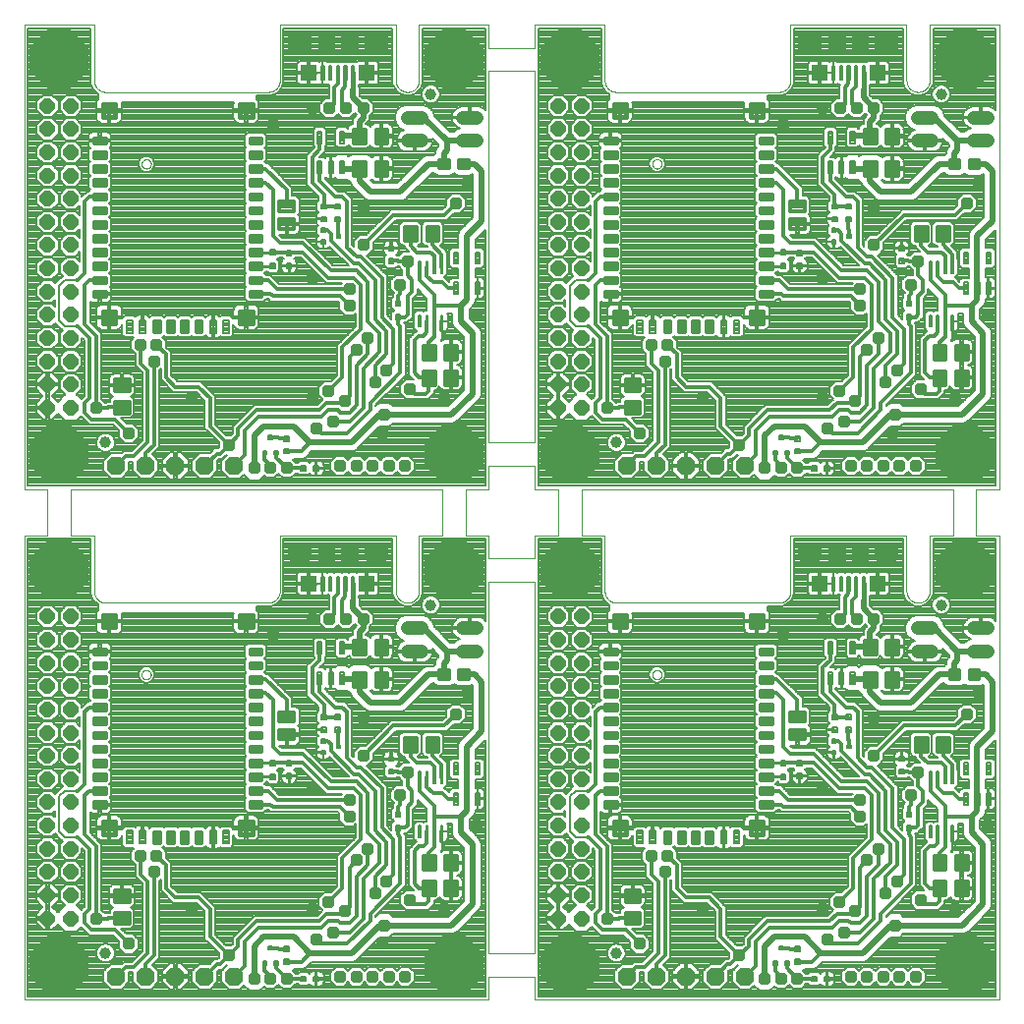
<source format=gtl>
G75*
%MOIN*%
%OFA0B0*%
%FSLAX25Y25*%
%IPPOS*%
%LPD*%
%AMOC8*
5,1,8,0,0,1.08239X$1,22.5*
%
%ADD10C,0.00000*%
%ADD11C,0.00945*%
%ADD12C,0.01772*%
%ADD13C,0.00827*%
%ADD14C,0.00780*%
%ADD15C,0.00785*%
%ADD16OC8,0.06299*%
%ADD17C,0.01535*%
%ADD18OC8,0.05118*%
%ADD19C,0.01380*%
%ADD20C,0.04724*%
%ADD21C,0.00787*%
%ADD22C,0.01890*%
%ADD23R,0.05118X0.05118*%
%ADD24R,0.05315X0.05315*%
%ADD25C,0.03937*%
%ADD26C,0.01181*%
%ADD27OC8,0.04331*%
%ADD28OC8,0.19685*%
%ADD29C,0.01575*%
%ADD30C,0.01969*%
D10*
X0001680Y0001394D02*
X0001680Y0158874D01*
X0009555Y0158874D01*
X0009555Y0174622D01*
X0001680Y0174622D01*
X0001680Y0332102D01*
X0025303Y0332102D01*
X0025303Y0313205D01*
X0025305Y0313081D01*
X0025311Y0312958D01*
X0025320Y0312834D01*
X0025334Y0312712D01*
X0025351Y0312589D01*
X0025373Y0312467D01*
X0025398Y0312346D01*
X0025427Y0312226D01*
X0025459Y0312107D01*
X0025496Y0311988D01*
X0025536Y0311871D01*
X0025579Y0311756D01*
X0025627Y0311641D01*
X0025678Y0311529D01*
X0025732Y0311418D01*
X0025790Y0311308D01*
X0025851Y0311201D01*
X0025916Y0311095D01*
X0025984Y0310992D01*
X0026055Y0310891D01*
X0026129Y0310792D01*
X0026206Y0310695D01*
X0026287Y0310601D01*
X0026370Y0310510D01*
X0026456Y0310421D01*
X0026545Y0310335D01*
X0026636Y0310252D01*
X0026730Y0310171D01*
X0026827Y0310094D01*
X0026926Y0310020D01*
X0027027Y0309949D01*
X0027130Y0309881D01*
X0027236Y0309816D01*
X0027343Y0309755D01*
X0027453Y0309697D01*
X0027564Y0309643D01*
X0027676Y0309592D01*
X0027791Y0309544D01*
X0027906Y0309501D01*
X0028023Y0309461D01*
X0028142Y0309424D01*
X0028261Y0309392D01*
X0028381Y0309363D01*
X0028502Y0309338D01*
X0028624Y0309316D01*
X0028747Y0309299D01*
X0028869Y0309285D01*
X0028993Y0309276D01*
X0029116Y0309270D01*
X0029240Y0309268D01*
X0084358Y0309268D01*
X0084482Y0309270D01*
X0084605Y0309276D01*
X0084729Y0309285D01*
X0084851Y0309299D01*
X0084974Y0309316D01*
X0085096Y0309338D01*
X0085217Y0309363D01*
X0085337Y0309392D01*
X0085456Y0309424D01*
X0085575Y0309461D01*
X0085692Y0309501D01*
X0085807Y0309544D01*
X0085922Y0309592D01*
X0086034Y0309643D01*
X0086145Y0309697D01*
X0086255Y0309755D01*
X0086362Y0309816D01*
X0086468Y0309881D01*
X0086571Y0309949D01*
X0086672Y0310020D01*
X0086771Y0310094D01*
X0086868Y0310171D01*
X0086962Y0310252D01*
X0087053Y0310335D01*
X0087142Y0310421D01*
X0087228Y0310510D01*
X0087311Y0310601D01*
X0087392Y0310695D01*
X0087469Y0310792D01*
X0087543Y0310891D01*
X0087614Y0310992D01*
X0087682Y0311095D01*
X0087747Y0311201D01*
X0087808Y0311308D01*
X0087866Y0311418D01*
X0087920Y0311529D01*
X0087971Y0311641D01*
X0088019Y0311756D01*
X0088062Y0311871D01*
X0088102Y0311988D01*
X0088139Y0312107D01*
X0088171Y0312226D01*
X0088200Y0312346D01*
X0088225Y0312467D01*
X0088247Y0312589D01*
X0088264Y0312712D01*
X0088278Y0312834D01*
X0088287Y0312958D01*
X0088293Y0313081D01*
X0088295Y0313205D01*
X0088295Y0332102D01*
X0127665Y0332102D01*
X0127665Y0313205D01*
X0127667Y0313081D01*
X0127673Y0312958D01*
X0127682Y0312834D01*
X0127696Y0312712D01*
X0127713Y0312589D01*
X0127735Y0312467D01*
X0127760Y0312346D01*
X0127789Y0312226D01*
X0127821Y0312107D01*
X0127858Y0311988D01*
X0127898Y0311871D01*
X0127941Y0311756D01*
X0127989Y0311641D01*
X0128040Y0311529D01*
X0128094Y0311418D01*
X0128152Y0311308D01*
X0128213Y0311201D01*
X0128278Y0311095D01*
X0128346Y0310992D01*
X0128417Y0310891D01*
X0128491Y0310792D01*
X0128568Y0310695D01*
X0128649Y0310601D01*
X0128732Y0310510D01*
X0128818Y0310421D01*
X0128907Y0310335D01*
X0128998Y0310252D01*
X0129092Y0310171D01*
X0129189Y0310094D01*
X0129288Y0310020D01*
X0129389Y0309949D01*
X0129492Y0309881D01*
X0129598Y0309816D01*
X0129705Y0309755D01*
X0129815Y0309697D01*
X0129926Y0309643D01*
X0130038Y0309592D01*
X0130153Y0309544D01*
X0130268Y0309501D01*
X0130385Y0309461D01*
X0130504Y0309424D01*
X0130623Y0309392D01*
X0130743Y0309363D01*
X0130864Y0309338D01*
X0130986Y0309316D01*
X0131109Y0309299D01*
X0131231Y0309285D01*
X0131355Y0309276D01*
X0131478Y0309270D01*
X0131602Y0309268D01*
X0131726Y0309270D01*
X0131849Y0309276D01*
X0131973Y0309285D01*
X0132095Y0309299D01*
X0132218Y0309316D01*
X0132340Y0309338D01*
X0132461Y0309363D01*
X0132581Y0309392D01*
X0132700Y0309424D01*
X0132819Y0309461D01*
X0132936Y0309501D01*
X0133051Y0309544D01*
X0133166Y0309592D01*
X0133278Y0309643D01*
X0133389Y0309697D01*
X0133499Y0309755D01*
X0133606Y0309816D01*
X0133712Y0309881D01*
X0133815Y0309949D01*
X0133916Y0310020D01*
X0134015Y0310094D01*
X0134112Y0310171D01*
X0134206Y0310252D01*
X0134297Y0310335D01*
X0134386Y0310421D01*
X0134472Y0310510D01*
X0134555Y0310601D01*
X0134636Y0310695D01*
X0134713Y0310792D01*
X0134787Y0310891D01*
X0134858Y0310992D01*
X0134926Y0311095D01*
X0134991Y0311201D01*
X0135052Y0311308D01*
X0135110Y0311418D01*
X0135164Y0311529D01*
X0135215Y0311641D01*
X0135263Y0311756D01*
X0135306Y0311871D01*
X0135346Y0311988D01*
X0135383Y0312107D01*
X0135415Y0312226D01*
X0135444Y0312346D01*
X0135469Y0312467D01*
X0135491Y0312589D01*
X0135508Y0312712D01*
X0135522Y0312834D01*
X0135531Y0312958D01*
X0135537Y0313081D01*
X0135539Y0313205D01*
X0135539Y0332102D01*
X0159161Y0332102D01*
X0159161Y0324228D01*
X0174909Y0324228D01*
X0174909Y0332102D01*
X0198531Y0332102D01*
X0198531Y0313205D01*
X0198533Y0313081D01*
X0198539Y0312958D01*
X0198548Y0312834D01*
X0198562Y0312712D01*
X0198579Y0312589D01*
X0198601Y0312467D01*
X0198626Y0312346D01*
X0198655Y0312226D01*
X0198687Y0312107D01*
X0198724Y0311988D01*
X0198764Y0311871D01*
X0198807Y0311756D01*
X0198855Y0311641D01*
X0198906Y0311529D01*
X0198960Y0311418D01*
X0199018Y0311308D01*
X0199079Y0311201D01*
X0199144Y0311095D01*
X0199212Y0310992D01*
X0199283Y0310891D01*
X0199357Y0310792D01*
X0199434Y0310695D01*
X0199515Y0310601D01*
X0199598Y0310510D01*
X0199684Y0310421D01*
X0199773Y0310335D01*
X0199864Y0310252D01*
X0199958Y0310171D01*
X0200055Y0310094D01*
X0200154Y0310020D01*
X0200255Y0309949D01*
X0200358Y0309881D01*
X0200464Y0309816D01*
X0200571Y0309755D01*
X0200681Y0309697D01*
X0200792Y0309643D01*
X0200904Y0309592D01*
X0201019Y0309544D01*
X0201134Y0309501D01*
X0201251Y0309461D01*
X0201370Y0309424D01*
X0201489Y0309392D01*
X0201609Y0309363D01*
X0201730Y0309338D01*
X0201852Y0309316D01*
X0201975Y0309299D01*
X0202097Y0309285D01*
X0202221Y0309276D01*
X0202344Y0309270D01*
X0202468Y0309268D01*
X0257586Y0309268D01*
X0257710Y0309270D01*
X0257833Y0309276D01*
X0257957Y0309285D01*
X0258079Y0309299D01*
X0258202Y0309316D01*
X0258324Y0309338D01*
X0258445Y0309363D01*
X0258565Y0309392D01*
X0258684Y0309424D01*
X0258803Y0309461D01*
X0258920Y0309501D01*
X0259035Y0309544D01*
X0259150Y0309592D01*
X0259262Y0309643D01*
X0259373Y0309697D01*
X0259483Y0309755D01*
X0259590Y0309816D01*
X0259696Y0309881D01*
X0259799Y0309949D01*
X0259900Y0310020D01*
X0259999Y0310094D01*
X0260096Y0310171D01*
X0260190Y0310252D01*
X0260281Y0310335D01*
X0260370Y0310421D01*
X0260456Y0310510D01*
X0260539Y0310601D01*
X0260620Y0310695D01*
X0260697Y0310792D01*
X0260771Y0310891D01*
X0260842Y0310992D01*
X0260910Y0311095D01*
X0260975Y0311201D01*
X0261036Y0311308D01*
X0261094Y0311418D01*
X0261148Y0311529D01*
X0261199Y0311641D01*
X0261247Y0311756D01*
X0261290Y0311871D01*
X0261330Y0311988D01*
X0261367Y0312107D01*
X0261399Y0312226D01*
X0261428Y0312346D01*
X0261453Y0312467D01*
X0261475Y0312589D01*
X0261492Y0312712D01*
X0261506Y0312834D01*
X0261515Y0312958D01*
X0261521Y0313081D01*
X0261523Y0313205D01*
X0261523Y0332102D01*
X0300893Y0332102D01*
X0300893Y0313205D01*
X0300895Y0313081D01*
X0300901Y0312958D01*
X0300910Y0312834D01*
X0300924Y0312712D01*
X0300941Y0312589D01*
X0300963Y0312467D01*
X0300988Y0312346D01*
X0301017Y0312226D01*
X0301049Y0312107D01*
X0301086Y0311988D01*
X0301126Y0311871D01*
X0301169Y0311756D01*
X0301217Y0311641D01*
X0301268Y0311529D01*
X0301322Y0311418D01*
X0301380Y0311308D01*
X0301441Y0311201D01*
X0301506Y0311095D01*
X0301574Y0310992D01*
X0301645Y0310891D01*
X0301719Y0310792D01*
X0301796Y0310695D01*
X0301877Y0310601D01*
X0301960Y0310510D01*
X0302046Y0310421D01*
X0302135Y0310335D01*
X0302226Y0310252D01*
X0302320Y0310171D01*
X0302417Y0310094D01*
X0302516Y0310020D01*
X0302617Y0309949D01*
X0302720Y0309881D01*
X0302826Y0309816D01*
X0302933Y0309755D01*
X0303043Y0309697D01*
X0303154Y0309643D01*
X0303266Y0309592D01*
X0303381Y0309544D01*
X0303496Y0309501D01*
X0303613Y0309461D01*
X0303732Y0309424D01*
X0303851Y0309392D01*
X0303971Y0309363D01*
X0304092Y0309338D01*
X0304214Y0309316D01*
X0304337Y0309299D01*
X0304459Y0309285D01*
X0304583Y0309276D01*
X0304706Y0309270D01*
X0304830Y0309268D01*
X0304954Y0309270D01*
X0305077Y0309276D01*
X0305201Y0309285D01*
X0305323Y0309299D01*
X0305446Y0309316D01*
X0305568Y0309338D01*
X0305689Y0309363D01*
X0305809Y0309392D01*
X0305928Y0309424D01*
X0306047Y0309461D01*
X0306164Y0309501D01*
X0306279Y0309544D01*
X0306394Y0309592D01*
X0306506Y0309643D01*
X0306617Y0309697D01*
X0306727Y0309755D01*
X0306834Y0309816D01*
X0306940Y0309881D01*
X0307043Y0309949D01*
X0307144Y0310020D01*
X0307243Y0310094D01*
X0307340Y0310171D01*
X0307434Y0310252D01*
X0307525Y0310335D01*
X0307614Y0310421D01*
X0307700Y0310510D01*
X0307783Y0310601D01*
X0307864Y0310695D01*
X0307941Y0310792D01*
X0308015Y0310891D01*
X0308086Y0310992D01*
X0308154Y0311095D01*
X0308219Y0311201D01*
X0308280Y0311308D01*
X0308338Y0311418D01*
X0308392Y0311529D01*
X0308443Y0311641D01*
X0308491Y0311756D01*
X0308534Y0311871D01*
X0308574Y0311988D01*
X0308611Y0312107D01*
X0308643Y0312226D01*
X0308672Y0312346D01*
X0308697Y0312467D01*
X0308719Y0312589D01*
X0308736Y0312712D01*
X0308750Y0312834D01*
X0308759Y0312958D01*
X0308765Y0313081D01*
X0308767Y0313205D01*
X0308767Y0332102D01*
X0332389Y0332102D01*
X0332389Y0174622D01*
X0324515Y0174622D01*
X0324515Y0158874D01*
X0332389Y0158874D01*
X0332389Y0001394D01*
X0174909Y0001394D01*
X0174909Y0009268D01*
X0159161Y0009268D01*
X0159161Y0001394D01*
X0001680Y0001394D01*
X0041444Y0111630D02*
X0041446Y0111709D01*
X0041452Y0111788D01*
X0041462Y0111867D01*
X0041476Y0111945D01*
X0041493Y0112022D01*
X0041515Y0112098D01*
X0041540Y0112173D01*
X0041570Y0112246D01*
X0041602Y0112318D01*
X0041639Y0112389D01*
X0041679Y0112457D01*
X0041722Y0112523D01*
X0041768Y0112587D01*
X0041818Y0112649D01*
X0041871Y0112708D01*
X0041926Y0112764D01*
X0041985Y0112818D01*
X0042046Y0112868D01*
X0042109Y0112916D01*
X0042175Y0112960D01*
X0042243Y0113001D01*
X0042313Y0113038D01*
X0042384Y0113072D01*
X0042458Y0113102D01*
X0042532Y0113128D01*
X0042608Y0113150D01*
X0042685Y0113169D01*
X0042763Y0113184D01*
X0042841Y0113195D01*
X0042920Y0113202D01*
X0042999Y0113205D01*
X0043078Y0113204D01*
X0043157Y0113199D01*
X0043236Y0113190D01*
X0043314Y0113177D01*
X0043391Y0113160D01*
X0043468Y0113140D01*
X0043543Y0113115D01*
X0043617Y0113087D01*
X0043690Y0113055D01*
X0043760Y0113020D01*
X0043829Y0112981D01*
X0043896Y0112938D01*
X0043961Y0112892D01*
X0044023Y0112844D01*
X0044083Y0112792D01*
X0044140Y0112737D01*
X0044194Y0112679D01*
X0044245Y0112619D01*
X0044293Y0112556D01*
X0044338Y0112491D01*
X0044380Y0112423D01*
X0044418Y0112354D01*
X0044452Y0112283D01*
X0044483Y0112210D01*
X0044511Y0112135D01*
X0044534Y0112060D01*
X0044554Y0111983D01*
X0044570Y0111906D01*
X0044582Y0111827D01*
X0044590Y0111749D01*
X0044594Y0111670D01*
X0044594Y0111590D01*
X0044590Y0111511D01*
X0044582Y0111433D01*
X0044570Y0111354D01*
X0044554Y0111277D01*
X0044534Y0111200D01*
X0044511Y0111125D01*
X0044483Y0111050D01*
X0044452Y0110977D01*
X0044418Y0110906D01*
X0044380Y0110837D01*
X0044338Y0110769D01*
X0044293Y0110704D01*
X0044245Y0110641D01*
X0044194Y0110581D01*
X0044140Y0110523D01*
X0044083Y0110468D01*
X0044023Y0110416D01*
X0043961Y0110368D01*
X0043896Y0110322D01*
X0043829Y0110279D01*
X0043760Y0110240D01*
X0043690Y0110205D01*
X0043617Y0110173D01*
X0043543Y0110145D01*
X0043468Y0110120D01*
X0043391Y0110100D01*
X0043314Y0110083D01*
X0043236Y0110070D01*
X0043157Y0110061D01*
X0043078Y0110056D01*
X0042999Y0110055D01*
X0042920Y0110058D01*
X0042841Y0110065D01*
X0042763Y0110076D01*
X0042685Y0110091D01*
X0042608Y0110110D01*
X0042532Y0110132D01*
X0042458Y0110158D01*
X0042384Y0110188D01*
X0042313Y0110222D01*
X0042243Y0110259D01*
X0042175Y0110300D01*
X0042109Y0110344D01*
X0042046Y0110392D01*
X0041985Y0110442D01*
X0041926Y0110496D01*
X0041871Y0110552D01*
X0041818Y0110611D01*
X0041768Y0110673D01*
X0041722Y0110737D01*
X0041679Y0110803D01*
X0041639Y0110871D01*
X0041602Y0110942D01*
X0041570Y0111014D01*
X0041540Y0111087D01*
X0041515Y0111162D01*
X0041493Y0111238D01*
X0041476Y0111315D01*
X0041462Y0111393D01*
X0041452Y0111472D01*
X0041446Y0111551D01*
X0041444Y0111630D01*
X0029240Y0136039D02*
X0084358Y0136039D01*
X0084482Y0136041D01*
X0084605Y0136047D01*
X0084729Y0136056D01*
X0084851Y0136070D01*
X0084974Y0136087D01*
X0085096Y0136109D01*
X0085217Y0136134D01*
X0085337Y0136163D01*
X0085456Y0136195D01*
X0085575Y0136232D01*
X0085692Y0136272D01*
X0085807Y0136315D01*
X0085922Y0136363D01*
X0086034Y0136414D01*
X0086145Y0136468D01*
X0086255Y0136526D01*
X0086362Y0136587D01*
X0086468Y0136652D01*
X0086571Y0136720D01*
X0086672Y0136791D01*
X0086771Y0136865D01*
X0086868Y0136942D01*
X0086962Y0137023D01*
X0087053Y0137106D01*
X0087142Y0137192D01*
X0087228Y0137281D01*
X0087311Y0137372D01*
X0087392Y0137466D01*
X0087469Y0137563D01*
X0087543Y0137662D01*
X0087614Y0137763D01*
X0087682Y0137866D01*
X0087747Y0137972D01*
X0087808Y0138079D01*
X0087866Y0138189D01*
X0087920Y0138300D01*
X0087971Y0138412D01*
X0088019Y0138527D01*
X0088062Y0138642D01*
X0088102Y0138759D01*
X0088139Y0138878D01*
X0088171Y0138997D01*
X0088200Y0139117D01*
X0088225Y0139238D01*
X0088247Y0139360D01*
X0088264Y0139483D01*
X0088278Y0139605D01*
X0088287Y0139729D01*
X0088293Y0139852D01*
X0088295Y0139976D01*
X0088295Y0158874D01*
X0127665Y0158874D01*
X0127665Y0139976D01*
X0127667Y0139852D01*
X0127673Y0139729D01*
X0127682Y0139605D01*
X0127696Y0139483D01*
X0127713Y0139360D01*
X0127735Y0139238D01*
X0127760Y0139117D01*
X0127789Y0138997D01*
X0127821Y0138878D01*
X0127858Y0138759D01*
X0127898Y0138642D01*
X0127941Y0138527D01*
X0127989Y0138412D01*
X0128040Y0138300D01*
X0128094Y0138189D01*
X0128152Y0138079D01*
X0128213Y0137972D01*
X0128278Y0137866D01*
X0128346Y0137763D01*
X0128417Y0137662D01*
X0128491Y0137563D01*
X0128568Y0137466D01*
X0128649Y0137372D01*
X0128732Y0137281D01*
X0128818Y0137192D01*
X0128907Y0137106D01*
X0128998Y0137023D01*
X0129092Y0136942D01*
X0129189Y0136865D01*
X0129288Y0136791D01*
X0129389Y0136720D01*
X0129492Y0136652D01*
X0129598Y0136587D01*
X0129705Y0136526D01*
X0129815Y0136468D01*
X0129926Y0136414D01*
X0130038Y0136363D01*
X0130153Y0136315D01*
X0130268Y0136272D01*
X0130385Y0136232D01*
X0130504Y0136195D01*
X0130623Y0136163D01*
X0130743Y0136134D01*
X0130864Y0136109D01*
X0130986Y0136087D01*
X0131109Y0136070D01*
X0131231Y0136056D01*
X0131355Y0136047D01*
X0131478Y0136041D01*
X0131602Y0136039D01*
X0131726Y0136041D01*
X0131849Y0136047D01*
X0131973Y0136056D01*
X0132095Y0136070D01*
X0132218Y0136087D01*
X0132340Y0136109D01*
X0132461Y0136134D01*
X0132581Y0136163D01*
X0132700Y0136195D01*
X0132819Y0136232D01*
X0132936Y0136272D01*
X0133051Y0136315D01*
X0133166Y0136363D01*
X0133278Y0136414D01*
X0133389Y0136468D01*
X0133499Y0136526D01*
X0133606Y0136587D01*
X0133712Y0136652D01*
X0133815Y0136720D01*
X0133916Y0136791D01*
X0134015Y0136865D01*
X0134112Y0136942D01*
X0134206Y0137023D01*
X0134297Y0137106D01*
X0134386Y0137192D01*
X0134472Y0137281D01*
X0134555Y0137372D01*
X0134636Y0137466D01*
X0134713Y0137563D01*
X0134787Y0137662D01*
X0134858Y0137763D01*
X0134926Y0137866D01*
X0134991Y0137972D01*
X0135052Y0138079D01*
X0135110Y0138189D01*
X0135164Y0138300D01*
X0135215Y0138412D01*
X0135263Y0138527D01*
X0135306Y0138642D01*
X0135346Y0138759D01*
X0135383Y0138878D01*
X0135415Y0138997D01*
X0135444Y0139117D01*
X0135469Y0139238D01*
X0135491Y0139360D01*
X0135508Y0139483D01*
X0135522Y0139605D01*
X0135531Y0139729D01*
X0135537Y0139852D01*
X0135539Y0139976D01*
X0135539Y0158874D01*
X0143413Y0158874D01*
X0143413Y0174622D01*
X0017429Y0174622D01*
X0017429Y0158874D01*
X0025303Y0158874D01*
X0025303Y0139976D01*
X0025305Y0139852D01*
X0025311Y0139729D01*
X0025320Y0139605D01*
X0025334Y0139483D01*
X0025351Y0139360D01*
X0025373Y0139238D01*
X0025398Y0139117D01*
X0025427Y0138997D01*
X0025459Y0138878D01*
X0025496Y0138759D01*
X0025536Y0138642D01*
X0025579Y0138527D01*
X0025627Y0138412D01*
X0025678Y0138300D01*
X0025732Y0138189D01*
X0025790Y0138079D01*
X0025851Y0137972D01*
X0025916Y0137866D01*
X0025984Y0137763D01*
X0026055Y0137662D01*
X0026129Y0137563D01*
X0026206Y0137466D01*
X0026287Y0137372D01*
X0026370Y0137281D01*
X0026456Y0137192D01*
X0026545Y0137106D01*
X0026636Y0137023D01*
X0026730Y0136942D01*
X0026827Y0136865D01*
X0026926Y0136791D01*
X0027027Y0136720D01*
X0027130Y0136652D01*
X0027236Y0136587D01*
X0027343Y0136526D01*
X0027453Y0136468D01*
X0027564Y0136414D01*
X0027676Y0136363D01*
X0027791Y0136315D01*
X0027906Y0136272D01*
X0028023Y0136232D01*
X0028142Y0136195D01*
X0028261Y0136163D01*
X0028381Y0136134D01*
X0028502Y0136109D01*
X0028624Y0136087D01*
X0028747Y0136070D01*
X0028869Y0136056D01*
X0028993Y0136047D01*
X0029116Y0136041D01*
X0029240Y0136039D01*
X0151287Y0158874D02*
X0151287Y0174622D01*
X0159161Y0174622D01*
X0159161Y0182496D01*
X0174909Y0182496D01*
X0174909Y0174622D01*
X0182783Y0174622D01*
X0182783Y0158874D01*
X0174909Y0158874D01*
X0174909Y0151000D01*
X0159161Y0151000D01*
X0159161Y0158874D01*
X0151287Y0158874D01*
X0159161Y0143126D02*
X0174909Y0143126D01*
X0174909Y0017142D01*
X0159161Y0017142D01*
X0159161Y0143126D01*
X0190657Y0158874D02*
X0190657Y0174622D01*
X0316641Y0174622D01*
X0316641Y0158874D01*
X0308767Y0158874D01*
X0308767Y0139976D01*
X0304830Y0136039D02*
X0304706Y0136041D01*
X0304583Y0136047D01*
X0304459Y0136056D01*
X0304337Y0136070D01*
X0304214Y0136087D01*
X0304092Y0136109D01*
X0303971Y0136134D01*
X0303851Y0136163D01*
X0303732Y0136195D01*
X0303613Y0136232D01*
X0303496Y0136272D01*
X0303381Y0136315D01*
X0303266Y0136363D01*
X0303154Y0136414D01*
X0303043Y0136468D01*
X0302933Y0136526D01*
X0302826Y0136587D01*
X0302720Y0136652D01*
X0302617Y0136720D01*
X0302516Y0136791D01*
X0302417Y0136865D01*
X0302320Y0136942D01*
X0302226Y0137023D01*
X0302135Y0137106D01*
X0302046Y0137192D01*
X0301960Y0137281D01*
X0301877Y0137372D01*
X0301796Y0137466D01*
X0301719Y0137563D01*
X0301645Y0137662D01*
X0301574Y0137763D01*
X0301506Y0137866D01*
X0301441Y0137972D01*
X0301380Y0138079D01*
X0301322Y0138189D01*
X0301268Y0138300D01*
X0301217Y0138412D01*
X0301169Y0138527D01*
X0301126Y0138642D01*
X0301086Y0138759D01*
X0301049Y0138878D01*
X0301017Y0138997D01*
X0300988Y0139117D01*
X0300963Y0139238D01*
X0300941Y0139360D01*
X0300924Y0139483D01*
X0300910Y0139605D01*
X0300901Y0139729D01*
X0300895Y0139852D01*
X0300893Y0139976D01*
X0300893Y0158874D01*
X0261523Y0158874D01*
X0261523Y0139976D01*
X0261521Y0139852D01*
X0261515Y0139729D01*
X0261506Y0139605D01*
X0261492Y0139483D01*
X0261475Y0139360D01*
X0261453Y0139238D01*
X0261428Y0139117D01*
X0261399Y0138997D01*
X0261367Y0138878D01*
X0261330Y0138759D01*
X0261290Y0138642D01*
X0261247Y0138527D01*
X0261199Y0138412D01*
X0261148Y0138300D01*
X0261094Y0138189D01*
X0261036Y0138079D01*
X0260975Y0137972D01*
X0260910Y0137866D01*
X0260842Y0137763D01*
X0260771Y0137662D01*
X0260697Y0137563D01*
X0260620Y0137466D01*
X0260539Y0137372D01*
X0260456Y0137281D01*
X0260370Y0137192D01*
X0260281Y0137106D01*
X0260190Y0137023D01*
X0260096Y0136942D01*
X0259999Y0136865D01*
X0259900Y0136791D01*
X0259799Y0136720D01*
X0259696Y0136652D01*
X0259590Y0136587D01*
X0259483Y0136526D01*
X0259373Y0136468D01*
X0259262Y0136414D01*
X0259150Y0136363D01*
X0259035Y0136315D01*
X0258920Y0136272D01*
X0258803Y0136232D01*
X0258684Y0136195D01*
X0258565Y0136163D01*
X0258445Y0136134D01*
X0258324Y0136109D01*
X0258202Y0136087D01*
X0258079Y0136070D01*
X0257957Y0136056D01*
X0257833Y0136047D01*
X0257710Y0136041D01*
X0257586Y0136039D01*
X0202468Y0136039D01*
X0202344Y0136041D01*
X0202221Y0136047D01*
X0202097Y0136056D01*
X0201975Y0136070D01*
X0201852Y0136087D01*
X0201730Y0136109D01*
X0201609Y0136134D01*
X0201489Y0136163D01*
X0201370Y0136195D01*
X0201251Y0136232D01*
X0201134Y0136272D01*
X0201019Y0136315D01*
X0200904Y0136363D01*
X0200792Y0136414D01*
X0200681Y0136468D01*
X0200571Y0136526D01*
X0200464Y0136587D01*
X0200358Y0136652D01*
X0200255Y0136720D01*
X0200154Y0136791D01*
X0200055Y0136865D01*
X0199958Y0136942D01*
X0199864Y0137023D01*
X0199773Y0137106D01*
X0199684Y0137192D01*
X0199598Y0137281D01*
X0199515Y0137372D01*
X0199434Y0137466D01*
X0199357Y0137563D01*
X0199283Y0137662D01*
X0199212Y0137763D01*
X0199144Y0137866D01*
X0199079Y0137972D01*
X0199018Y0138079D01*
X0198960Y0138189D01*
X0198906Y0138300D01*
X0198855Y0138412D01*
X0198807Y0138527D01*
X0198764Y0138642D01*
X0198724Y0138759D01*
X0198687Y0138878D01*
X0198655Y0138997D01*
X0198626Y0139117D01*
X0198601Y0139238D01*
X0198579Y0139360D01*
X0198562Y0139483D01*
X0198548Y0139605D01*
X0198539Y0139729D01*
X0198533Y0139852D01*
X0198531Y0139976D01*
X0198531Y0158874D01*
X0190657Y0158874D01*
X0174909Y0190370D02*
X0159161Y0190370D01*
X0159161Y0316354D01*
X0174909Y0316354D01*
X0174909Y0190370D01*
X0214672Y0111630D02*
X0214674Y0111709D01*
X0214680Y0111788D01*
X0214690Y0111867D01*
X0214704Y0111945D01*
X0214721Y0112022D01*
X0214743Y0112098D01*
X0214768Y0112173D01*
X0214798Y0112246D01*
X0214830Y0112318D01*
X0214867Y0112389D01*
X0214907Y0112457D01*
X0214950Y0112523D01*
X0214996Y0112587D01*
X0215046Y0112649D01*
X0215099Y0112708D01*
X0215154Y0112764D01*
X0215213Y0112818D01*
X0215274Y0112868D01*
X0215337Y0112916D01*
X0215403Y0112960D01*
X0215471Y0113001D01*
X0215541Y0113038D01*
X0215612Y0113072D01*
X0215686Y0113102D01*
X0215760Y0113128D01*
X0215836Y0113150D01*
X0215913Y0113169D01*
X0215991Y0113184D01*
X0216069Y0113195D01*
X0216148Y0113202D01*
X0216227Y0113205D01*
X0216306Y0113204D01*
X0216385Y0113199D01*
X0216464Y0113190D01*
X0216542Y0113177D01*
X0216619Y0113160D01*
X0216696Y0113140D01*
X0216771Y0113115D01*
X0216845Y0113087D01*
X0216918Y0113055D01*
X0216988Y0113020D01*
X0217057Y0112981D01*
X0217124Y0112938D01*
X0217189Y0112892D01*
X0217251Y0112844D01*
X0217311Y0112792D01*
X0217368Y0112737D01*
X0217422Y0112679D01*
X0217473Y0112619D01*
X0217521Y0112556D01*
X0217566Y0112491D01*
X0217608Y0112423D01*
X0217646Y0112354D01*
X0217680Y0112283D01*
X0217711Y0112210D01*
X0217739Y0112135D01*
X0217762Y0112060D01*
X0217782Y0111983D01*
X0217798Y0111906D01*
X0217810Y0111827D01*
X0217818Y0111749D01*
X0217822Y0111670D01*
X0217822Y0111590D01*
X0217818Y0111511D01*
X0217810Y0111433D01*
X0217798Y0111354D01*
X0217782Y0111277D01*
X0217762Y0111200D01*
X0217739Y0111125D01*
X0217711Y0111050D01*
X0217680Y0110977D01*
X0217646Y0110906D01*
X0217608Y0110837D01*
X0217566Y0110769D01*
X0217521Y0110704D01*
X0217473Y0110641D01*
X0217422Y0110581D01*
X0217368Y0110523D01*
X0217311Y0110468D01*
X0217251Y0110416D01*
X0217189Y0110368D01*
X0217124Y0110322D01*
X0217057Y0110279D01*
X0216988Y0110240D01*
X0216918Y0110205D01*
X0216845Y0110173D01*
X0216771Y0110145D01*
X0216696Y0110120D01*
X0216619Y0110100D01*
X0216542Y0110083D01*
X0216464Y0110070D01*
X0216385Y0110061D01*
X0216306Y0110056D01*
X0216227Y0110055D01*
X0216148Y0110058D01*
X0216069Y0110065D01*
X0215991Y0110076D01*
X0215913Y0110091D01*
X0215836Y0110110D01*
X0215760Y0110132D01*
X0215686Y0110158D01*
X0215612Y0110188D01*
X0215541Y0110222D01*
X0215471Y0110259D01*
X0215403Y0110300D01*
X0215337Y0110344D01*
X0215274Y0110392D01*
X0215213Y0110442D01*
X0215154Y0110496D01*
X0215099Y0110552D01*
X0215046Y0110611D01*
X0214996Y0110673D01*
X0214950Y0110737D01*
X0214907Y0110803D01*
X0214867Y0110871D01*
X0214830Y0110942D01*
X0214798Y0111014D01*
X0214768Y0111087D01*
X0214743Y0111162D01*
X0214721Y0111238D01*
X0214704Y0111315D01*
X0214690Y0111393D01*
X0214680Y0111472D01*
X0214674Y0111551D01*
X0214672Y0111630D01*
X0304830Y0136039D02*
X0304954Y0136041D01*
X0305077Y0136047D01*
X0305201Y0136056D01*
X0305323Y0136070D01*
X0305446Y0136087D01*
X0305568Y0136109D01*
X0305689Y0136134D01*
X0305809Y0136163D01*
X0305928Y0136195D01*
X0306047Y0136232D01*
X0306164Y0136272D01*
X0306279Y0136315D01*
X0306394Y0136363D01*
X0306506Y0136414D01*
X0306617Y0136468D01*
X0306727Y0136526D01*
X0306834Y0136587D01*
X0306940Y0136652D01*
X0307043Y0136720D01*
X0307144Y0136791D01*
X0307243Y0136865D01*
X0307340Y0136942D01*
X0307434Y0137023D01*
X0307525Y0137106D01*
X0307614Y0137192D01*
X0307700Y0137281D01*
X0307783Y0137372D01*
X0307864Y0137466D01*
X0307941Y0137563D01*
X0308015Y0137662D01*
X0308086Y0137763D01*
X0308154Y0137866D01*
X0308219Y0137972D01*
X0308280Y0138079D01*
X0308338Y0138189D01*
X0308392Y0138300D01*
X0308443Y0138412D01*
X0308491Y0138527D01*
X0308534Y0138642D01*
X0308574Y0138759D01*
X0308611Y0138878D01*
X0308643Y0138997D01*
X0308672Y0139117D01*
X0308697Y0139238D01*
X0308719Y0139360D01*
X0308736Y0139483D01*
X0308750Y0139605D01*
X0308759Y0139729D01*
X0308765Y0139852D01*
X0308767Y0139976D01*
X0214672Y0284858D02*
X0214674Y0284937D01*
X0214680Y0285016D01*
X0214690Y0285095D01*
X0214704Y0285173D01*
X0214721Y0285250D01*
X0214743Y0285326D01*
X0214768Y0285401D01*
X0214798Y0285474D01*
X0214830Y0285546D01*
X0214867Y0285617D01*
X0214907Y0285685D01*
X0214950Y0285751D01*
X0214996Y0285815D01*
X0215046Y0285877D01*
X0215099Y0285936D01*
X0215154Y0285992D01*
X0215213Y0286046D01*
X0215274Y0286096D01*
X0215337Y0286144D01*
X0215403Y0286188D01*
X0215471Y0286229D01*
X0215541Y0286266D01*
X0215612Y0286300D01*
X0215686Y0286330D01*
X0215760Y0286356D01*
X0215836Y0286378D01*
X0215913Y0286397D01*
X0215991Y0286412D01*
X0216069Y0286423D01*
X0216148Y0286430D01*
X0216227Y0286433D01*
X0216306Y0286432D01*
X0216385Y0286427D01*
X0216464Y0286418D01*
X0216542Y0286405D01*
X0216619Y0286388D01*
X0216696Y0286368D01*
X0216771Y0286343D01*
X0216845Y0286315D01*
X0216918Y0286283D01*
X0216988Y0286248D01*
X0217057Y0286209D01*
X0217124Y0286166D01*
X0217189Y0286120D01*
X0217251Y0286072D01*
X0217311Y0286020D01*
X0217368Y0285965D01*
X0217422Y0285907D01*
X0217473Y0285847D01*
X0217521Y0285784D01*
X0217566Y0285719D01*
X0217608Y0285651D01*
X0217646Y0285582D01*
X0217680Y0285511D01*
X0217711Y0285438D01*
X0217739Y0285363D01*
X0217762Y0285288D01*
X0217782Y0285211D01*
X0217798Y0285134D01*
X0217810Y0285055D01*
X0217818Y0284977D01*
X0217822Y0284898D01*
X0217822Y0284818D01*
X0217818Y0284739D01*
X0217810Y0284661D01*
X0217798Y0284582D01*
X0217782Y0284505D01*
X0217762Y0284428D01*
X0217739Y0284353D01*
X0217711Y0284278D01*
X0217680Y0284205D01*
X0217646Y0284134D01*
X0217608Y0284065D01*
X0217566Y0283997D01*
X0217521Y0283932D01*
X0217473Y0283869D01*
X0217422Y0283809D01*
X0217368Y0283751D01*
X0217311Y0283696D01*
X0217251Y0283644D01*
X0217189Y0283596D01*
X0217124Y0283550D01*
X0217057Y0283507D01*
X0216988Y0283468D01*
X0216918Y0283433D01*
X0216845Y0283401D01*
X0216771Y0283373D01*
X0216696Y0283348D01*
X0216619Y0283328D01*
X0216542Y0283311D01*
X0216464Y0283298D01*
X0216385Y0283289D01*
X0216306Y0283284D01*
X0216227Y0283283D01*
X0216148Y0283286D01*
X0216069Y0283293D01*
X0215991Y0283304D01*
X0215913Y0283319D01*
X0215836Y0283338D01*
X0215760Y0283360D01*
X0215686Y0283386D01*
X0215612Y0283416D01*
X0215541Y0283450D01*
X0215471Y0283487D01*
X0215403Y0283528D01*
X0215337Y0283572D01*
X0215274Y0283620D01*
X0215213Y0283670D01*
X0215154Y0283724D01*
X0215099Y0283780D01*
X0215046Y0283839D01*
X0214996Y0283901D01*
X0214950Y0283965D01*
X0214907Y0284031D01*
X0214867Y0284099D01*
X0214830Y0284170D01*
X0214798Y0284242D01*
X0214768Y0284315D01*
X0214743Y0284390D01*
X0214721Y0284466D01*
X0214704Y0284543D01*
X0214690Y0284621D01*
X0214680Y0284700D01*
X0214674Y0284779D01*
X0214672Y0284858D01*
X0041444Y0284858D02*
X0041446Y0284937D01*
X0041452Y0285016D01*
X0041462Y0285095D01*
X0041476Y0285173D01*
X0041493Y0285250D01*
X0041515Y0285326D01*
X0041540Y0285401D01*
X0041570Y0285474D01*
X0041602Y0285546D01*
X0041639Y0285617D01*
X0041679Y0285685D01*
X0041722Y0285751D01*
X0041768Y0285815D01*
X0041818Y0285877D01*
X0041871Y0285936D01*
X0041926Y0285992D01*
X0041985Y0286046D01*
X0042046Y0286096D01*
X0042109Y0286144D01*
X0042175Y0286188D01*
X0042243Y0286229D01*
X0042313Y0286266D01*
X0042384Y0286300D01*
X0042458Y0286330D01*
X0042532Y0286356D01*
X0042608Y0286378D01*
X0042685Y0286397D01*
X0042763Y0286412D01*
X0042841Y0286423D01*
X0042920Y0286430D01*
X0042999Y0286433D01*
X0043078Y0286432D01*
X0043157Y0286427D01*
X0043236Y0286418D01*
X0043314Y0286405D01*
X0043391Y0286388D01*
X0043468Y0286368D01*
X0043543Y0286343D01*
X0043617Y0286315D01*
X0043690Y0286283D01*
X0043760Y0286248D01*
X0043829Y0286209D01*
X0043896Y0286166D01*
X0043961Y0286120D01*
X0044023Y0286072D01*
X0044083Y0286020D01*
X0044140Y0285965D01*
X0044194Y0285907D01*
X0044245Y0285847D01*
X0044293Y0285784D01*
X0044338Y0285719D01*
X0044380Y0285651D01*
X0044418Y0285582D01*
X0044452Y0285511D01*
X0044483Y0285438D01*
X0044511Y0285363D01*
X0044534Y0285288D01*
X0044554Y0285211D01*
X0044570Y0285134D01*
X0044582Y0285055D01*
X0044590Y0284977D01*
X0044594Y0284898D01*
X0044594Y0284818D01*
X0044590Y0284739D01*
X0044582Y0284661D01*
X0044570Y0284582D01*
X0044554Y0284505D01*
X0044534Y0284428D01*
X0044511Y0284353D01*
X0044483Y0284278D01*
X0044452Y0284205D01*
X0044418Y0284134D01*
X0044380Y0284065D01*
X0044338Y0283997D01*
X0044293Y0283932D01*
X0044245Y0283869D01*
X0044194Y0283809D01*
X0044140Y0283751D01*
X0044083Y0283696D01*
X0044023Y0283644D01*
X0043961Y0283596D01*
X0043896Y0283550D01*
X0043829Y0283507D01*
X0043760Y0283468D01*
X0043690Y0283433D01*
X0043617Y0283401D01*
X0043543Y0283373D01*
X0043468Y0283348D01*
X0043391Y0283328D01*
X0043314Y0283311D01*
X0043236Y0283298D01*
X0043157Y0283289D01*
X0043078Y0283284D01*
X0042999Y0283283D01*
X0042920Y0283286D01*
X0042841Y0283293D01*
X0042763Y0283304D01*
X0042685Y0283319D01*
X0042608Y0283338D01*
X0042532Y0283360D01*
X0042458Y0283386D01*
X0042384Y0283416D01*
X0042313Y0283450D01*
X0042243Y0283487D01*
X0042175Y0283528D01*
X0042109Y0283572D01*
X0042046Y0283620D01*
X0041985Y0283670D01*
X0041926Y0283724D01*
X0041871Y0283780D01*
X0041818Y0283839D01*
X0041768Y0283901D01*
X0041722Y0283965D01*
X0041679Y0284031D01*
X0041639Y0284099D01*
X0041602Y0284170D01*
X0041570Y0284242D01*
X0041540Y0284315D01*
X0041515Y0284390D01*
X0041493Y0284466D01*
X0041476Y0284543D01*
X0041462Y0284621D01*
X0041452Y0284700D01*
X0041446Y0284779D01*
X0041444Y0284858D01*
D11*
X0029358Y0282180D02*
X0025184Y0282180D01*
X0025184Y0284386D01*
X0029358Y0284386D01*
X0029358Y0282180D01*
X0029358Y0283124D02*
X0025184Y0283124D01*
X0025184Y0284068D02*
X0029358Y0284068D01*
X0029358Y0286905D02*
X0025184Y0286905D01*
X0025184Y0289111D01*
X0029358Y0289111D01*
X0029358Y0286905D01*
X0029358Y0287849D02*
X0025184Y0287849D01*
X0025184Y0288793D02*
X0029358Y0288793D01*
X0029358Y0291629D02*
X0025184Y0291629D01*
X0025184Y0293835D01*
X0029358Y0293835D01*
X0029358Y0291629D01*
X0029358Y0292573D02*
X0025184Y0292573D01*
X0025184Y0293517D02*
X0029358Y0293517D01*
X0029358Y0277456D02*
X0025184Y0277456D01*
X0025184Y0279662D01*
X0029358Y0279662D01*
X0029358Y0277456D01*
X0029358Y0278400D02*
X0025184Y0278400D01*
X0025184Y0279344D02*
X0029358Y0279344D01*
X0029358Y0272732D02*
X0025184Y0272732D01*
X0025184Y0274938D01*
X0029358Y0274938D01*
X0029358Y0272732D01*
X0029358Y0273676D02*
X0025184Y0273676D01*
X0025184Y0274620D02*
X0029358Y0274620D01*
X0029358Y0268007D02*
X0025184Y0268007D01*
X0025184Y0270213D01*
X0029358Y0270213D01*
X0029358Y0268007D01*
X0029358Y0268951D02*
X0025184Y0268951D01*
X0025184Y0269895D02*
X0029358Y0269895D01*
X0029358Y0263283D02*
X0025184Y0263283D01*
X0025184Y0265489D01*
X0029358Y0265489D01*
X0029358Y0263283D01*
X0029358Y0264227D02*
X0025184Y0264227D01*
X0025184Y0265171D02*
X0029358Y0265171D01*
X0029358Y0258558D02*
X0025184Y0258558D01*
X0025184Y0260764D01*
X0029358Y0260764D01*
X0029358Y0258558D01*
X0029358Y0259502D02*
X0025184Y0259502D01*
X0025184Y0260446D02*
X0029358Y0260446D01*
X0029358Y0253834D02*
X0025184Y0253834D01*
X0025184Y0256040D01*
X0029358Y0256040D01*
X0029358Y0253834D01*
X0029358Y0254778D02*
X0025184Y0254778D01*
X0025184Y0255722D02*
X0029358Y0255722D01*
X0029358Y0249110D02*
X0025184Y0249110D01*
X0025184Y0251316D01*
X0029358Y0251316D01*
X0029358Y0249110D01*
X0029358Y0250054D02*
X0025184Y0250054D01*
X0025184Y0250998D02*
X0029358Y0250998D01*
X0029358Y0244385D02*
X0025184Y0244385D01*
X0025184Y0246591D01*
X0029358Y0246591D01*
X0029358Y0244385D01*
X0029358Y0245329D02*
X0025184Y0245329D01*
X0025184Y0246273D02*
X0029358Y0246273D01*
X0029358Y0239661D02*
X0025184Y0239661D01*
X0025184Y0241867D01*
X0029358Y0241867D01*
X0029358Y0239661D01*
X0029358Y0240605D02*
X0025184Y0240605D01*
X0025184Y0241549D02*
X0029358Y0241549D01*
X0045459Y0231827D02*
X0045459Y0227653D01*
X0045459Y0231827D02*
X0047665Y0231827D01*
X0047665Y0227653D01*
X0045459Y0227653D01*
X0045459Y0228597D02*
X0047665Y0228597D01*
X0047665Y0229541D02*
X0045459Y0229541D01*
X0045459Y0230485D02*
X0047665Y0230485D01*
X0047665Y0231429D02*
X0045459Y0231429D01*
X0050184Y0231827D02*
X0050184Y0227653D01*
X0050184Y0231827D02*
X0052390Y0231827D01*
X0052390Y0227653D01*
X0050184Y0227653D01*
X0050184Y0228597D02*
X0052390Y0228597D01*
X0052390Y0229541D02*
X0050184Y0229541D01*
X0050184Y0230485D02*
X0052390Y0230485D01*
X0052390Y0231429D02*
X0050184Y0231429D01*
X0054908Y0231827D02*
X0054908Y0227653D01*
X0054908Y0231827D02*
X0057114Y0231827D01*
X0057114Y0227653D01*
X0054908Y0227653D01*
X0054908Y0228597D02*
X0057114Y0228597D01*
X0057114Y0229541D02*
X0054908Y0229541D01*
X0054908Y0230485D02*
X0057114Y0230485D01*
X0057114Y0231429D02*
X0054908Y0231429D01*
X0059633Y0231827D02*
X0059633Y0227653D01*
X0059633Y0231827D02*
X0061839Y0231827D01*
X0061839Y0227653D01*
X0059633Y0227653D01*
X0059633Y0228597D02*
X0061839Y0228597D01*
X0061839Y0229541D02*
X0059633Y0229541D01*
X0059633Y0230485D02*
X0061839Y0230485D01*
X0061839Y0231429D02*
X0059633Y0231429D01*
X0077940Y0241867D02*
X0082114Y0241867D01*
X0082114Y0239661D01*
X0077940Y0239661D01*
X0077940Y0241867D01*
X0077940Y0240605D02*
X0082114Y0240605D01*
X0082114Y0241549D02*
X0077940Y0241549D01*
X0077940Y0246591D02*
X0082114Y0246591D01*
X0082114Y0244385D01*
X0077940Y0244385D01*
X0077940Y0246591D01*
X0077940Y0245329D02*
X0082114Y0245329D01*
X0082114Y0246273D02*
X0077940Y0246273D01*
X0077940Y0251316D02*
X0082114Y0251316D01*
X0082114Y0249110D01*
X0077940Y0249110D01*
X0077940Y0251316D01*
X0077940Y0250054D02*
X0082114Y0250054D01*
X0082114Y0250998D02*
X0077940Y0250998D01*
X0080027Y0250213D02*
X0085932Y0250213D01*
X0085932Y0254937D02*
X0080027Y0254937D01*
X0077940Y0256040D02*
X0082114Y0256040D01*
X0082114Y0253834D01*
X0077940Y0253834D01*
X0077940Y0256040D01*
X0077940Y0254778D02*
X0082114Y0254778D01*
X0082114Y0255722D02*
X0077940Y0255722D01*
X0077940Y0260764D02*
X0082114Y0260764D01*
X0082114Y0258558D01*
X0077940Y0258558D01*
X0077940Y0260764D01*
X0077940Y0259502D02*
X0082114Y0259502D01*
X0082114Y0260446D02*
X0077940Y0260446D01*
X0077940Y0265489D02*
X0082114Y0265489D01*
X0082114Y0263283D01*
X0077940Y0263283D01*
X0077940Y0265489D01*
X0077940Y0264227D02*
X0082114Y0264227D01*
X0082114Y0265171D02*
X0077940Y0265171D01*
X0077940Y0270213D02*
X0082114Y0270213D01*
X0082114Y0268007D01*
X0077940Y0268007D01*
X0077940Y0270213D01*
X0077940Y0268951D02*
X0082114Y0268951D01*
X0082114Y0269895D02*
X0077940Y0269895D01*
X0077940Y0274938D02*
X0082114Y0274938D01*
X0082114Y0272732D01*
X0077940Y0272732D01*
X0077940Y0274938D01*
X0077940Y0273676D02*
X0082114Y0273676D01*
X0082114Y0274620D02*
X0077940Y0274620D01*
X0077940Y0279662D02*
X0082114Y0279662D01*
X0082114Y0277456D01*
X0077940Y0277456D01*
X0077940Y0279662D01*
X0077940Y0278400D02*
X0082114Y0278400D01*
X0082114Y0279344D02*
X0077940Y0279344D01*
X0077940Y0284386D02*
X0082114Y0284386D01*
X0082114Y0282180D01*
X0077940Y0282180D01*
X0077940Y0284386D01*
X0077940Y0283124D02*
X0082114Y0283124D01*
X0082114Y0284068D02*
X0077940Y0284068D01*
X0077940Y0289111D02*
X0082114Y0289111D01*
X0082114Y0286905D01*
X0077940Y0286905D01*
X0077940Y0289111D01*
X0077940Y0287849D02*
X0082114Y0287849D01*
X0082114Y0288793D02*
X0077940Y0288793D01*
X0077940Y0293835D02*
X0082114Y0293835D01*
X0082114Y0291629D01*
X0077940Y0291629D01*
X0077940Y0293835D01*
X0077940Y0292573D02*
X0082114Y0292573D01*
X0082114Y0293517D02*
X0077940Y0293517D01*
X0198412Y0291629D02*
X0202586Y0291629D01*
X0198412Y0291629D02*
X0198412Y0293835D01*
X0202586Y0293835D01*
X0202586Y0291629D01*
X0202586Y0292573D02*
X0198412Y0292573D01*
X0198412Y0293517D02*
X0202586Y0293517D01*
X0202586Y0286905D02*
X0198412Y0286905D01*
X0198412Y0289111D01*
X0202586Y0289111D01*
X0202586Y0286905D01*
X0202586Y0287849D02*
X0198412Y0287849D01*
X0198412Y0288793D02*
X0202586Y0288793D01*
X0202586Y0282180D02*
X0198412Y0282180D01*
X0198412Y0284386D01*
X0202586Y0284386D01*
X0202586Y0282180D01*
X0202586Y0283124D02*
X0198412Y0283124D01*
X0198412Y0284068D02*
X0202586Y0284068D01*
X0202586Y0277456D02*
X0198412Y0277456D01*
X0198412Y0279662D01*
X0202586Y0279662D01*
X0202586Y0277456D01*
X0202586Y0278400D02*
X0198412Y0278400D01*
X0198412Y0279344D02*
X0202586Y0279344D01*
X0202586Y0272732D02*
X0198412Y0272732D01*
X0198412Y0274938D01*
X0202586Y0274938D01*
X0202586Y0272732D01*
X0202586Y0273676D02*
X0198412Y0273676D01*
X0198412Y0274620D02*
X0202586Y0274620D01*
X0202586Y0268007D02*
X0198412Y0268007D01*
X0198412Y0270213D01*
X0202586Y0270213D01*
X0202586Y0268007D01*
X0202586Y0268951D02*
X0198412Y0268951D01*
X0198412Y0269895D02*
X0202586Y0269895D01*
X0202586Y0263283D02*
X0198412Y0263283D01*
X0198412Y0265489D01*
X0202586Y0265489D01*
X0202586Y0263283D01*
X0202586Y0264227D02*
X0198412Y0264227D01*
X0198412Y0265171D02*
X0202586Y0265171D01*
X0202586Y0258558D02*
X0198412Y0258558D01*
X0198412Y0260764D01*
X0202586Y0260764D01*
X0202586Y0258558D01*
X0202586Y0259502D02*
X0198412Y0259502D01*
X0198412Y0260446D02*
X0202586Y0260446D01*
X0202586Y0253834D02*
X0198412Y0253834D01*
X0198412Y0256040D01*
X0202586Y0256040D01*
X0202586Y0253834D01*
X0202586Y0254778D02*
X0198412Y0254778D01*
X0198412Y0255722D02*
X0202586Y0255722D01*
X0202586Y0249110D02*
X0198412Y0249110D01*
X0198412Y0251316D01*
X0202586Y0251316D01*
X0202586Y0249110D01*
X0202586Y0250054D02*
X0198412Y0250054D01*
X0198412Y0250998D02*
X0202586Y0250998D01*
X0202586Y0244385D02*
X0198412Y0244385D01*
X0198412Y0246591D01*
X0202586Y0246591D01*
X0202586Y0244385D01*
X0202586Y0245329D02*
X0198412Y0245329D01*
X0198412Y0246273D02*
X0202586Y0246273D01*
X0202586Y0239661D02*
X0198412Y0239661D01*
X0198412Y0241867D01*
X0202586Y0241867D01*
X0202586Y0239661D01*
X0202586Y0240605D02*
X0198412Y0240605D01*
X0198412Y0241549D02*
X0202586Y0241549D01*
X0218688Y0231827D02*
X0218688Y0227653D01*
X0218688Y0231827D02*
X0220894Y0231827D01*
X0220894Y0227653D01*
X0218688Y0227653D01*
X0218688Y0228597D02*
X0220894Y0228597D01*
X0220894Y0229541D02*
X0218688Y0229541D01*
X0218688Y0230485D02*
X0220894Y0230485D01*
X0220894Y0231429D02*
X0218688Y0231429D01*
X0223412Y0231827D02*
X0223412Y0227653D01*
X0223412Y0231827D02*
X0225618Y0231827D01*
X0225618Y0227653D01*
X0223412Y0227653D01*
X0223412Y0228597D02*
X0225618Y0228597D01*
X0225618Y0229541D02*
X0223412Y0229541D01*
X0223412Y0230485D02*
X0225618Y0230485D01*
X0225618Y0231429D02*
X0223412Y0231429D01*
X0228137Y0231827D02*
X0228137Y0227653D01*
X0228137Y0231827D02*
X0230343Y0231827D01*
X0230343Y0227653D01*
X0228137Y0227653D01*
X0228137Y0228597D02*
X0230343Y0228597D01*
X0230343Y0229541D02*
X0228137Y0229541D01*
X0228137Y0230485D02*
X0230343Y0230485D01*
X0230343Y0231429D02*
X0228137Y0231429D01*
X0232861Y0231827D02*
X0232861Y0227653D01*
X0232861Y0231827D02*
X0235067Y0231827D01*
X0235067Y0227653D01*
X0232861Y0227653D01*
X0232861Y0228597D02*
X0235067Y0228597D01*
X0235067Y0229541D02*
X0232861Y0229541D01*
X0232861Y0230485D02*
X0235067Y0230485D01*
X0235067Y0231429D02*
X0232861Y0231429D01*
X0251168Y0241867D02*
X0255342Y0241867D01*
X0255342Y0239661D01*
X0251168Y0239661D01*
X0251168Y0241867D01*
X0251168Y0240605D02*
X0255342Y0240605D01*
X0255342Y0241549D02*
X0251168Y0241549D01*
X0251168Y0246591D02*
X0255342Y0246591D01*
X0255342Y0244385D01*
X0251168Y0244385D01*
X0251168Y0246591D01*
X0251168Y0245329D02*
X0255342Y0245329D01*
X0255342Y0246273D02*
X0251168Y0246273D01*
X0251168Y0251316D02*
X0255342Y0251316D01*
X0255342Y0249110D01*
X0251168Y0249110D01*
X0251168Y0251316D01*
X0251168Y0250054D02*
X0255342Y0250054D01*
X0255342Y0250998D02*
X0251168Y0250998D01*
X0253255Y0250213D02*
X0259161Y0250213D01*
X0259161Y0254937D02*
X0253255Y0254937D01*
X0251168Y0256040D02*
X0255342Y0256040D01*
X0255342Y0253834D01*
X0251168Y0253834D01*
X0251168Y0256040D01*
X0251168Y0254778D02*
X0255342Y0254778D01*
X0255342Y0255722D02*
X0251168Y0255722D01*
X0251168Y0260764D02*
X0255342Y0260764D01*
X0255342Y0258558D01*
X0251168Y0258558D01*
X0251168Y0260764D01*
X0251168Y0259502D02*
X0255342Y0259502D01*
X0255342Y0260446D02*
X0251168Y0260446D01*
X0251168Y0265489D02*
X0255342Y0265489D01*
X0255342Y0263283D01*
X0251168Y0263283D01*
X0251168Y0265489D01*
X0251168Y0264227D02*
X0255342Y0264227D01*
X0255342Y0265171D02*
X0251168Y0265171D01*
X0251168Y0270213D02*
X0255342Y0270213D01*
X0255342Y0268007D01*
X0251168Y0268007D01*
X0251168Y0270213D01*
X0251168Y0268951D02*
X0255342Y0268951D01*
X0255342Y0269895D02*
X0251168Y0269895D01*
X0251168Y0274938D02*
X0255342Y0274938D01*
X0255342Y0272732D01*
X0251168Y0272732D01*
X0251168Y0274938D01*
X0251168Y0273676D02*
X0255342Y0273676D01*
X0255342Y0274620D02*
X0251168Y0274620D01*
X0251168Y0279662D02*
X0255342Y0279662D01*
X0255342Y0277456D01*
X0251168Y0277456D01*
X0251168Y0279662D01*
X0251168Y0278400D02*
X0255342Y0278400D01*
X0255342Y0279344D02*
X0251168Y0279344D01*
X0251168Y0284386D02*
X0255342Y0284386D01*
X0255342Y0282180D01*
X0251168Y0282180D01*
X0251168Y0284386D01*
X0251168Y0283124D02*
X0255342Y0283124D01*
X0255342Y0284068D02*
X0251168Y0284068D01*
X0251168Y0289111D02*
X0255342Y0289111D01*
X0255342Y0286905D01*
X0251168Y0286905D01*
X0251168Y0289111D01*
X0251168Y0287849D02*
X0255342Y0287849D01*
X0255342Y0288793D02*
X0251168Y0288793D01*
X0251168Y0293835D02*
X0255342Y0293835D01*
X0255342Y0291629D01*
X0251168Y0291629D01*
X0251168Y0293835D01*
X0251168Y0292573D02*
X0255342Y0292573D01*
X0255342Y0293517D02*
X0251168Y0293517D01*
X0251168Y0120607D02*
X0255342Y0120607D01*
X0255342Y0118401D01*
X0251168Y0118401D01*
X0251168Y0120607D01*
X0251168Y0119345D02*
X0255342Y0119345D01*
X0255342Y0120289D02*
X0251168Y0120289D01*
X0251168Y0115883D02*
X0255342Y0115883D01*
X0255342Y0113677D01*
X0251168Y0113677D01*
X0251168Y0115883D01*
X0251168Y0114621D02*
X0255342Y0114621D01*
X0255342Y0115565D02*
X0251168Y0115565D01*
X0251168Y0111158D02*
X0255342Y0111158D01*
X0255342Y0108952D01*
X0251168Y0108952D01*
X0251168Y0111158D01*
X0251168Y0109896D02*
X0255342Y0109896D01*
X0255342Y0110840D02*
X0251168Y0110840D01*
X0251168Y0106434D02*
X0255342Y0106434D01*
X0255342Y0104228D01*
X0251168Y0104228D01*
X0251168Y0106434D01*
X0251168Y0105172D02*
X0255342Y0105172D01*
X0255342Y0106116D02*
X0251168Y0106116D01*
X0251168Y0101709D02*
X0255342Y0101709D01*
X0255342Y0099503D01*
X0251168Y0099503D01*
X0251168Y0101709D01*
X0251168Y0100447D02*
X0255342Y0100447D01*
X0255342Y0101391D02*
X0251168Y0101391D01*
X0251168Y0096985D02*
X0255342Y0096985D01*
X0255342Y0094779D01*
X0251168Y0094779D01*
X0251168Y0096985D01*
X0251168Y0095723D02*
X0255342Y0095723D01*
X0255342Y0096667D02*
X0251168Y0096667D01*
X0251168Y0092260D02*
X0255342Y0092260D01*
X0255342Y0090054D01*
X0251168Y0090054D01*
X0251168Y0092260D01*
X0251168Y0090998D02*
X0255342Y0090998D01*
X0255342Y0091942D02*
X0251168Y0091942D01*
X0251168Y0087536D02*
X0255342Y0087536D01*
X0255342Y0085330D01*
X0251168Y0085330D01*
X0251168Y0087536D01*
X0251168Y0086274D02*
X0255342Y0086274D01*
X0255342Y0087218D02*
X0251168Y0087218D01*
X0251168Y0082812D02*
X0255342Y0082812D01*
X0255342Y0080606D01*
X0251168Y0080606D01*
X0251168Y0082812D01*
X0251168Y0081550D02*
X0255342Y0081550D01*
X0255342Y0082494D02*
X0251168Y0082494D01*
X0253255Y0081709D02*
X0259161Y0081709D01*
X0259161Y0076984D02*
X0253255Y0076984D01*
X0251168Y0078087D02*
X0255342Y0078087D01*
X0255342Y0075881D01*
X0251168Y0075881D01*
X0251168Y0078087D01*
X0251168Y0076825D02*
X0255342Y0076825D01*
X0255342Y0077769D02*
X0251168Y0077769D01*
X0251168Y0073363D02*
X0255342Y0073363D01*
X0255342Y0071157D01*
X0251168Y0071157D01*
X0251168Y0073363D01*
X0251168Y0072101D02*
X0255342Y0072101D01*
X0255342Y0073045D02*
X0251168Y0073045D01*
X0251168Y0068638D02*
X0255342Y0068638D01*
X0255342Y0066432D01*
X0251168Y0066432D01*
X0251168Y0068638D01*
X0251168Y0067376D02*
X0255342Y0067376D01*
X0255342Y0068320D02*
X0251168Y0068320D01*
X0232861Y0058599D02*
X0232861Y0054425D01*
X0232861Y0058599D02*
X0235067Y0058599D01*
X0235067Y0054425D01*
X0232861Y0054425D01*
X0232861Y0055369D02*
X0235067Y0055369D01*
X0235067Y0056313D02*
X0232861Y0056313D01*
X0232861Y0057257D02*
X0235067Y0057257D01*
X0235067Y0058201D02*
X0232861Y0058201D01*
X0228137Y0058599D02*
X0228137Y0054425D01*
X0228137Y0058599D02*
X0230343Y0058599D01*
X0230343Y0054425D01*
X0228137Y0054425D01*
X0228137Y0055369D02*
X0230343Y0055369D01*
X0230343Y0056313D02*
X0228137Y0056313D01*
X0228137Y0057257D02*
X0230343Y0057257D01*
X0230343Y0058201D02*
X0228137Y0058201D01*
X0223412Y0058599D02*
X0223412Y0054425D01*
X0223412Y0058599D02*
X0225618Y0058599D01*
X0225618Y0054425D01*
X0223412Y0054425D01*
X0223412Y0055369D02*
X0225618Y0055369D01*
X0225618Y0056313D02*
X0223412Y0056313D01*
X0223412Y0057257D02*
X0225618Y0057257D01*
X0225618Y0058201D02*
X0223412Y0058201D01*
X0218688Y0058599D02*
X0218688Y0054425D01*
X0218688Y0058599D02*
X0220894Y0058599D01*
X0220894Y0054425D01*
X0218688Y0054425D01*
X0218688Y0055369D02*
X0220894Y0055369D01*
X0220894Y0056313D02*
X0218688Y0056313D01*
X0218688Y0057257D02*
X0220894Y0057257D01*
X0220894Y0058201D02*
X0218688Y0058201D01*
X0202586Y0066432D02*
X0198412Y0066432D01*
X0198412Y0068638D01*
X0202586Y0068638D01*
X0202586Y0066432D01*
X0202586Y0067376D02*
X0198412Y0067376D01*
X0198412Y0068320D02*
X0202586Y0068320D01*
X0202586Y0071157D02*
X0198412Y0071157D01*
X0198412Y0073363D01*
X0202586Y0073363D01*
X0202586Y0071157D01*
X0202586Y0072101D02*
X0198412Y0072101D01*
X0198412Y0073045D02*
X0202586Y0073045D01*
X0202586Y0075881D02*
X0198412Y0075881D01*
X0198412Y0078087D01*
X0202586Y0078087D01*
X0202586Y0075881D01*
X0202586Y0076825D02*
X0198412Y0076825D01*
X0198412Y0077769D02*
X0202586Y0077769D01*
X0202586Y0080606D02*
X0198412Y0080606D01*
X0198412Y0082812D01*
X0202586Y0082812D01*
X0202586Y0080606D01*
X0202586Y0081550D02*
X0198412Y0081550D01*
X0198412Y0082494D02*
X0202586Y0082494D01*
X0202586Y0085330D02*
X0198412Y0085330D01*
X0198412Y0087536D01*
X0202586Y0087536D01*
X0202586Y0085330D01*
X0202586Y0086274D02*
X0198412Y0086274D01*
X0198412Y0087218D02*
X0202586Y0087218D01*
X0202586Y0090054D02*
X0198412Y0090054D01*
X0198412Y0092260D01*
X0202586Y0092260D01*
X0202586Y0090054D01*
X0202586Y0090998D02*
X0198412Y0090998D01*
X0198412Y0091942D02*
X0202586Y0091942D01*
X0202586Y0094779D02*
X0198412Y0094779D01*
X0198412Y0096985D01*
X0202586Y0096985D01*
X0202586Y0094779D01*
X0202586Y0095723D02*
X0198412Y0095723D01*
X0198412Y0096667D02*
X0202586Y0096667D01*
X0202586Y0099503D02*
X0198412Y0099503D01*
X0198412Y0101709D01*
X0202586Y0101709D01*
X0202586Y0099503D01*
X0202586Y0100447D02*
X0198412Y0100447D01*
X0198412Y0101391D02*
X0202586Y0101391D01*
X0202586Y0104228D02*
X0198412Y0104228D01*
X0198412Y0106434D01*
X0202586Y0106434D01*
X0202586Y0104228D01*
X0202586Y0105172D02*
X0198412Y0105172D01*
X0198412Y0106116D02*
X0202586Y0106116D01*
X0202586Y0108952D02*
X0198412Y0108952D01*
X0198412Y0111158D01*
X0202586Y0111158D01*
X0202586Y0108952D01*
X0202586Y0109896D02*
X0198412Y0109896D01*
X0198412Y0110840D02*
X0202586Y0110840D01*
X0202586Y0113677D02*
X0198412Y0113677D01*
X0198412Y0115883D01*
X0202586Y0115883D01*
X0202586Y0113677D01*
X0202586Y0114621D02*
X0198412Y0114621D01*
X0198412Y0115565D02*
X0202586Y0115565D01*
X0202586Y0118401D02*
X0198412Y0118401D01*
X0198412Y0120607D01*
X0202586Y0120607D01*
X0202586Y0118401D01*
X0202586Y0119345D02*
X0198412Y0119345D01*
X0198412Y0120289D02*
X0202586Y0120289D01*
X0085932Y0081709D02*
X0080027Y0081709D01*
X0077940Y0082812D02*
X0082114Y0082812D01*
X0082114Y0080606D01*
X0077940Y0080606D01*
X0077940Y0082812D01*
X0077940Y0081550D02*
X0082114Y0081550D01*
X0082114Y0082494D02*
X0077940Y0082494D01*
X0077940Y0087536D02*
X0082114Y0087536D01*
X0082114Y0085330D01*
X0077940Y0085330D01*
X0077940Y0087536D01*
X0077940Y0086274D02*
X0082114Y0086274D01*
X0082114Y0087218D02*
X0077940Y0087218D01*
X0077940Y0092260D02*
X0082114Y0092260D01*
X0082114Y0090054D01*
X0077940Y0090054D01*
X0077940Y0092260D01*
X0077940Y0090998D02*
X0082114Y0090998D01*
X0082114Y0091942D02*
X0077940Y0091942D01*
X0077940Y0096985D02*
X0082114Y0096985D01*
X0082114Y0094779D01*
X0077940Y0094779D01*
X0077940Y0096985D01*
X0077940Y0095723D02*
X0082114Y0095723D01*
X0082114Y0096667D02*
X0077940Y0096667D01*
X0077940Y0101709D02*
X0082114Y0101709D01*
X0082114Y0099503D01*
X0077940Y0099503D01*
X0077940Y0101709D01*
X0077940Y0100447D02*
X0082114Y0100447D01*
X0082114Y0101391D02*
X0077940Y0101391D01*
X0077940Y0106434D02*
X0082114Y0106434D01*
X0082114Y0104228D01*
X0077940Y0104228D01*
X0077940Y0106434D01*
X0077940Y0105172D02*
X0082114Y0105172D01*
X0082114Y0106116D02*
X0077940Y0106116D01*
X0077940Y0111158D02*
X0082114Y0111158D01*
X0082114Y0108952D01*
X0077940Y0108952D01*
X0077940Y0111158D01*
X0077940Y0109896D02*
X0082114Y0109896D01*
X0082114Y0110840D02*
X0077940Y0110840D01*
X0077940Y0115883D02*
X0082114Y0115883D01*
X0082114Y0113677D01*
X0077940Y0113677D01*
X0077940Y0115883D01*
X0077940Y0114621D02*
X0082114Y0114621D01*
X0082114Y0115565D02*
X0077940Y0115565D01*
X0077940Y0120607D02*
X0082114Y0120607D01*
X0082114Y0118401D01*
X0077940Y0118401D01*
X0077940Y0120607D01*
X0077940Y0119345D02*
X0082114Y0119345D01*
X0082114Y0120289D02*
X0077940Y0120289D01*
X0077940Y0078087D02*
X0082114Y0078087D01*
X0082114Y0075881D01*
X0077940Y0075881D01*
X0077940Y0078087D01*
X0077940Y0076825D02*
X0082114Y0076825D01*
X0082114Y0077769D02*
X0077940Y0077769D01*
X0080027Y0076984D02*
X0085932Y0076984D01*
X0082114Y0073363D02*
X0077940Y0073363D01*
X0082114Y0073363D02*
X0082114Y0071157D01*
X0077940Y0071157D01*
X0077940Y0073363D01*
X0077940Y0072101D02*
X0082114Y0072101D01*
X0082114Y0073045D02*
X0077940Y0073045D01*
X0077940Y0068638D02*
X0082114Y0068638D01*
X0082114Y0066432D01*
X0077940Y0066432D01*
X0077940Y0068638D01*
X0077940Y0067376D02*
X0082114Y0067376D01*
X0082114Y0068320D02*
X0077940Y0068320D01*
X0059633Y0058599D02*
X0059633Y0054425D01*
X0059633Y0058599D02*
X0061839Y0058599D01*
X0061839Y0054425D01*
X0059633Y0054425D01*
X0059633Y0055369D02*
X0061839Y0055369D01*
X0061839Y0056313D02*
X0059633Y0056313D01*
X0059633Y0057257D02*
X0061839Y0057257D01*
X0061839Y0058201D02*
X0059633Y0058201D01*
X0054908Y0058599D02*
X0054908Y0054425D01*
X0054908Y0058599D02*
X0057114Y0058599D01*
X0057114Y0054425D01*
X0054908Y0054425D01*
X0054908Y0055369D02*
X0057114Y0055369D01*
X0057114Y0056313D02*
X0054908Y0056313D01*
X0054908Y0057257D02*
X0057114Y0057257D01*
X0057114Y0058201D02*
X0054908Y0058201D01*
X0050184Y0058599D02*
X0050184Y0054425D01*
X0050184Y0058599D02*
X0052390Y0058599D01*
X0052390Y0054425D01*
X0050184Y0054425D01*
X0050184Y0055369D02*
X0052390Y0055369D01*
X0052390Y0056313D02*
X0050184Y0056313D01*
X0050184Y0057257D02*
X0052390Y0057257D01*
X0052390Y0058201D02*
X0050184Y0058201D01*
X0045459Y0058599D02*
X0045459Y0054425D01*
X0045459Y0058599D02*
X0047665Y0058599D01*
X0047665Y0054425D01*
X0045459Y0054425D01*
X0045459Y0055369D02*
X0047665Y0055369D01*
X0047665Y0056313D02*
X0045459Y0056313D01*
X0045459Y0057257D02*
X0047665Y0057257D01*
X0047665Y0058201D02*
X0045459Y0058201D01*
X0029358Y0066432D02*
X0025184Y0066432D01*
X0025184Y0068638D01*
X0029358Y0068638D01*
X0029358Y0066432D01*
X0029358Y0067376D02*
X0025184Y0067376D01*
X0025184Y0068320D02*
X0029358Y0068320D01*
X0029358Y0071157D02*
X0025184Y0071157D01*
X0025184Y0073363D01*
X0029358Y0073363D01*
X0029358Y0071157D01*
X0029358Y0072101D02*
X0025184Y0072101D01*
X0025184Y0073045D02*
X0029358Y0073045D01*
X0029358Y0075881D02*
X0025184Y0075881D01*
X0025184Y0078087D01*
X0029358Y0078087D01*
X0029358Y0075881D01*
X0029358Y0076825D02*
X0025184Y0076825D01*
X0025184Y0077769D02*
X0029358Y0077769D01*
X0029358Y0080606D02*
X0025184Y0080606D01*
X0025184Y0082812D01*
X0029358Y0082812D01*
X0029358Y0080606D01*
X0029358Y0081550D02*
X0025184Y0081550D01*
X0025184Y0082494D02*
X0029358Y0082494D01*
X0029358Y0085330D02*
X0025184Y0085330D01*
X0025184Y0087536D01*
X0029358Y0087536D01*
X0029358Y0085330D01*
X0029358Y0086274D02*
X0025184Y0086274D01*
X0025184Y0087218D02*
X0029358Y0087218D01*
X0029358Y0090054D02*
X0025184Y0090054D01*
X0025184Y0092260D01*
X0029358Y0092260D01*
X0029358Y0090054D01*
X0029358Y0090998D02*
X0025184Y0090998D01*
X0025184Y0091942D02*
X0029358Y0091942D01*
X0029358Y0094779D02*
X0025184Y0094779D01*
X0025184Y0096985D01*
X0029358Y0096985D01*
X0029358Y0094779D01*
X0029358Y0095723D02*
X0025184Y0095723D01*
X0025184Y0096667D02*
X0029358Y0096667D01*
X0029358Y0099503D02*
X0025184Y0099503D01*
X0025184Y0101709D01*
X0029358Y0101709D01*
X0029358Y0099503D01*
X0029358Y0100447D02*
X0025184Y0100447D01*
X0025184Y0101391D02*
X0029358Y0101391D01*
X0029358Y0104228D02*
X0025184Y0104228D01*
X0025184Y0106434D01*
X0029358Y0106434D01*
X0029358Y0104228D01*
X0029358Y0105172D02*
X0025184Y0105172D01*
X0025184Y0106116D02*
X0029358Y0106116D01*
X0029358Y0108952D02*
X0025184Y0108952D01*
X0025184Y0111158D01*
X0029358Y0111158D01*
X0029358Y0108952D01*
X0029358Y0109896D02*
X0025184Y0109896D01*
X0025184Y0110840D02*
X0029358Y0110840D01*
X0029358Y0113677D02*
X0025184Y0113677D01*
X0025184Y0115883D01*
X0029358Y0115883D01*
X0029358Y0113677D01*
X0029358Y0114621D02*
X0025184Y0114621D01*
X0025184Y0115565D02*
X0029358Y0115565D01*
X0029358Y0118401D02*
X0025184Y0118401D01*
X0025184Y0120607D01*
X0029358Y0120607D01*
X0029358Y0118401D01*
X0029358Y0119345D02*
X0025184Y0119345D01*
X0025184Y0120289D02*
X0029358Y0120289D01*
D12*
X0028354Y0127673D02*
X0028354Y0131807D01*
X0032488Y0131807D01*
X0032488Y0127673D01*
X0028354Y0127673D01*
X0028354Y0129444D02*
X0032488Y0129444D01*
X0032488Y0131215D02*
X0028354Y0131215D01*
X0074810Y0131807D02*
X0074810Y0127673D01*
X0074810Y0131807D02*
X0078944Y0131807D01*
X0078944Y0127673D01*
X0074810Y0127673D01*
X0074810Y0129444D02*
X0078944Y0129444D01*
X0078944Y0131215D02*
X0074810Y0131215D01*
X0101976Y0155428D02*
X0106110Y0155428D01*
X0106110Y0150902D01*
X0101976Y0150902D01*
X0101976Y0155428D01*
X0101976Y0152673D02*
X0106110Y0152673D01*
X0106110Y0154444D02*
X0101976Y0154444D01*
X0109850Y0155428D02*
X0113984Y0155428D01*
X0113984Y0150902D01*
X0109850Y0150902D01*
X0109850Y0155428D01*
X0109850Y0152673D02*
X0113984Y0152673D01*
X0113984Y0154444D02*
X0109850Y0154444D01*
X0074810Y0230823D02*
X0074810Y0234957D01*
X0078944Y0234957D01*
X0078944Y0230823D01*
X0074810Y0230823D01*
X0074810Y0232594D02*
X0078944Y0232594D01*
X0078944Y0234365D02*
X0074810Y0234365D01*
X0028354Y0234957D02*
X0028354Y0230823D01*
X0028354Y0234957D02*
X0032488Y0234957D01*
X0032488Y0230823D01*
X0028354Y0230823D01*
X0028354Y0232594D02*
X0032488Y0232594D01*
X0032488Y0234365D02*
X0028354Y0234365D01*
X0028354Y0300902D02*
X0028354Y0305036D01*
X0032488Y0305036D01*
X0032488Y0300902D01*
X0028354Y0300902D01*
X0028354Y0302673D02*
X0032488Y0302673D01*
X0032488Y0304444D02*
X0028354Y0304444D01*
X0074810Y0305036D02*
X0074810Y0300902D01*
X0074810Y0305036D02*
X0078944Y0305036D01*
X0078944Y0300902D01*
X0074810Y0300902D01*
X0074810Y0302673D02*
X0078944Y0302673D01*
X0078944Y0304444D02*
X0074810Y0304444D01*
X0101976Y0328657D02*
X0106110Y0328657D01*
X0106110Y0324131D01*
X0101976Y0324131D01*
X0101976Y0328657D01*
X0101976Y0325902D02*
X0106110Y0325902D01*
X0106110Y0327673D02*
X0101976Y0327673D01*
X0109850Y0328657D02*
X0113984Y0328657D01*
X0113984Y0324131D01*
X0109850Y0324131D01*
X0109850Y0328657D01*
X0109850Y0325902D02*
X0113984Y0325902D01*
X0113984Y0327673D02*
X0109850Y0327673D01*
X0201582Y0305036D02*
X0201582Y0300902D01*
X0201582Y0305036D02*
X0205716Y0305036D01*
X0205716Y0300902D01*
X0201582Y0300902D01*
X0201582Y0302673D02*
X0205716Y0302673D01*
X0205716Y0304444D02*
X0201582Y0304444D01*
X0248039Y0305036D02*
X0248039Y0300902D01*
X0248039Y0305036D02*
X0252173Y0305036D01*
X0252173Y0300902D01*
X0248039Y0300902D01*
X0248039Y0302673D02*
X0252173Y0302673D01*
X0252173Y0304444D02*
X0248039Y0304444D01*
X0275204Y0328657D02*
X0279338Y0328657D01*
X0279338Y0324131D01*
X0275204Y0324131D01*
X0275204Y0328657D01*
X0275204Y0325902D02*
X0279338Y0325902D01*
X0279338Y0327673D02*
X0275204Y0327673D01*
X0283078Y0328657D02*
X0287212Y0328657D01*
X0287212Y0324131D01*
X0283078Y0324131D01*
X0283078Y0328657D01*
X0283078Y0325902D02*
X0287212Y0325902D01*
X0287212Y0327673D02*
X0283078Y0327673D01*
X0248039Y0234957D02*
X0248039Y0230823D01*
X0248039Y0234957D02*
X0252173Y0234957D01*
X0252173Y0230823D01*
X0248039Y0230823D01*
X0248039Y0232594D02*
X0252173Y0232594D01*
X0252173Y0234365D02*
X0248039Y0234365D01*
X0201582Y0234957D02*
X0201582Y0230823D01*
X0201582Y0234957D02*
X0205716Y0234957D01*
X0205716Y0230823D01*
X0201582Y0230823D01*
X0201582Y0232594D02*
X0205716Y0232594D01*
X0205716Y0234365D02*
X0201582Y0234365D01*
X0275204Y0155428D02*
X0279338Y0155428D01*
X0279338Y0150902D01*
X0275204Y0150902D01*
X0275204Y0155428D01*
X0275204Y0152673D02*
X0279338Y0152673D01*
X0279338Y0154444D02*
X0275204Y0154444D01*
X0283078Y0155428D02*
X0287212Y0155428D01*
X0287212Y0150902D01*
X0283078Y0150902D01*
X0283078Y0155428D01*
X0283078Y0152673D02*
X0287212Y0152673D01*
X0287212Y0154444D02*
X0283078Y0154444D01*
X0248039Y0131807D02*
X0248039Y0127673D01*
X0248039Y0131807D02*
X0252173Y0131807D01*
X0252173Y0127673D01*
X0248039Y0127673D01*
X0248039Y0129444D02*
X0252173Y0129444D01*
X0252173Y0131215D02*
X0248039Y0131215D01*
X0201582Y0131807D02*
X0201582Y0127673D01*
X0201582Y0131807D02*
X0205716Y0131807D01*
X0205716Y0127673D01*
X0201582Y0127673D01*
X0201582Y0129444D02*
X0205716Y0129444D01*
X0205716Y0131215D02*
X0201582Y0131215D01*
X0201582Y0061728D02*
X0201582Y0057594D01*
X0201582Y0061728D02*
X0205716Y0061728D01*
X0205716Y0057594D01*
X0201582Y0057594D01*
X0201582Y0059365D02*
X0205716Y0059365D01*
X0205716Y0061136D02*
X0201582Y0061136D01*
X0248039Y0061728D02*
X0248039Y0057594D01*
X0248039Y0061728D02*
X0252173Y0061728D01*
X0252173Y0057594D01*
X0248039Y0057594D01*
X0248039Y0059365D02*
X0252173Y0059365D01*
X0252173Y0061136D02*
X0248039Y0061136D01*
X0074810Y0061728D02*
X0074810Y0057594D01*
X0074810Y0061728D02*
X0078944Y0061728D01*
X0078944Y0057594D01*
X0074810Y0057594D01*
X0074810Y0059365D02*
X0078944Y0059365D01*
X0078944Y0061136D02*
X0074810Y0061136D01*
X0028354Y0061728D02*
X0028354Y0057594D01*
X0028354Y0061728D02*
X0032488Y0061728D01*
X0032488Y0057594D01*
X0028354Y0057594D01*
X0028354Y0059365D02*
X0032488Y0059365D01*
X0032488Y0061136D02*
X0028354Y0061136D01*
D13*
X0036345Y0058658D02*
X0036345Y0054366D01*
X0036345Y0058658D02*
X0038275Y0058658D01*
X0038275Y0054366D01*
X0036345Y0054366D01*
X0036345Y0055192D02*
X0038275Y0055192D01*
X0038275Y0056018D02*
X0036345Y0056018D01*
X0036345Y0056844D02*
X0038275Y0056844D01*
X0038275Y0057670D02*
X0036345Y0057670D01*
X0036345Y0058496D02*
X0038275Y0058496D01*
X0040676Y0058658D02*
X0040676Y0054366D01*
X0040676Y0058658D02*
X0042606Y0058658D01*
X0042606Y0054366D01*
X0040676Y0054366D01*
X0040676Y0055192D02*
X0042606Y0055192D01*
X0042606Y0056018D02*
X0040676Y0056018D01*
X0040676Y0056844D02*
X0042606Y0056844D01*
X0042606Y0057670D02*
X0040676Y0057670D01*
X0040676Y0058496D02*
X0042606Y0058496D01*
X0064692Y0058658D02*
X0064692Y0054366D01*
X0064692Y0058658D02*
X0066622Y0058658D01*
X0066622Y0054366D01*
X0064692Y0054366D01*
X0064692Y0055192D02*
X0066622Y0055192D01*
X0066622Y0056018D02*
X0064692Y0056018D01*
X0064692Y0056844D02*
X0066622Y0056844D01*
X0066622Y0057670D02*
X0064692Y0057670D01*
X0064692Y0058496D02*
X0066622Y0058496D01*
X0069023Y0058658D02*
X0069023Y0054366D01*
X0069023Y0058658D02*
X0070953Y0058658D01*
X0070953Y0054366D01*
X0069023Y0054366D01*
X0069023Y0055192D02*
X0070953Y0055192D01*
X0070953Y0056018D02*
X0069023Y0056018D01*
X0069023Y0056844D02*
X0070953Y0056844D01*
X0070953Y0057670D02*
X0069023Y0057670D01*
X0069023Y0058496D02*
X0070953Y0058496D01*
X0209574Y0058658D02*
X0209574Y0054366D01*
X0209574Y0058658D02*
X0211504Y0058658D01*
X0211504Y0054366D01*
X0209574Y0054366D01*
X0209574Y0055192D02*
X0211504Y0055192D01*
X0211504Y0056018D02*
X0209574Y0056018D01*
X0209574Y0056844D02*
X0211504Y0056844D01*
X0211504Y0057670D02*
X0209574Y0057670D01*
X0209574Y0058496D02*
X0211504Y0058496D01*
X0213904Y0058658D02*
X0213904Y0054366D01*
X0213904Y0058658D02*
X0215834Y0058658D01*
X0215834Y0054366D01*
X0213904Y0054366D01*
X0213904Y0055192D02*
X0215834Y0055192D01*
X0215834Y0056018D02*
X0213904Y0056018D01*
X0213904Y0056844D02*
X0215834Y0056844D01*
X0215834Y0057670D02*
X0213904Y0057670D01*
X0213904Y0058496D02*
X0215834Y0058496D01*
X0237920Y0058658D02*
X0237920Y0054366D01*
X0237920Y0058658D02*
X0239850Y0058658D01*
X0239850Y0054366D01*
X0237920Y0054366D01*
X0237920Y0055192D02*
X0239850Y0055192D01*
X0239850Y0056018D02*
X0237920Y0056018D01*
X0237920Y0056844D02*
X0239850Y0056844D01*
X0239850Y0057670D02*
X0237920Y0057670D01*
X0237920Y0058496D02*
X0239850Y0058496D01*
X0242251Y0058658D02*
X0242251Y0054366D01*
X0242251Y0058658D02*
X0244181Y0058658D01*
X0244181Y0054366D01*
X0242251Y0054366D01*
X0242251Y0055192D02*
X0244181Y0055192D01*
X0244181Y0056018D02*
X0242251Y0056018D01*
X0242251Y0056844D02*
X0244181Y0056844D01*
X0244181Y0057670D02*
X0242251Y0057670D01*
X0242251Y0058496D02*
X0244181Y0058496D01*
X0242251Y0227594D02*
X0242251Y0231886D01*
X0244181Y0231886D01*
X0244181Y0227594D01*
X0242251Y0227594D01*
X0242251Y0228420D02*
X0244181Y0228420D01*
X0244181Y0229246D02*
X0242251Y0229246D01*
X0242251Y0230072D02*
X0244181Y0230072D01*
X0244181Y0230898D02*
X0242251Y0230898D01*
X0242251Y0231724D02*
X0244181Y0231724D01*
X0237920Y0231886D02*
X0237920Y0227594D01*
X0237920Y0231886D02*
X0239850Y0231886D01*
X0239850Y0227594D01*
X0237920Y0227594D01*
X0237920Y0228420D02*
X0239850Y0228420D01*
X0239850Y0229246D02*
X0237920Y0229246D01*
X0237920Y0230072D02*
X0239850Y0230072D01*
X0239850Y0230898D02*
X0237920Y0230898D01*
X0237920Y0231724D02*
X0239850Y0231724D01*
X0213904Y0231886D02*
X0213904Y0227594D01*
X0213904Y0231886D02*
X0215834Y0231886D01*
X0215834Y0227594D01*
X0213904Y0227594D01*
X0213904Y0228420D02*
X0215834Y0228420D01*
X0215834Y0229246D02*
X0213904Y0229246D01*
X0213904Y0230072D02*
X0215834Y0230072D01*
X0215834Y0230898D02*
X0213904Y0230898D01*
X0213904Y0231724D02*
X0215834Y0231724D01*
X0209574Y0231886D02*
X0209574Y0227594D01*
X0209574Y0231886D02*
X0211504Y0231886D01*
X0211504Y0227594D01*
X0209574Y0227594D01*
X0209574Y0228420D02*
X0211504Y0228420D01*
X0211504Y0229246D02*
X0209574Y0229246D01*
X0209574Y0230072D02*
X0211504Y0230072D01*
X0211504Y0230898D02*
X0209574Y0230898D01*
X0209574Y0231724D02*
X0211504Y0231724D01*
X0069023Y0231886D02*
X0069023Y0227594D01*
X0069023Y0231886D02*
X0070953Y0231886D01*
X0070953Y0227594D01*
X0069023Y0227594D01*
X0069023Y0228420D02*
X0070953Y0228420D01*
X0070953Y0229246D02*
X0069023Y0229246D01*
X0069023Y0230072D02*
X0070953Y0230072D01*
X0070953Y0230898D02*
X0069023Y0230898D01*
X0069023Y0231724D02*
X0070953Y0231724D01*
X0064692Y0231886D02*
X0064692Y0227594D01*
X0064692Y0231886D02*
X0066622Y0231886D01*
X0066622Y0227594D01*
X0064692Y0227594D01*
X0064692Y0228420D02*
X0066622Y0228420D01*
X0066622Y0229246D02*
X0064692Y0229246D01*
X0064692Y0230072D02*
X0066622Y0230072D01*
X0066622Y0230898D02*
X0064692Y0230898D01*
X0064692Y0231724D02*
X0066622Y0231724D01*
X0040676Y0231886D02*
X0040676Y0227594D01*
X0040676Y0231886D02*
X0042606Y0231886D01*
X0042606Y0227594D01*
X0040676Y0227594D01*
X0040676Y0228420D02*
X0042606Y0228420D01*
X0042606Y0229246D02*
X0040676Y0229246D01*
X0040676Y0230072D02*
X0042606Y0230072D01*
X0042606Y0230898D02*
X0040676Y0230898D01*
X0040676Y0231724D02*
X0042606Y0231724D01*
X0036345Y0231886D02*
X0036345Y0227594D01*
X0036345Y0231886D02*
X0038275Y0231886D01*
X0038275Y0227594D01*
X0036345Y0227594D01*
X0036345Y0228420D02*
X0038275Y0228420D01*
X0038275Y0229246D02*
X0036345Y0229246D01*
X0036345Y0230072D02*
X0038275Y0230072D01*
X0038275Y0230898D02*
X0036345Y0230898D01*
X0036345Y0231724D02*
X0038275Y0231724D01*
D14*
X0085240Y0249324D02*
X0085240Y0251102D01*
X0086624Y0251102D01*
X0086624Y0249324D01*
X0085240Y0249324D01*
X0085240Y0250103D02*
X0086624Y0250103D01*
X0086624Y0250882D02*
X0085240Y0250882D01*
X0085240Y0254048D02*
X0085240Y0255826D01*
X0086624Y0255826D01*
X0086624Y0254048D01*
X0085240Y0254048D01*
X0085240Y0254827D02*
X0086624Y0254827D01*
X0086624Y0255606D02*
X0085240Y0255606D01*
X0090653Y0255531D02*
X0090653Y0253949D01*
X0090653Y0255531D02*
X0092235Y0255531D01*
X0092235Y0253949D01*
X0090653Y0253949D01*
X0090653Y0254728D02*
X0092235Y0254728D01*
X0092235Y0255507D02*
X0090653Y0255507D01*
X0090653Y0251200D02*
X0090653Y0249618D01*
X0090653Y0251200D02*
X0092235Y0251200D01*
X0092235Y0249618D01*
X0090653Y0249618D01*
X0090653Y0250397D02*
X0092235Y0250397D01*
X0092235Y0251176D02*
X0090653Y0251176D01*
X0104046Y0265366D02*
X0104046Y0266948D01*
X0104046Y0265366D02*
X0102464Y0265366D01*
X0102464Y0266948D01*
X0104046Y0266948D01*
X0104046Y0266145D02*
X0102464Y0266145D01*
X0102464Y0266924D02*
X0104046Y0266924D01*
X0108771Y0266948D02*
X0108771Y0265366D01*
X0107189Y0265366D01*
X0107189Y0266948D01*
X0108771Y0266948D01*
X0108771Y0266145D02*
X0107189Y0266145D01*
X0107189Y0266924D02*
X0108771Y0266924D01*
X0108771Y0269697D02*
X0108771Y0271279D01*
X0108771Y0269697D02*
X0107189Y0269697D01*
X0107189Y0271279D01*
X0108771Y0271279D01*
X0108771Y0270476D02*
X0107189Y0270476D01*
X0107189Y0271255D02*
X0108771Y0271255D01*
X0104046Y0271279D02*
X0104046Y0269697D01*
X0102464Y0269697D01*
X0102464Y0271279D01*
X0104046Y0271279D01*
X0104046Y0270476D02*
X0102464Y0270476D01*
X0102464Y0271255D02*
X0104046Y0271255D01*
X0104925Y0281705D02*
X0106309Y0281705D01*
X0104925Y0281705D02*
X0104925Y0285649D01*
X0106309Y0285649D01*
X0106309Y0281705D01*
X0106309Y0282484D02*
X0104925Y0282484D01*
X0104925Y0283263D02*
X0106309Y0283263D01*
X0106309Y0284042D02*
X0104925Y0284042D01*
X0104925Y0284821D02*
X0106309Y0284821D01*
X0106309Y0285600D02*
X0104925Y0285600D01*
X0102569Y0281705D02*
X0101185Y0281705D01*
X0101185Y0285649D01*
X0102569Y0285649D01*
X0102569Y0281705D01*
X0102569Y0282484D02*
X0101185Y0282484D01*
X0101185Y0283263D02*
X0102569Y0283263D01*
X0102569Y0284042D02*
X0101185Y0284042D01*
X0101185Y0284821D02*
X0102569Y0284821D01*
X0102569Y0285600D02*
X0101185Y0285600D01*
X0101185Y0291941D02*
X0102569Y0291941D01*
X0101185Y0291941D02*
X0101185Y0295885D01*
X0102569Y0295885D01*
X0102569Y0291941D01*
X0102569Y0292720D02*
X0101185Y0292720D01*
X0101185Y0293499D02*
X0102569Y0293499D01*
X0102569Y0294278D02*
X0101185Y0294278D01*
X0101185Y0295057D02*
X0102569Y0295057D01*
X0102569Y0295836D02*
X0101185Y0295836D01*
X0108666Y0291941D02*
X0110050Y0291941D01*
X0108666Y0291941D02*
X0108666Y0295885D01*
X0110050Y0295885D01*
X0110050Y0291941D01*
X0110050Y0292720D02*
X0108666Y0292720D01*
X0108666Y0293499D02*
X0110050Y0293499D01*
X0110050Y0294278D02*
X0108666Y0294278D01*
X0108666Y0295057D02*
X0110050Y0295057D01*
X0110050Y0295836D02*
X0108666Y0295836D01*
X0108666Y0281705D02*
X0110050Y0281705D01*
X0108666Y0281705D02*
X0108666Y0285649D01*
X0110050Y0285649D01*
X0110050Y0281705D01*
X0110050Y0282484D02*
X0108666Y0282484D01*
X0108666Y0283263D02*
X0110050Y0283263D01*
X0110050Y0284042D02*
X0108666Y0284042D01*
X0108666Y0284821D02*
X0110050Y0284821D01*
X0110050Y0285600D02*
X0108666Y0285600D01*
X0125299Y0257106D02*
X0125299Y0255524D01*
X0125299Y0257106D02*
X0126881Y0257106D01*
X0126881Y0255524D01*
X0125299Y0255524D01*
X0125299Y0256303D02*
X0126881Y0256303D01*
X0126881Y0257082D02*
X0125299Y0257082D01*
X0125299Y0252775D02*
X0125299Y0251193D01*
X0125299Y0252775D02*
X0126881Y0252775D01*
X0126881Y0251193D01*
X0125299Y0251193D01*
X0125299Y0251972D02*
X0126881Y0251972D01*
X0126881Y0252751D02*
X0125299Y0252751D01*
X0129144Y0238503D02*
X0129144Y0236725D01*
X0127760Y0236725D01*
X0127760Y0238503D01*
X0129144Y0238503D01*
X0129144Y0237504D02*
X0127760Y0237504D01*
X0127760Y0238283D02*
X0129144Y0238283D01*
X0129144Y0233779D02*
X0129144Y0232001D01*
X0127760Y0232001D01*
X0127760Y0233779D01*
X0129144Y0233779D01*
X0129144Y0232780D02*
X0127760Y0232780D01*
X0127760Y0233559D02*
X0129144Y0233559D01*
X0147248Y0240760D02*
X0148632Y0240760D01*
X0147248Y0240760D02*
X0147248Y0244704D01*
X0148632Y0244704D01*
X0148632Y0240760D01*
X0148632Y0241539D02*
X0147248Y0241539D01*
X0147248Y0242318D02*
X0148632Y0242318D01*
X0148632Y0243097D02*
X0147248Y0243097D01*
X0147248Y0243876D02*
X0148632Y0243876D01*
X0148632Y0244655D02*
X0147248Y0244655D01*
X0150988Y0240760D02*
X0152372Y0240760D01*
X0150988Y0240760D02*
X0150988Y0244704D01*
X0152372Y0244704D01*
X0152372Y0240760D01*
X0152372Y0241539D02*
X0150988Y0241539D01*
X0150988Y0242318D02*
X0152372Y0242318D01*
X0152372Y0243097D02*
X0150988Y0243097D01*
X0150988Y0243876D02*
X0152372Y0243876D01*
X0152372Y0244655D02*
X0150988Y0244655D01*
X0154729Y0240760D02*
X0156113Y0240760D01*
X0154729Y0240760D02*
X0154729Y0244704D01*
X0156113Y0244704D01*
X0156113Y0240760D01*
X0156113Y0241539D02*
X0154729Y0241539D01*
X0154729Y0242318D02*
X0156113Y0242318D01*
X0156113Y0243097D02*
X0154729Y0243097D01*
X0154729Y0243876D02*
X0156113Y0243876D01*
X0156113Y0244655D02*
X0154729Y0244655D01*
X0154729Y0250997D02*
X0156113Y0250997D01*
X0154729Y0250997D02*
X0154729Y0254941D01*
X0156113Y0254941D01*
X0156113Y0250997D01*
X0156113Y0251776D02*
X0154729Y0251776D01*
X0154729Y0252555D02*
X0156113Y0252555D01*
X0156113Y0253334D02*
X0154729Y0253334D01*
X0154729Y0254113D02*
X0156113Y0254113D01*
X0156113Y0254892D02*
X0154729Y0254892D01*
X0148632Y0250997D02*
X0147248Y0250997D01*
X0147248Y0254941D01*
X0148632Y0254941D01*
X0148632Y0250997D01*
X0148632Y0251776D02*
X0147248Y0251776D01*
X0147248Y0252555D02*
X0148632Y0252555D01*
X0148632Y0253334D02*
X0147248Y0253334D01*
X0147248Y0254113D02*
X0148632Y0254113D01*
X0148632Y0254892D02*
X0147248Y0254892D01*
X0089866Y0192539D02*
X0089866Y0190957D01*
X0089866Y0192539D02*
X0091448Y0192539D01*
X0091448Y0190957D01*
X0089866Y0190957D01*
X0089866Y0191736D02*
X0091448Y0191736D01*
X0091448Y0192515D02*
X0089866Y0192515D01*
X0089866Y0188208D02*
X0089866Y0186626D01*
X0089866Y0188208D02*
X0091448Y0188208D01*
X0091448Y0186626D01*
X0089866Y0186626D01*
X0089866Y0187405D02*
X0091448Y0187405D01*
X0091448Y0188184D02*
X0089866Y0188184D01*
X0095575Y0182500D02*
X0097157Y0182500D01*
X0097157Y0180918D01*
X0095575Y0180918D01*
X0095575Y0182500D01*
X0095575Y0181697D02*
X0097157Y0181697D01*
X0097157Y0182476D02*
X0095575Y0182476D01*
X0099905Y0182500D02*
X0101487Y0182500D01*
X0101487Y0180918D01*
X0099905Y0180918D01*
X0099905Y0182500D01*
X0099905Y0181697D02*
X0101487Y0181697D01*
X0101487Y0182476D02*
X0099905Y0182476D01*
X0101185Y0118713D02*
X0102569Y0118713D01*
X0101185Y0118713D02*
X0101185Y0122657D01*
X0102569Y0122657D01*
X0102569Y0118713D01*
X0102569Y0119492D02*
X0101185Y0119492D01*
X0101185Y0120271D02*
X0102569Y0120271D01*
X0102569Y0121050D02*
X0101185Y0121050D01*
X0101185Y0121829D02*
X0102569Y0121829D01*
X0102569Y0122608D02*
X0101185Y0122608D01*
X0108666Y0118713D02*
X0110050Y0118713D01*
X0108666Y0118713D02*
X0108666Y0122657D01*
X0110050Y0122657D01*
X0110050Y0118713D01*
X0110050Y0119492D02*
X0108666Y0119492D01*
X0108666Y0120271D02*
X0110050Y0120271D01*
X0110050Y0121050D02*
X0108666Y0121050D01*
X0108666Y0121829D02*
X0110050Y0121829D01*
X0110050Y0122608D02*
X0108666Y0122608D01*
X0108666Y0108477D02*
X0110050Y0108477D01*
X0108666Y0108477D02*
X0108666Y0112421D01*
X0110050Y0112421D01*
X0110050Y0108477D01*
X0110050Y0109256D02*
X0108666Y0109256D01*
X0108666Y0110035D02*
X0110050Y0110035D01*
X0110050Y0110814D02*
X0108666Y0110814D01*
X0108666Y0111593D02*
X0110050Y0111593D01*
X0110050Y0112372D02*
X0108666Y0112372D01*
X0106309Y0108477D02*
X0104925Y0108477D01*
X0104925Y0112421D01*
X0106309Y0112421D01*
X0106309Y0108477D01*
X0106309Y0109256D02*
X0104925Y0109256D01*
X0104925Y0110035D02*
X0106309Y0110035D01*
X0106309Y0110814D02*
X0104925Y0110814D01*
X0104925Y0111593D02*
X0106309Y0111593D01*
X0106309Y0112372D02*
X0104925Y0112372D01*
X0102569Y0108477D02*
X0101185Y0108477D01*
X0101185Y0112421D01*
X0102569Y0112421D01*
X0102569Y0108477D01*
X0102569Y0109256D02*
X0101185Y0109256D01*
X0101185Y0110035D02*
X0102569Y0110035D01*
X0102569Y0110814D02*
X0101185Y0110814D01*
X0101185Y0111593D02*
X0102569Y0111593D01*
X0102569Y0112372D02*
X0101185Y0112372D01*
X0104046Y0098051D02*
X0104046Y0096469D01*
X0102464Y0096469D01*
X0102464Y0098051D01*
X0104046Y0098051D01*
X0104046Y0097248D02*
X0102464Y0097248D01*
X0102464Y0098027D02*
X0104046Y0098027D01*
X0108771Y0098051D02*
X0108771Y0096469D01*
X0107189Y0096469D01*
X0107189Y0098051D01*
X0108771Y0098051D01*
X0108771Y0097248D02*
X0107189Y0097248D01*
X0107189Y0098027D02*
X0108771Y0098027D01*
X0108771Y0093720D02*
X0108771Y0092138D01*
X0107189Y0092138D01*
X0107189Y0093720D01*
X0108771Y0093720D01*
X0108771Y0092917D02*
X0107189Y0092917D01*
X0107189Y0093696D02*
X0108771Y0093696D01*
X0104046Y0093720D02*
X0104046Y0092138D01*
X0102464Y0092138D01*
X0102464Y0093720D01*
X0104046Y0093720D01*
X0104046Y0092917D02*
X0102464Y0092917D01*
X0102464Y0093696D02*
X0104046Y0093696D01*
X0090653Y0082303D02*
X0090653Y0080721D01*
X0090653Y0082303D02*
X0092235Y0082303D01*
X0092235Y0080721D01*
X0090653Y0080721D01*
X0090653Y0081500D02*
X0092235Y0081500D01*
X0092235Y0082279D02*
X0090653Y0082279D01*
X0085240Y0082598D02*
X0085240Y0080820D01*
X0085240Y0082598D02*
X0086624Y0082598D01*
X0086624Y0080820D01*
X0085240Y0080820D01*
X0085240Y0081599D02*
X0086624Y0081599D01*
X0086624Y0082378D02*
X0085240Y0082378D01*
X0085240Y0077873D02*
X0085240Y0076095D01*
X0085240Y0077873D02*
X0086624Y0077873D01*
X0086624Y0076095D01*
X0085240Y0076095D01*
X0085240Y0076874D02*
X0086624Y0076874D01*
X0086624Y0077653D02*
X0085240Y0077653D01*
X0090653Y0077972D02*
X0090653Y0076390D01*
X0090653Y0077972D02*
X0092235Y0077972D01*
X0092235Y0076390D01*
X0090653Y0076390D01*
X0090653Y0077169D02*
X0092235Y0077169D01*
X0092235Y0077948D02*
X0090653Y0077948D01*
X0125299Y0077965D02*
X0125299Y0079547D01*
X0126881Y0079547D01*
X0126881Y0077965D01*
X0125299Y0077965D01*
X0125299Y0078744D02*
X0126881Y0078744D01*
X0126881Y0079523D02*
X0125299Y0079523D01*
X0125299Y0082296D02*
X0125299Y0083878D01*
X0126881Y0083878D01*
X0126881Y0082296D01*
X0125299Y0082296D01*
X0125299Y0083075D02*
X0126881Y0083075D01*
X0126881Y0083854D02*
X0125299Y0083854D01*
X0129144Y0065275D02*
X0129144Y0063497D01*
X0127760Y0063497D01*
X0127760Y0065275D01*
X0129144Y0065275D01*
X0129144Y0064276D02*
X0127760Y0064276D01*
X0127760Y0065055D02*
X0129144Y0065055D01*
X0129144Y0060550D02*
X0129144Y0058772D01*
X0127760Y0058772D01*
X0127760Y0060550D01*
X0129144Y0060550D01*
X0129144Y0059551D02*
X0127760Y0059551D01*
X0127760Y0060330D02*
X0129144Y0060330D01*
X0147248Y0067532D02*
X0148632Y0067532D01*
X0147248Y0067532D02*
X0147248Y0071476D01*
X0148632Y0071476D01*
X0148632Y0067532D01*
X0148632Y0068311D02*
X0147248Y0068311D01*
X0147248Y0069090D02*
X0148632Y0069090D01*
X0148632Y0069869D02*
X0147248Y0069869D01*
X0147248Y0070648D02*
X0148632Y0070648D01*
X0148632Y0071427D02*
X0147248Y0071427D01*
X0150988Y0067532D02*
X0152372Y0067532D01*
X0150988Y0067532D02*
X0150988Y0071476D01*
X0152372Y0071476D01*
X0152372Y0067532D01*
X0152372Y0068311D02*
X0150988Y0068311D01*
X0150988Y0069090D02*
X0152372Y0069090D01*
X0152372Y0069869D02*
X0150988Y0069869D01*
X0150988Y0070648D02*
X0152372Y0070648D01*
X0152372Y0071427D02*
X0150988Y0071427D01*
X0154729Y0067532D02*
X0156113Y0067532D01*
X0154729Y0067532D02*
X0154729Y0071476D01*
X0156113Y0071476D01*
X0156113Y0067532D01*
X0156113Y0068311D02*
X0154729Y0068311D01*
X0154729Y0069090D02*
X0156113Y0069090D01*
X0156113Y0069869D02*
X0154729Y0069869D01*
X0154729Y0070648D02*
X0156113Y0070648D01*
X0156113Y0071427D02*
X0154729Y0071427D01*
X0154729Y0077768D02*
X0156113Y0077768D01*
X0154729Y0077768D02*
X0154729Y0081712D01*
X0156113Y0081712D01*
X0156113Y0077768D01*
X0156113Y0078547D02*
X0154729Y0078547D01*
X0154729Y0079326D02*
X0156113Y0079326D01*
X0156113Y0080105D02*
X0154729Y0080105D01*
X0154729Y0080884D02*
X0156113Y0080884D01*
X0156113Y0081663D02*
X0154729Y0081663D01*
X0148632Y0077768D02*
X0147248Y0077768D01*
X0147248Y0081712D01*
X0148632Y0081712D01*
X0148632Y0077768D01*
X0148632Y0078547D02*
X0147248Y0078547D01*
X0147248Y0079326D02*
X0148632Y0079326D01*
X0148632Y0080105D02*
X0147248Y0080105D01*
X0147248Y0080884D02*
X0148632Y0080884D01*
X0148632Y0081663D02*
X0147248Y0081663D01*
X0089866Y0019311D02*
X0089866Y0017729D01*
X0089866Y0019311D02*
X0091448Y0019311D01*
X0091448Y0017729D01*
X0089866Y0017729D01*
X0089866Y0018508D02*
X0091448Y0018508D01*
X0091448Y0019287D02*
X0089866Y0019287D01*
X0089866Y0014980D02*
X0089866Y0013398D01*
X0089866Y0014980D02*
X0091448Y0014980D01*
X0091448Y0013398D01*
X0089866Y0013398D01*
X0089866Y0014177D02*
X0091448Y0014177D01*
X0091448Y0014956D02*
X0089866Y0014956D01*
X0095575Y0009271D02*
X0097157Y0009271D01*
X0097157Y0007689D01*
X0095575Y0007689D01*
X0095575Y0009271D01*
X0095575Y0008468D02*
X0097157Y0008468D01*
X0097157Y0009247D02*
X0095575Y0009247D01*
X0099905Y0009271D02*
X0101487Y0009271D01*
X0101487Y0007689D01*
X0099905Y0007689D01*
X0099905Y0009271D01*
X0099905Y0008468D02*
X0101487Y0008468D01*
X0101487Y0009247D02*
X0099905Y0009247D01*
X0258469Y0076095D02*
X0258469Y0077873D01*
X0259853Y0077873D01*
X0259853Y0076095D01*
X0258469Y0076095D01*
X0258469Y0076874D02*
X0259853Y0076874D01*
X0259853Y0077653D02*
X0258469Y0077653D01*
X0263882Y0077972D02*
X0263882Y0076390D01*
X0263882Y0077972D02*
X0265464Y0077972D01*
X0265464Y0076390D01*
X0263882Y0076390D01*
X0263882Y0077169D02*
X0265464Y0077169D01*
X0265464Y0077948D02*
X0263882Y0077948D01*
X0263882Y0080721D02*
X0263882Y0082303D01*
X0265464Y0082303D01*
X0265464Y0080721D01*
X0263882Y0080721D01*
X0263882Y0081500D02*
X0265464Y0081500D01*
X0265464Y0082279D02*
X0263882Y0082279D01*
X0258469Y0082598D02*
X0258469Y0080820D01*
X0258469Y0082598D02*
X0259853Y0082598D01*
X0259853Y0080820D01*
X0258469Y0080820D01*
X0258469Y0081599D02*
X0259853Y0081599D01*
X0259853Y0082378D02*
X0258469Y0082378D01*
X0277275Y0092138D02*
X0277275Y0093720D01*
X0277275Y0092138D02*
X0275693Y0092138D01*
X0275693Y0093720D01*
X0277275Y0093720D01*
X0277275Y0092917D02*
X0275693Y0092917D01*
X0275693Y0093696D02*
X0277275Y0093696D01*
X0277275Y0096469D02*
X0277275Y0098051D01*
X0277275Y0096469D02*
X0275693Y0096469D01*
X0275693Y0098051D01*
X0277275Y0098051D01*
X0277275Y0097248D02*
X0275693Y0097248D01*
X0275693Y0098027D02*
X0277275Y0098027D01*
X0281999Y0098051D02*
X0281999Y0096469D01*
X0280417Y0096469D01*
X0280417Y0098051D01*
X0281999Y0098051D01*
X0281999Y0097248D02*
X0280417Y0097248D01*
X0280417Y0098027D02*
X0281999Y0098027D01*
X0281999Y0093720D02*
X0281999Y0092138D01*
X0280417Y0092138D01*
X0280417Y0093720D01*
X0281999Y0093720D01*
X0281999Y0092917D02*
X0280417Y0092917D01*
X0280417Y0093696D02*
X0281999Y0093696D01*
X0281894Y0108477D02*
X0283278Y0108477D01*
X0281894Y0108477D02*
X0281894Y0112421D01*
X0283278Y0112421D01*
X0283278Y0108477D01*
X0283278Y0109256D02*
X0281894Y0109256D01*
X0281894Y0110035D02*
X0283278Y0110035D01*
X0283278Y0110814D02*
X0281894Y0110814D01*
X0281894Y0111593D02*
X0283278Y0111593D01*
X0283278Y0112372D02*
X0281894Y0112372D01*
X0279538Y0108477D02*
X0278154Y0108477D01*
X0278154Y0112421D01*
X0279538Y0112421D01*
X0279538Y0108477D01*
X0279538Y0109256D02*
X0278154Y0109256D01*
X0278154Y0110035D02*
X0279538Y0110035D01*
X0279538Y0110814D02*
X0278154Y0110814D01*
X0278154Y0111593D02*
X0279538Y0111593D01*
X0279538Y0112372D02*
X0278154Y0112372D01*
X0275798Y0108477D02*
X0274414Y0108477D01*
X0274414Y0112421D01*
X0275798Y0112421D01*
X0275798Y0108477D01*
X0275798Y0109256D02*
X0274414Y0109256D01*
X0274414Y0110035D02*
X0275798Y0110035D01*
X0275798Y0110814D02*
X0274414Y0110814D01*
X0274414Y0111593D02*
X0275798Y0111593D01*
X0275798Y0112372D02*
X0274414Y0112372D01*
X0274414Y0118713D02*
X0275798Y0118713D01*
X0274414Y0118713D02*
X0274414Y0122657D01*
X0275798Y0122657D01*
X0275798Y0118713D01*
X0275798Y0119492D02*
X0274414Y0119492D01*
X0274414Y0120271D02*
X0275798Y0120271D01*
X0275798Y0121050D02*
X0274414Y0121050D01*
X0274414Y0121829D02*
X0275798Y0121829D01*
X0275798Y0122608D02*
X0274414Y0122608D01*
X0281894Y0118713D02*
X0283278Y0118713D01*
X0281894Y0118713D02*
X0281894Y0122657D01*
X0283278Y0122657D01*
X0283278Y0118713D01*
X0283278Y0119492D02*
X0281894Y0119492D01*
X0281894Y0120271D02*
X0283278Y0120271D01*
X0283278Y0121050D02*
X0281894Y0121050D01*
X0281894Y0121829D02*
X0283278Y0121829D01*
X0283278Y0122608D02*
X0281894Y0122608D01*
X0298527Y0083878D02*
X0298527Y0082296D01*
X0298527Y0083878D02*
X0300109Y0083878D01*
X0300109Y0082296D01*
X0298527Y0082296D01*
X0298527Y0083075D02*
X0300109Y0083075D01*
X0300109Y0083854D02*
X0298527Y0083854D01*
X0298527Y0079547D02*
X0298527Y0077965D01*
X0298527Y0079547D02*
X0300109Y0079547D01*
X0300109Y0077965D01*
X0298527Y0077965D01*
X0298527Y0078744D02*
X0300109Y0078744D01*
X0300109Y0079523D02*
X0298527Y0079523D01*
X0302372Y0065275D02*
X0302372Y0063497D01*
X0300988Y0063497D01*
X0300988Y0065275D01*
X0302372Y0065275D01*
X0302372Y0064276D02*
X0300988Y0064276D01*
X0300988Y0065055D02*
X0302372Y0065055D01*
X0302372Y0060550D02*
X0302372Y0058772D01*
X0300988Y0058772D01*
X0300988Y0060550D01*
X0302372Y0060550D01*
X0302372Y0059551D02*
X0300988Y0059551D01*
X0300988Y0060330D02*
X0302372Y0060330D01*
X0320477Y0067532D02*
X0321861Y0067532D01*
X0320477Y0067532D02*
X0320477Y0071476D01*
X0321861Y0071476D01*
X0321861Y0067532D01*
X0321861Y0068311D02*
X0320477Y0068311D01*
X0320477Y0069090D02*
X0321861Y0069090D01*
X0321861Y0069869D02*
X0320477Y0069869D01*
X0320477Y0070648D02*
X0321861Y0070648D01*
X0321861Y0071427D02*
X0320477Y0071427D01*
X0324217Y0067532D02*
X0325601Y0067532D01*
X0324217Y0067532D02*
X0324217Y0071476D01*
X0325601Y0071476D01*
X0325601Y0067532D01*
X0325601Y0068311D02*
X0324217Y0068311D01*
X0324217Y0069090D02*
X0325601Y0069090D01*
X0325601Y0069869D02*
X0324217Y0069869D01*
X0324217Y0070648D02*
X0325601Y0070648D01*
X0325601Y0071427D02*
X0324217Y0071427D01*
X0327957Y0067532D02*
X0329341Y0067532D01*
X0327957Y0067532D02*
X0327957Y0071476D01*
X0329341Y0071476D01*
X0329341Y0067532D01*
X0329341Y0068311D02*
X0327957Y0068311D01*
X0327957Y0069090D02*
X0329341Y0069090D01*
X0329341Y0069869D02*
X0327957Y0069869D01*
X0327957Y0070648D02*
X0329341Y0070648D01*
X0329341Y0071427D02*
X0327957Y0071427D01*
X0327957Y0077768D02*
X0329341Y0077768D01*
X0327957Y0077768D02*
X0327957Y0081712D01*
X0329341Y0081712D01*
X0329341Y0077768D01*
X0329341Y0078547D02*
X0327957Y0078547D01*
X0327957Y0079326D02*
X0329341Y0079326D01*
X0329341Y0080105D02*
X0327957Y0080105D01*
X0327957Y0080884D02*
X0329341Y0080884D01*
X0329341Y0081663D02*
X0327957Y0081663D01*
X0321861Y0077768D02*
X0320477Y0077768D01*
X0320477Y0081712D01*
X0321861Y0081712D01*
X0321861Y0077768D01*
X0321861Y0078547D02*
X0320477Y0078547D01*
X0320477Y0079326D02*
X0321861Y0079326D01*
X0321861Y0080105D02*
X0320477Y0080105D01*
X0320477Y0080884D02*
X0321861Y0080884D01*
X0321861Y0081663D02*
X0320477Y0081663D01*
X0263094Y0019311D02*
X0263094Y0017729D01*
X0263094Y0019311D02*
X0264676Y0019311D01*
X0264676Y0017729D01*
X0263094Y0017729D01*
X0263094Y0018508D02*
X0264676Y0018508D01*
X0264676Y0019287D02*
X0263094Y0019287D01*
X0263094Y0014980D02*
X0263094Y0013398D01*
X0263094Y0014980D02*
X0264676Y0014980D01*
X0264676Y0013398D01*
X0263094Y0013398D01*
X0263094Y0014177D02*
X0264676Y0014177D01*
X0264676Y0014956D02*
X0263094Y0014956D01*
X0268803Y0009271D02*
X0270385Y0009271D01*
X0270385Y0007689D01*
X0268803Y0007689D01*
X0268803Y0009271D01*
X0268803Y0008468D02*
X0270385Y0008468D01*
X0270385Y0009247D02*
X0268803Y0009247D01*
X0273134Y0009271D02*
X0274716Y0009271D01*
X0274716Y0007689D01*
X0273134Y0007689D01*
X0273134Y0009271D01*
X0273134Y0008468D02*
X0274716Y0008468D01*
X0274716Y0009247D02*
X0273134Y0009247D01*
X0273134Y0182500D02*
X0274716Y0182500D01*
X0274716Y0180918D01*
X0273134Y0180918D01*
X0273134Y0182500D01*
X0273134Y0181697D02*
X0274716Y0181697D01*
X0274716Y0182476D02*
X0273134Y0182476D01*
X0270385Y0182500D02*
X0268803Y0182500D01*
X0270385Y0182500D02*
X0270385Y0180918D01*
X0268803Y0180918D01*
X0268803Y0182500D01*
X0268803Y0181697D02*
X0270385Y0181697D01*
X0270385Y0182476D02*
X0268803Y0182476D01*
X0263094Y0186626D02*
X0263094Y0188208D01*
X0264676Y0188208D01*
X0264676Y0186626D01*
X0263094Y0186626D01*
X0263094Y0187405D02*
X0264676Y0187405D01*
X0264676Y0188184D02*
X0263094Y0188184D01*
X0263094Y0190957D02*
X0263094Y0192539D01*
X0264676Y0192539D01*
X0264676Y0190957D01*
X0263094Y0190957D01*
X0263094Y0191736D02*
X0264676Y0191736D01*
X0264676Y0192515D02*
X0263094Y0192515D01*
X0302372Y0232001D02*
X0302372Y0233779D01*
X0302372Y0232001D02*
X0300988Y0232001D01*
X0300988Y0233779D01*
X0302372Y0233779D01*
X0302372Y0232780D02*
X0300988Y0232780D01*
X0300988Y0233559D02*
X0302372Y0233559D01*
X0302372Y0236725D02*
X0302372Y0238503D01*
X0302372Y0236725D02*
X0300988Y0236725D01*
X0300988Y0238503D01*
X0302372Y0238503D01*
X0302372Y0237504D02*
X0300988Y0237504D01*
X0300988Y0238283D02*
X0302372Y0238283D01*
X0298527Y0251193D02*
X0298527Y0252775D01*
X0300109Y0252775D01*
X0300109Y0251193D01*
X0298527Y0251193D01*
X0298527Y0251972D02*
X0300109Y0251972D01*
X0300109Y0252751D02*
X0298527Y0252751D01*
X0298527Y0255524D02*
X0298527Y0257106D01*
X0300109Y0257106D01*
X0300109Y0255524D01*
X0298527Y0255524D01*
X0298527Y0256303D02*
X0300109Y0256303D01*
X0300109Y0257082D02*
X0298527Y0257082D01*
X0281999Y0265366D02*
X0281999Y0266948D01*
X0281999Y0265366D02*
X0280417Y0265366D01*
X0280417Y0266948D01*
X0281999Y0266948D01*
X0281999Y0266145D02*
X0280417Y0266145D01*
X0280417Y0266924D02*
X0281999Y0266924D01*
X0281999Y0269697D02*
X0281999Y0271279D01*
X0281999Y0269697D02*
X0280417Y0269697D01*
X0280417Y0271279D01*
X0281999Y0271279D01*
X0281999Y0270476D02*
X0280417Y0270476D01*
X0280417Y0271255D02*
X0281999Y0271255D01*
X0277275Y0271279D02*
X0277275Y0269697D01*
X0275693Y0269697D01*
X0275693Y0271279D01*
X0277275Y0271279D01*
X0277275Y0270476D02*
X0275693Y0270476D01*
X0275693Y0271255D02*
X0277275Y0271255D01*
X0277275Y0266948D02*
X0277275Y0265366D01*
X0275693Y0265366D01*
X0275693Y0266948D01*
X0277275Y0266948D01*
X0277275Y0266145D02*
X0275693Y0266145D01*
X0275693Y0266924D02*
X0277275Y0266924D01*
X0263882Y0255531D02*
X0263882Y0253949D01*
X0263882Y0255531D02*
X0265464Y0255531D01*
X0265464Y0253949D01*
X0263882Y0253949D01*
X0263882Y0254728D02*
X0265464Y0254728D01*
X0265464Y0255507D02*
X0263882Y0255507D01*
X0258469Y0255826D02*
X0258469Y0254048D01*
X0258469Y0255826D02*
X0259853Y0255826D01*
X0259853Y0254048D01*
X0258469Y0254048D01*
X0258469Y0254827D02*
X0259853Y0254827D01*
X0259853Y0255606D02*
X0258469Y0255606D01*
X0258469Y0251102D02*
X0258469Y0249324D01*
X0258469Y0251102D02*
X0259853Y0251102D01*
X0259853Y0249324D01*
X0258469Y0249324D01*
X0258469Y0250103D02*
X0259853Y0250103D01*
X0259853Y0250882D02*
X0258469Y0250882D01*
X0263882Y0251200D02*
X0263882Y0249618D01*
X0263882Y0251200D02*
X0265464Y0251200D01*
X0265464Y0249618D01*
X0263882Y0249618D01*
X0263882Y0250397D02*
X0265464Y0250397D01*
X0265464Y0251176D02*
X0263882Y0251176D01*
X0274414Y0281705D02*
X0275798Y0281705D01*
X0274414Y0281705D02*
X0274414Y0285649D01*
X0275798Y0285649D01*
X0275798Y0281705D01*
X0275798Y0282484D02*
X0274414Y0282484D01*
X0274414Y0283263D02*
X0275798Y0283263D01*
X0275798Y0284042D02*
X0274414Y0284042D01*
X0274414Y0284821D02*
X0275798Y0284821D01*
X0275798Y0285600D02*
X0274414Y0285600D01*
X0278154Y0281705D02*
X0279538Y0281705D01*
X0278154Y0281705D02*
X0278154Y0285649D01*
X0279538Y0285649D01*
X0279538Y0281705D01*
X0279538Y0282484D02*
X0278154Y0282484D01*
X0278154Y0283263D02*
X0279538Y0283263D01*
X0279538Y0284042D02*
X0278154Y0284042D01*
X0278154Y0284821D02*
X0279538Y0284821D01*
X0279538Y0285600D02*
X0278154Y0285600D01*
X0281894Y0281705D02*
X0283278Y0281705D01*
X0281894Y0281705D02*
X0281894Y0285649D01*
X0283278Y0285649D01*
X0283278Y0281705D01*
X0283278Y0282484D02*
X0281894Y0282484D01*
X0281894Y0283263D02*
X0283278Y0283263D01*
X0283278Y0284042D02*
X0281894Y0284042D01*
X0281894Y0284821D02*
X0283278Y0284821D01*
X0283278Y0285600D02*
X0281894Y0285600D01*
X0281894Y0291941D02*
X0283278Y0291941D01*
X0281894Y0291941D02*
X0281894Y0295885D01*
X0283278Y0295885D01*
X0283278Y0291941D01*
X0283278Y0292720D02*
X0281894Y0292720D01*
X0281894Y0293499D02*
X0283278Y0293499D01*
X0283278Y0294278D02*
X0281894Y0294278D01*
X0281894Y0295057D02*
X0283278Y0295057D01*
X0283278Y0295836D02*
X0281894Y0295836D01*
X0275798Y0291941D02*
X0274414Y0291941D01*
X0274414Y0295885D01*
X0275798Y0295885D01*
X0275798Y0291941D01*
X0275798Y0292720D02*
X0274414Y0292720D01*
X0274414Y0293499D02*
X0275798Y0293499D01*
X0275798Y0294278D02*
X0274414Y0294278D01*
X0274414Y0295057D02*
X0275798Y0295057D01*
X0275798Y0295836D02*
X0274414Y0295836D01*
X0320477Y0250997D02*
X0321861Y0250997D01*
X0320477Y0250997D02*
X0320477Y0254941D01*
X0321861Y0254941D01*
X0321861Y0250997D01*
X0321861Y0251776D02*
X0320477Y0251776D01*
X0320477Y0252555D02*
X0321861Y0252555D01*
X0321861Y0253334D02*
X0320477Y0253334D01*
X0320477Y0254113D02*
X0321861Y0254113D01*
X0321861Y0254892D02*
X0320477Y0254892D01*
X0327957Y0250997D02*
X0329341Y0250997D01*
X0327957Y0250997D02*
X0327957Y0254941D01*
X0329341Y0254941D01*
X0329341Y0250997D01*
X0329341Y0251776D02*
X0327957Y0251776D01*
X0327957Y0252555D02*
X0329341Y0252555D01*
X0329341Y0253334D02*
X0327957Y0253334D01*
X0327957Y0254113D02*
X0329341Y0254113D01*
X0329341Y0254892D02*
X0327957Y0254892D01*
X0327957Y0240760D02*
X0329341Y0240760D01*
X0327957Y0240760D02*
X0327957Y0244704D01*
X0329341Y0244704D01*
X0329341Y0240760D01*
X0329341Y0241539D02*
X0327957Y0241539D01*
X0327957Y0242318D02*
X0329341Y0242318D01*
X0329341Y0243097D02*
X0327957Y0243097D01*
X0327957Y0243876D02*
X0329341Y0243876D01*
X0329341Y0244655D02*
X0327957Y0244655D01*
X0325601Y0240760D02*
X0324217Y0240760D01*
X0324217Y0244704D01*
X0325601Y0244704D01*
X0325601Y0240760D01*
X0325601Y0241539D02*
X0324217Y0241539D01*
X0324217Y0242318D02*
X0325601Y0242318D01*
X0325601Y0243097D02*
X0324217Y0243097D01*
X0324217Y0243876D02*
X0325601Y0243876D01*
X0325601Y0244655D02*
X0324217Y0244655D01*
X0321861Y0240760D02*
X0320477Y0240760D01*
X0320477Y0244704D01*
X0321861Y0244704D01*
X0321861Y0240760D01*
X0321861Y0241539D02*
X0320477Y0241539D01*
X0320477Y0242318D02*
X0321861Y0242318D01*
X0321861Y0243097D02*
X0320477Y0243097D01*
X0320477Y0243876D02*
X0321861Y0243876D01*
X0321861Y0244655D02*
X0320477Y0244655D01*
D15*
X0316751Y0247947D02*
X0316157Y0247947D01*
X0316157Y0251887D01*
X0316751Y0251887D01*
X0316751Y0247947D01*
X0316751Y0248731D02*
X0316157Y0248731D01*
X0316157Y0249515D02*
X0316751Y0249515D01*
X0316751Y0250299D02*
X0316157Y0250299D01*
X0316157Y0251083D02*
X0316751Y0251083D01*
X0316751Y0251867D02*
X0316157Y0251867D01*
X0314251Y0247947D02*
X0313657Y0247947D01*
X0313657Y0251887D01*
X0314251Y0251887D01*
X0314251Y0247947D01*
X0314251Y0248731D02*
X0313657Y0248731D01*
X0313657Y0249515D02*
X0314251Y0249515D01*
X0314251Y0250299D02*
X0313657Y0250299D01*
X0313657Y0251083D02*
X0314251Y0251083D01*
X0314251Y0251867D02*
X0313657Y0251867D01*
X0311751Y0247947D02*
X0311157Y0247947D01*
X0311157Y0251887D01*
X0311751Y0251887D01*
X0311751Y0247947D01*
X0311751Y0248731D02*
X0311157Y0248731D01*
X0311157Y0249515D02*
X0311751Y0249515D01*
X0311751Y0250299D02*
X0311157Y0250299D01*
X0311157Y0251083D02*
X0311751Y0251083D01*
X0311751Y0251867D02*
X0311157Y0251867D01*
X0309251Y0247947D02*
X0308657Y0247947D01*
X0308657Y0251887D01*
X0309251Y0251887D01*
X0309251Y0247947D01*
X0309251Y0248731D02*
X0308657Y0248731D01*
X0308657Y0249515D02*
X0309251Y0249515D01*
X0309251Y0250299D02*
X0308657Y0250299D01*
X0308657Y0251083D02*
X0309251Y0251083D01*
X0309251Y0251867D02*
X0308657Y0251867D01*
X0308657Y0229640D02*
X0309251Y0229640D01*
X0308657Y0229640D02*
X0308657Y0233580D01*
X0309251Y0233580D01*
X0309251Y0229640D01*
X0309251Y0230424D02*
X0308657Y0230424D01*
X0308657Y0231208D02*
X0309251Y0231208D01*
X0309251Y0231992D02*
X0308657Y0231992D01*
X0308657Y0232776D02*
X0309251Y0232776D01*
X0309251Y0233560D02*
X0308657Y0233560D01*
X0311157Y0229640D02*
X0311751Y0229640D01*
X0311157Y0229640D02*
X0311157Y0233580D01*
X0311751Y0233580D01*
X0311751Y0229640D01*
X0311751Y0230424D02*
X0311157Y0230424D01*
X0311157Y0231208D02*
X0311751Y0231208D01*
X0311751Y0231992D02*
X0311157Y0231992D01*
X0311157Y0232776D02*
X0311751Y0232776D01*
X0311751Y0233560D02*
X0311157Y0233560D01*
X0313657Y0229640D02*
X0314251Y0229640D01*
X0313657Y0229640D02*
X0313657Y0233580D01*
X0314251Y0233580D01*
X0314251Y0229640D01*
X0314251Y0230424D02*
X0313657Y0230424D01*
X0313657Y0231208D02*
X0314251Y0231208D01*
X0314251Y0231992D02*
X0313657Y0231992D01*
X0313657Y0232776D02*
X0314251Y0232776D01*
X0314251Y0233560D02*
X0313657Y0233560D01*
X0316157Y0229640D02*
X0316751Y0229640D01*
X0316157Y0229640D02*
X0316157Y0233580D01*
X0316751Y0233580D01*
X0316751Y0229640D01*
X0316751Y0230424D02*
X0316157Y0230424D01*
X0316157Y0231208D02*
X0316751Y0231208D01*
X0316751Y0231992D02*
X0316157Y0231992D01*
X0316157Y0232776D02*
X0316751Y0232776D01*
X0316751Y0233560D02*
X0316157Y0233560D01*
X0316157Y0074719D02*
X0316751Y0074719D01*
X0316157Y0074719D02*
X0316157Y0078659D01*
X0316751Y0078659D01*
X0316751Y0074719D01*
X0316751Y0075503D02*
X0316157Y0075503D01*
X0316157Y0076287D02*
X0316751Y0076287D01*
X0316751Y0077071D02*
X0316157Y0077071D01*
X0316157Y0077855D02*
X0316751Y0077855D01*
X0316751Y0078639D02*
X0316157Y0078639D01*
X0314251Y0074719D02*
X0313657Y0074719D01*
X0313657Y0078659D01*
X0314251Y0078659D01*
X0314251Y0074719D01*
X0314251Y0075503D02*
X0313657Y0075503D01*
X0313657Y0076287D02*
X0314251Y0076287D01*
X0314251Y0077071D02*
X0313657Y0077071D01*
X0313657Y0077855D02*
X0314251Y0077855D01*
X0314251Y0078639D02*
X0313657Y0078639D01*
X0311751Y0074719D02*
X0311157Y0074719D01*
X0311157Y0078659D01*
X0311751Y0078659D01*
X0311751Y0074719D01*
X0311751Y0075503D02*
X0311157Y0075503D01*
X0311157Y0076287D02*
X0311751Y0076287D01*
X0311751Y0077071D02*
X0311157Y0077071D01*
X0311157Y0077855D02*
X0311751Y0077855D01*
X0311751Y0078639D02*
X0311157Y0078639D01*
X0309251Y0074719D02*
X0308657Y0074719D01*
X0308657Y0078659D01*
X0309251Y0078659D01*
X0309251Y0074719D01*
X0309251Y0075503D02*
X0308657Y0075503D01*
X0308657Y0076287D02*
X0309251Y0076287D01*
X0309251Y0077071D02*
X0308657Y0077071D01*
X0308657Y0077855D02*
X0309251Y0077855D01*
X0309251Y0078639D02*
X0308657Y0078639D01*
X0308657Y0056412D02*
X0309251Y0056412D01*
X0308657Y0056412D02*
X0308657Y0060352D01*
X0309251Y0060352D01*
X0309251Y0056412D01*
X0309251Y0057196D02*
X0308657Y0057196D01*
X0308657Y0057980D02*
X0309251Y0057980D01*
X0309251Y0058764D02*
X0308657Y0058764D01*
X0308657Y0059548D02*
X0309251Y0059548D01*
X0309251Y0060332D02*
X0308657Y0060332D01*
X0311157Y0056412D02*
X0311751Y0056412D01*
X0311157Y0056412D02*
X0311157Y0060352D01*
X0311751Y0060352D01*
X0311751Y0056412D01*
X0311751Y0057196D02*
X0311157Y0057196D01*
X0311157Y0057980D02*
X0311751Y0057980D01*
X0311751Y0058764D02*
X0311157Y0058764D01*
X0311157Y0059548D02*
X0311751Y0059548D01*
X0311751Y0060332D02*
X0311157Y0060332D01*
X0313657Y0056412D02*
X0314251Y0056412D01*
X0313657Y0056412D02*
X0313657Y0060352D01*
X0314251Y0060352D01*
X0314251Y0056412D01*
X0314251Y0057196D02*
X0313657Y0057196D01*
X0313657Y0057980D02*
X0314251Y0057980D01*
X0314251Y0058764D02*
X0313657Y0058764D01*
X0313657Y0059548D02*
X0314251Y0059548D01*
X0314251Y0060332D02*
X0313657Y0060332D01*
X0316157Y0056412D02*
X0316751Y0056412D01*
X0316157Y0056412D02*
X0316157Y0060352D01*
X0316751Y0060352D01*
X0316751Y0056412D01*
X0316751Y0057196D02*
X0316157Y0057196D01*
X0316157Y0057980D02*
X0316751Y0057980D01*
X0316751Y0058764D02*
X0316157Y0058764D01*
X0316157Y0059548D02*
X0316751Y0059548D01*
X0316751Y0060332D02*
X0316157Y0060332D01*
X0143523Y0056412D02*
X0142929Y0056412D01*
X0142929Y0060352D01*
X0143523Y0060352D01*
X0143523Y0056412D01*
X0143523Y0057196D02*
X0142929Y0057196D01*
X0142929Y0057980D02*
X0143523Y0057980D01*
X0143523Y0058764D02*
X0142929Y0058764D01*
X0142929Y0059548D02*
X0143523Y0059548D01*
X0143523Y0060332D02*
X0142929Y0060332D01*
X0141023Y0056412D02*
X0140429Y0056412D01*
X0140429Y0060352D01*
X0141023Y0060352D01*
X0141023Y0056412D01*
X0141023Y0057196D02*
X0140429Y0057196D01*
X0140429Y0057980D02*
X0141023Y0057980D01*
X0141023Y0058764D02*
X0140429Y0058764D01*
X0140429Y0059548D02*
X0141023Y0059548D01*
X0141023Y0060332D02*
X0140429Y0060332D01*
X0138523Y0056412D02*
X0137929Y0056412D01*
X0137929Y0060352D01*
X0138523Y0060352D01*
X0138523Y0056412D01*
X0138523Y0057196D02*
X0137929Y0057196D01*
X0137929Y0057980D02*
X0138523Y0057980D01*
X0138523Y0058764D02*
X0137929Y0058764D01*
X0137929Y0059548D02*
X0138523Y0059548D01*
X0138523Y0060332D02*
X0137929Y0060332D01*
X0136023Y0056412D02*
X0135429Y0056412D01*
X0135429Y0060352D01*
X0136023Y0060352D01*
X0136023Y0056412D01*
X0136023Y0057196D02*
X0135429Y0057196D01*
X0135429Y0057980D02*
X0136023Y0057980D01*
X0136023Y0058764D02*
X0135429Y0058764D01*
X0135429Y0059548D02*
X0136023Y0059548D01*
X0136023Y0060332D02*
X0135429Y0060332D01*
X0135429Y0074719D02*
X0136023Y0074719D01*
X0135429Y0074719D02*
X0135429Y0078659D01*
X0136023Y0078659D01*
X0136023Y0074719D01*
X0136023Y0075503D02*
X0135429Y0075503D01*
X0135429Y0076287D02*
X0136023Y0076287D01*
X0136023Y0077071D02*
X0135429Y0077071D01*
X0135429Y0077855D02*
X0136023Y0077855D01*
X0136023Y0078639D02*
X0135429Y0078639D01*
X0137929Y0074719D02*
X0138523Y0074719D01*
X0137929Y0074719D02*
X0137929Y0078659D01*
X0138523Y0078659D01*
X0138523Y0074719D01*
X0138523Y0075503D02*
X0137929Y0075503D01*
X0137929Y0076287D02*
X0138523Y0076287D01*
X0138523Y0077071D02*
X0137929Y0077071D01*
X0137929Y0077855D02*
X0138523Y0077855D01*
X0138523Y0078639D02*
X0137929Y0078639D01*
X0140429Y0074719D02*
X0141023Y0074719D01*
X0140429Y0074719D02*
X0140429Y0078659D01*
X0141023Y0078659D01*
X0141023Y0074719D01*
X0141023Y0075503D02*
X0140429Y0075503D01*
X0140429Y0076287D02*
X0141023Y0076287D01*
X0141023Y0077071D02*
X0140429Y0077071D01*
X0140429Y0077855D02*
X0141023Y0077855D01*
X0141023Y0078639D02*
X0140429Y0078639D01*
X0142929Y0074719D02*
X0143523Y0074719D01*
X0142929Y0074719D02*
X0142929Y0078659D01*
X0143523Y0078659D01*
X0143523Y0074719D01*
X0143523Y0075503D02*
X0142929Y0075503D01*
X0142929Y0076287D02*
X0143523Y0076287D01*
X0143523Y0077071D02*
X0142929Y0077071D01*
X0142929Y0077855D02*
X0143523Y0077855D01*
X0143523Y0078639D02*
X0142929Y0078639D01*
X0142929Y0229640D02*
X0143523Y0229640D01*
X0142929Y0229640D02*
X0142929Y0233580D01*
X0143523Y0233580D01*
X0143523Y0229640D01*
X0143523Y0230424D02*
X0142929Y0230424D01*
X0142929Y0231208D02*
X0143523Y0231208D01*
X0143523Y0231992D02*
X0142929Y0231992D01*
X0142929Y0232776D02*
X0143523Y0232776D01*
X0143523Y0233560D02*
X0142929Y0233560D01*
X0141023Y0229640D02*
X0140429Y0229640D01*
X0140429Y0233580D01*
X0141023Y0233580D01*
X0141023Y0229640D01*
X0141023Y0230424D02*
X0140429Y0230424D01*
X0140429Y0231208D02*
X0141023Y0231208D01*
X0141023Y0231992D02*
X0140429Y0231992D01*
X0140429Y0232776D02*
X0141023Y0232776D01*
X0141023Y0233560D02*
X0140429Y0233560D01*
X0138523Y0229640D02*
X0137929Y0229640D01*
X0137929Y0233580D01*
X0138523Y0233580D01*
X0138523Y0229640D01*
X0138523Y0230424D02*
X0137929Y0230424D01*
X0137929Y0231208D02*
X0138523Y0231208D01*
X0138523Y0231992D02*
X0137929Y0231992D01*
X0137929Y0232776D02*
X0138523Y0232776D01*
X0138523Y0233560D02*
X0137929Y0233560D01*
X0136023Y0229640D02*
X0135429Y0229640D01*
X0135429Y0233580D01*
X0136023Y0233580D01*
X0136023Y0229640D01*
X0136023Y0230424D02*
X0135429Y0230424D01*
X0135429Y0231208D02*
X0136023Y0231208D01*
X0136023Y0231992D02*
X0135429Y0231992D01*
X0135429Y0232776D02*
X0136023Y0232776D01*
X0136023Y0233560D02*
X0135429Y0233560D01*
X0135429Y0247947D02*
X0136023Y0247947D01*
X0135429Y0247947D02*
X0135429Y0251887D01*
X0136023Y0251887D01*
X0136023Y0247947D01*
X0136023Y0248731D02*
X0135429Y0248731D01*
X0135429Y0249515D02*
X0136023Y0249515D01*
X0136023Y0250299D02*
X0135429Y0250299D01*
X0135429Y0251083D02*
X0136023Y0251083D01*
X0136023Y0251867D02*
X0135429Y0251867D01*
X0137929Y0247947D02*
X0138523Y0247947D01*
X0137929Y0247947D02*
X0137929Y0251887D01*
X0138523Y0251887D01*
X0138523Y0247947D01*
X0138523Y0248731D02*
X0137929Y0248731D01*
X0137929Y0249515D02*
X0138523Y0249515D01*
X0138523Y0250299D02*
X0137929Y0250299D01*
X0137929Y0251083D02*
X0138523Y0251083D01*
X0138523Y0251867D02*
X0137929Y0251867D01*
X0140429Y0247947D02*
X0141023Y0247947D01*
X0140429Y0247947D02*
X0140429Y0251887D01*
X0141023Y0251887D01*
X0141023Y0247947D01*
X0141023Y0248731D02*
X0140429Y0248731D01*
X0140429Y0249515D02*
X0141023Y0249515D01*
X0141023Y0250299D02*
X0140429Y0250299D01*
X0140429Y0251083D02*
X0141023Y0251083D01*
X0141023Y0251867D02*
X0140429Y0251867D01*
X0142929Y0247947D02*
X0143523Y0247947D01*
X0142929Y0247947D02*
X0142929Y0251887D01*
X0143523Y0251887D01*
X0143523Y0247947D01*
X0143523Y0248731D02*
X0142929Y0248731D01*
X0142929Y0249515D02*
X0143523Y0249515D01*
X0143523Y0250299D02*
X0142929Y0250299D01*
X0142929Y0251083D02*
X0143523Y0251083D01*
X0143523Y0251867D02*
X0142929Y0251867D01*
D16*
X0206090Y0182496D03*
X0216090Y0182496D03*
X0226090Y0182496D03*
X0236090Y0182496D03*
X0246090Y0182496D03*
X0246090Y0009268D03*
X0236090Y0009268D03*
X0226090Y0009268D03*
X0216090Y0009268D03*
X0206090Y0009268D03*
X0072862Y0009268D03*
X0062862Y0009268D03*
X0052862Y0009268D03*
X0042862Y0009268D03*
X0032862Y0009268D03*
X0032862Y0182496D03*
X0042862Y0182496D03*
X0052862Y0182496D03*
X0062862Y0182496D03*
X0072862Y0182496D03*
D17*
X0036937Y0200586D02*
X0036937Y0204170D01*
X0036937Y0200586D02*
X0032565Y0200586D01*
X0032565Y0204170D01*
X0036937Y0204170D01*
X0036937Y0202120D02*
X0032565Y0202120D01*
X0032565Y0203654D02*
X0036937Y0203654D01*
X0036937Y0208066D02*
X0036937Y0211650D01*
X0036937Y0208066D02*
X0032565Y0208066D01*
X0032565Y0211650D01*
X0036937Y0211650D01*
X0036937Y0209600D02*
X0032565Y0209600D01*
X0032565Y0211134D02*
X0036937Y0211134D01*
X0113471Y0281097D02*
X0117055Y0281097D01*
X0113471Y0281097D02*
X0113471Y0285469D01*
X0117055Y0285469D01*
X0117055Y0281097D01*
X0117055Y0282631D02*
X0113471Y0282631D01*
X0113471Y0284165D02*
X0117055Y0284165D01*
X0120951Y0281097D02*
X0124535Y0281097D01*
X0120951Y0281097D02*
X0120951Y0285469D01*
X0124535Y0285469D01*
X0124535Y0281097D01*
X0124535Y0282631D02*
X0120951Y0282631D01*
X0120951Y0284165D02*
X0124535Y0284165D01*
X0124535Y0292121D02*
X0120951Y0292121D01*
X0120951Y0296493D01*
X0124535Y0296493D01*
X0124535Y0292121D01*
X0124535Y0293655D02*
X0120951Y0293655D01*
X0120951Y0295189D02*
X0124535Y0295189D01*
X0117055Y0292121D02*
X0113471Y0292121D01*
X0113471Y0296493D01*
X0117055Y0296493D01*
X0117055Y0292121D01*
X0117055Y0293655D02*
X0113471Y0293655D01*
X0113471Y0295189D02*
X0117055Y0295189D01*
X0130794Y0259050D02*
X0134378Y0259050D01*
X0130794Y0259050D02*
X0130794Y0263422D01*
X0134378Y0263422D01*
X0134378Y0259050D01*
X0134378Y0260584D02*
X0130794Y0260584D01*
X0130794Y0262118D02*
X0134378Y0262118D01*
X0138274Y0259050D02*
X0141858Y0259050D01*
X0138274Y0259050D02*
X0138274Y0263422D01*
X0141858Y0263422D01*
X0141858Y0259050D01*
X0141858Y0260584D02*
X0138274Y0260584D01*
X0138274Y0262118D02*
X0141858Y0262118D01*
X0140677Y0218893D02*
X0137093Y0218893D01*
X0137093Y0223265D01*
X0140677Y0223265D01*
X0140677Y0218893D01*
X0140677Y0220427D02*
X0137093Y0220427D01*
X0137093Y0221961D02*
X0140677Y0221961D01*
X0144574Y0218893D02*
X0148158Y0218893D01*
X0144574Y0218893D02*
X0144574Y0223265D01*
X0148158Y0223265D01*
X0148158Y0218893D01*
X0148158Y0220427D02*
X0144574Y0220427D01*
X0144574Y0221961D02*
X0148158Y0221961D01*
X0148158Y0210231D02*
X0144574Y0210231D01*
X0144574Y0214603D01*
X0148158Y0214603D01*
X0148158Y0210231D01*
X0148158Y0211765D02*
X0144574Y0211765D01*
X0144574Y0213299D02*
X0148158Y0213299D01*
X0140677Y0210231D02*
X0137093Y0210231D01*
X0137093Y0214603D01*
X0140677Y0214603D01*
X0140677Y0210231D01*
X0140677Y0211765D02*
X0137093Y0211765D01*
X0137093Y0213299D02*
X0140677Y0213299D01*
X0210166Y0211650D02*
X0210166Y0208066D01*
X0205794Y0208066D01*
X0205794Y0211650D01*
X0210166Y0211650D01*
X0210166Y0209600D02*
X0205794Y0209600D01*
X0205794Y0211134D02*
X0210166Y0211134D01*
X0210166Y0204170D02*
X0210166Y0200586D01*
X0205794Y0200586D01*
X0205794Y0204170D01*
X0210166Y0204170D01*
X0210166Y0202120D02*
X0205794Y0202120D01*
X0205794Y0203654D02*
X0210166Y0203654D01*
X0286700Y0281097D02*
X0290284Y0281097D01*
X0286700Y0281097D02*
X0286700Y0285469D01*
X0290284Y0285469D01*
X0290284Y0281097D01*
X0290284Y0282631D02*
X0286700Y0282631D01*
X0286700Y0284165D02*
X0290284Y0284165D01*
X0294180Y0281097D02*
X0297764Y0281097D01*
X0294180Y0281097D02*
X0294180Y0285469D01*
X0297764Y0285469D01*
X0297764Y0281097D01*
X0297764Y0282631D02*
X0294180Y0282631D01*
X0294180Y0284165D02*
X0297764Y0284165D01*
X0297764Y0292121D02*
X0294180Y0292121D01*
X0294180Y0296493D01*
X0297764Y0296493D01*
X0297764Y0292121D01*
X0297764Y0293655D02*
X0294180Y0293655D01*
X0294180Y0295189D02*
X0297764Y0295189D01*
X0290284Y0292121D02*
X0286700Y0292121D01*
X0286700Y0296493D01*
X0290284Y0296493D01*
X0290284Y0292121D01*
X0290284Y0293655D02*
X0286700Y0293655D01*
X0286700Y0295189D02*
X0290284Y0295189D01*
X0304022Y0259050D02*
X0307606Y0259050D01*
X0304022Y0259050D02*
X0304022Y0263422D01*
X0307606Y0263422D01*
X0307606Y0259050D01*
X0307606Y0260584D02*
X0304022Y0260584D01*
X0304022Y0262118D02*
X0307606Y0262118D01*
X0311503Y0259050D02*
X0315087Y0259050D01*
X0311503Y0259050D02*
X0311503Y0263422D01*
X0315087Y0263422D01*
X0315087Y0259050D01*
X0315087Y0260584D02*
X0311503Y0260584D01*
X0311503Y0262118D02*
X0315087Y0262118D01*
X0313906Y0218893D02*
X0310322Y0218893D01*
X0310322Y0223265D01*
X0313906Y0223265D01*
X0313906Y0218893D01*
X0313906Y0220427D02*
X0310322Y0220427D01*
X0310322Y0221961D02*
X0313906Y0221961D01*
X0317802Y0218893D02*
X0321386Y0218893D01*
X0317802Y0218893D02*
X0317802Y0223265D01*
X0321386Y0223265D01*
X0321386Y0218893D01*
X0321386Y0220427D02*
X0317802Y0220427D01*
X0317802Y0221961D02*
X0321386Y0221961D01*
X0321386Y0210231D02*
X0317802Y0210231D01*
X0317802Y0214603D01*
X0321386Y0214603D01*
X0321386Y0210231D01*
X0321386Y0211765D02*
X0317802Y0211765D01*
X0317802Y0213299D02*
X0321386Y0213299D01*
X0313906Y0210231D02*
X0310322Y0210231D01*
X0310322Y0214603D01*
X0313906Y0214603D01*
X0313906Y0210231D01*
X0313906Y0211765D02*
X0310322Y0211765D01*
X0310322Y0213299D02*
X0313906Y0213299D01*
X0297764Y0118893D02*
X0294180Y0118893D01*
X0294180Y0123265D01*
X0297764Y0123265D01*
X0297764Y0118893D01*
X0297764Y0120427D02*
X0294180Y0120427D01*
X0294180Y0121961D02*
X0297764Y0121961D01*
X0290284Y0118893D02*
X0286700Y0118893D01*
X0286700Y0123265D01*
X0290284Y0123265D01*
X0290284Y0118893D01*
X0290284Y0120427D02*
X0286700Y0120427D01*
X0286700Y0121961D02*
X0290284Y0121961D01*
X0290284Y0107869D02*
X0286700Y0107869D01*
X0286700Y0112241D01*
X0290284Y0112241D01*
X0290284Y0107869D01*
X0290284Y0109403D02*
X0286700Y0109403D01*
X0286700Y0110937D02*
X0290284Y0110937D01*
X0294180Y0107869D02*
X0297764Y0107869D01*
X0294180Y0107869D02*
X0294180Y0112241D01*
X0297764Y0112241D01*
X0297764Y0107869D01*
X0297764Y0109403D02*
X0294180Y0109403D01*
X0294180Y0110937D02*
X0297764Y0110937D01*
X0304022Y0085822D02*
X0307606Y0085822D01*
X0304022Y0085822D02*
X0304022Y0090194D01*
X0307606Y0090194D01*
X0307606Y0085822D01*
X0307606Y0087356D02*
X0304022Y0087356D01*
X0304022Y0088890D02*
X0307606Y0088890D01*
X0311503Y0085822D02*
X0315087Y0085822D01*
X0311503Y0085822D02*
X0311503Y0090194D01*
X0315087Y0090194D01*
X0315087Y0085822D01*
X0315087Y0087356D02*
X0311503Y0087356D01*
X0311503Y0088890D02*
X0315087Y0088890D01*
X0313906Y0045664D02*
X0310322Y0045664D01*
X0310322Y0050036D01*
X0313906Y0050036D01*
X0313906Y0045664D01*
X0313906Y0047198D02*
X0310322Y0047198D01*
X0310322Y0048732D02*
X0313906Y0048732D01*
X0317802Y0045664D02*
X0321386Y0045664D01*
X0317802Y0045664D02*
X0317802Y0050036D01*
X0321386Y0050036D01*
X0321386Y0045664D01*
X0321386Y0047198D02*
X0317802Y0047198D01*
X0317802Y0048732D02*
X0321386Y0048732D01*
X0321386Y0037003D02*
X0317802Y0037003D01*
X0317802Y0041375D01*
X0321386Y0041375D01*
X0321386Y0037003D01*
X0321386Y0038537D02*
X0317802Y0038537D01*
X0317802Y0040071D02*
X0321386Y0040071D01*
X0313906Y0037003D02*
X0310322Y0037003D01*
X0310322Y0041375D01*
X0313906Y0041375D01*
X0313906Y0037003D01*
X0313906Y0038537D02*
X0310322Y0038537D01*
X0310322Y0040071D02*
X0313906Y0040071D01*
X0210166Y0038422D02*
X0210166Y0034838D01*
X0205794Y0034838D01*
X0205794Y0038422D01*
X0210166Y0038422D01*
X0210166Y0036372D02*
X0205794Y0036372D01*
X0205794Y0037906D02*
X0210166Y0037906D01*
X0210166Y0030942D02*
X0210166Y0027358D01*
X0205794Y0027358D01*
X0205794Y0030942D01*
X0210166Y0030942D01*
X0210166Y0028892D02*
X0205794Y0028892D01*
X0205794Y0030426D02*
X0210166Y0030426D01*
X0148158Y0037003D02*
X0144574Y0037003D01*
X0144574Y0041375D01*
X0148158Y0041375D01*
X0148158Y0037003D01*
X0148158Y0038537D02*
X0144574Y0038537D01*
X0144574Y0040071D02*
X0148158Y0040071D01*
X0148158Y0045664D02*
X0144574Y0045664D01*
X0144574Y0050036D01*
X0148158Y0050036D01*
X0148158Y0045664D01*
X0148158Y0047198D02*
X0144574Y0047198D01*
X0144574Y0048732D02*
X0148158Y0048732D01*
X0140677Y0045664D02*
X0137093Y0045664D01*
X0137093Y0050036D01*
X0140677Y0050036D01*
X0140677Y0045664D01*
X0140677Y0047198D02*
X0137093Y0047198D01*
X0137093Y0048732D02*
X0140677Y0048732D01*
X0140677Y0037003D02*
X0137093Y0037003D01*
X0137093Y0041375D01*
X0140677Y0041375D01*
X0140677Y0037003D01*
X0140677Y0038537D02*
X0137093Y0038537D01*
X0137093Y0040071D02*
X0140677Y0040071D01*
X0141858Y0085822D02*
X0138274Y0085822D01*
X0138274Y0090194D01*
X0141858Y0090194D01*
X0141858Y0085822D01*
X0141858Y0087356D02*
X0138274Y0087356D01*
X0138274Y0088890D02*
X0141858Y0088890D01*
X0134378Y0085822D02*
X0130794Y0085822D01*
X0130794Y0090194D01*
X0134378Y0090194D01*
X0134378Y0085822D01*
X0134378Y0087356D02*
X0130794Y0087356D01*
X0130794Y0088890D02*
X0134378Y0088890D01*
X0124535Y0107869D02*
X0120951Y0107869D01*
X0120951Y0112241D01*
X0124535Y0112241D01*
X0124535Y0107869D01*
X0124535Y0109403D02*
X0120951Y0109403D01*
X0120951Y0110937D02*
X0124535Y0110937D01*
X0117055Y0107869D02*
X0113471Y0107869D01*
X0113471Y0112241D01*
X0117055Y0112241D01*
X0117055Y0107869D01*
X0117055Y0109403D02*
X0113471Y0109403D01*
X0113471Y0110937D02*
X0117055Y0110937D01*
X0117055Y0118893D02*
X0113471Y0118893D01*
X0113471Y0123265D01*
X0117055Y0123265D01*
X0117055Y0118893D01*
X0117055Y0120427D02*
X0113471Y0120427D01*
X0113471Y0121961D02*
X0117055Y0121961D01*
X0120951Y0118893D02*
X0124535Y0118893D01*
X0120951Y0118893D02*
X0120951Y0123265D01*
X0124535Y0123265D01*
X0124535Y0118893D01*
X0124535Y0120427D02*
X0120951Y0120427D01*
X0120951Y0121961D02*
X0124535Y0121961D01*
X0036937Y0038422D02*
X0036937Y0034838D01*
X0032565Y0034838D01*
X0032565Y0038422D01*
X0036937Y0038422D01*
X0036937Y0036372D02*
X0032565Y0036372D01*
X0032565Y0037906D02*
X0036937Y0037906D01*
X0036937Y0030942D02*
X0036937Y0027358D01*
X0032565Y0027358D01*
X0032565Y0030942D01*
X0036937Y0030942D01*
X0036937Y0028892D02*
X0032565Y0028892D01*
X0032565Y0030426D02*
X0036937Y0030426D01*
D18*
X0017429Y0028953D03*
X0017429Y0036827D03*
X0017429Y0044701D03*
X0017429Y0052575D03*
X0017429Y0060449D03*
X0017429Y0068323D03*
X0017429Y0076197D03*
X0017429Y0084071D03*
X0017429Y0091945D03*
X0017429Y0099819D03*
X0017429Y0107693D03*
X0017429Y0115567D03*
X0017429Y0123441D03*
X0017429Y0131315D03*
X0009555Y0131315D03*
X0009555Y0123441D03*
X0009555Y0115567D03*
X0009555Y0107693D03*
X0009555Y0099819D03*
X0009555Y0091945D03*
X0009555Y0084071D03*
X0009555Y0076197D03*
X0009555Y0068323D03*
X0009555Y0060449D03*
X0009555Y0052575D03*
X0009555Y0044701D03*
X0009555Y0036827D03*
X0009555Y0028953D03*
X0009555Y0202181D03*
X0017429Y0202181D03*
X0017429Y0210055D03*
X0017429Y0217929D03*
X0017429Y0225803D03*
X0017429Y0233677D03*
X0017429Y0241551D03*
X0017429Y0249425D03*
X0017429Y0257299D03*
X0017429Y0265173D03*
X0017429Y0273047D03*
X0017429Y0280921D03*
X0017429Y0288795D03*
X0017429Y0296669D03*
X0017429Y0304543D03*
X0009555Y0304543D03*
X0009555Y0296669D03*
X0009555Y0288795D03*
X0009555Y0280921D03*
X0009555Y0273047D03*
X0009555Y0265173D03*
X0009555Y0257299D03*
X0009555Y0249425D03*
X0009555Y0241551D03*
X0009555Y0233677D03*
X0009555Y0225803D03*
X0009555Y0217929D03*
X0009555Y0210055D03*
X0182783Y0210055D03*
X0190657Y0210055D03*
X0190657Y0217929D03*
X0190657Y0225803D03*
X0182783Y0225803D03*
X0182783Y0217929D03*
X0182783Y0202181D03*
X0190657Y0202181D03*
X0190657Y0233677D03*
X0182783Y0233677D03*
X0182783Y0241551D03*
X0190657Y0241551D03*
X0190657Y0249425D03*
X0182783Y0249425D03*
X0182783Y0257299D03*
X0190657Y0257299D03*
X0190657Y0265173D03*
X0182783Y0265173D03*
X0182783Y0273047D03*
X0190657Y0273047D03*
X0190657Y0280921D03*
X0182783Y0280921D03*
X0182783Y0288795D03*
X0190657Y0288795D03*
X0190657Y0296669D03*
X0182783Y0296669D03*
X0182783Y0304543D03*
X0190657Y0304543D03*
X0190657Y0131315D03*
X0190657Y0123441D03*
X0190657Y0115567D03*
X0182783Y0115567D03*
X0182783Y0123441D03*
X0182783Y0131315D03*
X0182783Y0107693D03*
X0190657Y0107693D03*
X0190657Y0099819D03*
X0190657Y0091945D03*
X0182783Y0091945D03*
X0182783Y0099819D03*
X0182783Y0084071D03*
X0190657Y0084071D03*
X0190657Y0076197D03*
X0182783Y0076197D03*
X0182783Y0068323D03*
X0190657Y0068323D03*
X0190657Y0060449D03*
X0182783Y0060449D03*
X0182783Y0052575D03*
X0190657Y0052575D03*
X0190657Y0044701D03*
X0182783Y0044701D03*
X0182783Y0036827D03*
X0190657Y0036827D03*
X0190657Y0028953D03*
X0182783Y0028953D03*
D19*
X0261425Y0089697D02*
X0261425Y0092917D01*
X0266345Y0092917D01*
X0266345Y0089697D01*
X0261425Y0089697D01*
X0261425Y0091076D02*
X0266345Y0091076D01*
X0266345Y0092455D02*
X0261425Y0092455D01*
X0261425Y0095697D02*
X0261425Y0098917D01*
X0266345Y0098917D01*
X0266345Y0095697D01*
X0261425Y0095697D01*
X0261425Y0097076D02*
X0266345Y0097076D01*
X0266345Y0098455D02*
X0261425Y0098455D01*
X0261425Y0262925D02*
X0261425Y0266145D01*
X0266345Y0266145D01*
X0266345Y0262925D01*
X0261425Y0262925D01*
X0261425Y0264304D02*
X0266345Y0264304D01*
X0266345Y0265683D02*
X0261425Y0265683D01*
X0261425Y0268925D02*
X0261425Y0272145D01*
X0266345Y0272145D01*
X0266345Y0268925D01*
X0261425Y0268925D01*
X0261425Y0270304D02*
X0266345Y0270304D01*
X0266345Y0271683D02*
X0261425Y0271683D01*
X0088197Y0272145D02*
X0088197Y0268925D01*
X0088197Y0272145D02*
X0093117Y0272145D01*
X0093117Y0268925D01*
X0088197Y0268925D01*
X0088197Y0270304D02*
X0093117Y0270304D01*
X0093117Y0271683D02*
X0088197Y0271683D01*
X0088197Y0266145D02*
X0088197Y0262925D01*
X0088197Y0266145D02*
X0093117Y0266145D01*
X0093117Y0262925D01*
X0088197Y0262925D01*
X0088197Y0264304D02*
X0093117Y0264304D01*
X0093117Y0265683D02*
X0088197Y0265683D01*
X0088197Y0098917D02*
X0088197Y0095697D01*
X0088197Y0098917D02*
X0093117Y0098917D01*
X0093117Y0095697D01*
X0088197Y0095697D01*
X0088197Y0097076D02*
X0093117Y0097076D01*
X0093117Y0098455D02*
X0088197Y0098455D01*
X0088197Y0092917D02*
X0088197Y0089697D01*
X0088197Y0092917D02*
X0093117Y0092917D01*
X0093117Y0089697D01*
X0088197Y0089697D01*
X0088197Y0091076D02*
X0093117Y0091076D01*
X0093117Y0092455D02*
X0088197Y0092455D01*
D20*
X0131602Y0119504D02*
X0136326Y0119504D01*
X0136326Y0127378D02*
X0131602Y0127378D01*
X0150499Y0127378D02*
X0155224Y0127378D01*
X0155224Y0119504D02*
X0150499Y0119504D01*
X0304830Y0119504D02*
X0309555Y0119504D01*
X0309555Y0127378D02*
X0304830Y0127378D01*
X0323728Y0127378D02*
X0328452Y0127378D01*
X0328452Y0119504D02*
X0323728Y0119504D01*
X0323728Y0292732D02*
X0328452Y0292732D01*
X0328452Y0300606D02*
X0323728Y0300606D01*
X0309555Y0300606D02*
X0304830Y0300606D01*
X0304830Y0292732D02*
X0309555Y0292732D01*
X0155224Y0292732D02*
X0150499Y0292732D01*
X0150499Y0300606D02*
X0155224Y0300606D01*
X0136326Y0300606D02*
X0131602Y0300606D01*
X0131602Y0292732D02*
X0136326Y0292732D01*
D21*
X0134259Y0292967D02*
X0140577Y0292967D01*
X0140082Y0293028D02*
X0140082Y0293102D01*
X0139993Y0293551D01*
X0142035Y0291509D01*
X0142035Y0290806D01*
X0141500Y0290271D01*
X0141051Y0289186D01*
X0141051Y0288435D01*
X0140979Y0288406D01*
X0140384Y0287811D01*
X0138101Y0287811D01*
X0137016Y0287361D01*
X0128016Y0278362D01*
X0120226Y0278362D01*
X0119207Y0279381D01*
X0119374Y0279548D01*
X0119395Y0279599D01*
X0119625Y0279369D01*
X0120118Y0279084D01*
X0120668Y0278937D01*
X0122350Y0278937D01*
X0122350Y0282890D01*
X0123137Y0282890D01*
X0123137Y0283677D01*
X0122350Y0283677D01*
X0122350Y0287630D01*
X0120668Y0287630D01*
X0120118Y0287483D01*
X0119625Y0287198D01*
X0119395Y0286968D01*
X0119374Y0287018D01*
X0118604Y0287788D01*
X0117599Y0288205D01*
X0112928Y0288205D01*
X0111922Y0287788D01*
X0111584Y0287451D01*
X0111027Y0288008D01*
X0107688Y0288008D01*
X0106993Y0287313D01*
X0106545Y0287433D01*
X0105765Y0287433D01*
X0105765Y0283825D01*
X0105470Y0283825D01*
X0105470Y0287433D01*
X0104690Y0287433D01*
X0104236Y0287312D01*
X0103830Y0287077D01*
X0103597Y0286844D01*
X0103221Y0287220D01*
X0101824Y0287220D01*
X0103649Y0289046D01*
X0103649Y0290798D01*
X0104141Y0291290D01*
X0104141Y0296536D01*
X0103221Y0297457D01*
X0100534Y0297457D01*
X0099614Y0296536D01*
X0099614Y0291290D01*
X0100106Y0290798D01*
X0100106Y0290513D01*
X0098584Y0288992D01*
X0097547Y0287954D01*
X0097547Y0277825D01*
X0101484Y0273888D01*
X0101484Y0272521D01*
X0100893Y0271930D01*
X0100893Y0269046D01*
X0101492Y0268447D01*
X0101369Y0268376D01*
X0101037Y0268044D01*
X0100802Y0267637D01*
X0100680Y0267184D01*
X0100680Y0266354D01*
X0103058Y0266354D01*
X0103058Y0265961D01*
X0100680Y0265961D01*
X0100680Y0265131D01*
X0100802Y0264678D01*
X0101037Y0264271D01*
X0101270Y0264037D01*
X0100893Y0263660D01*
X0100893Y0261174D01*
X0101495Y0260573D01*
X0101370Y0260501D01*
X0101038Y0260168D01*
X0100802Y0259761D01*
X0100680Y0259306D01*
X0100680Y0258579D01*
X0102960Y0258579D01*
X0102960Y0258382D01*
X0100680Y0258382D01*
X0100680Y0257654D01*
X0100802Y0257200D01*
X0101038Y0256792D01*
X0101370Y0256459D01*
X0101778Y0256224D01*
X0102233Y0256102D01*
X0102960Y0256102D01*
X0102960Y0258382D01*
X0103157Y0258382D01*
X0103157Y0256102D01*
X0103884Y0256102D01*
X0104339Y0256224D01*
X0104746Y0256459D01*
X0105079Y0256792D01*
X0105121Y0256865D01*
X0111577Y0250409D01*
X0106351Y0250409D01*
X0096903Y0259858D01*
X0089028Y0259858D01*
X0088045Y0260842D01*
X0090263Y0260842D01*
X0090263Y0264142D01*
X0091051Y0264142D01*
X0091051Y0264929D01*
X0095201Y0264929D01*
X0095201Y0266420D01*
X0095059Y0266950D01*
X0094784Y0267425D01*
X0094523Y0267686D01*
X0094988Y0268150D01*
X0094988Y0272920D01*
X0093892Y0274017D01*
X0092429Y0274017D01*
X0092429Y0276931D01*
X0085342Y0284017D01*
X0084304Y0285055D01*
X0083767Y0285055D01*
X0083767Y0285071D01*
X0083192Y0285646D01*
X0083767Y0286221D01*
X0083767Y0289795D01*
X0083192Y0290370D01*
X0083767Y0290945D01*
X0083767Y0294520D01*
X0082798Y0295488D01*
X0077255Y0295488D01*
X0076287Y0294520D01*
X0076287Y0290945D01*
X0076862Y0290370D01*
X0076287Y0289795D01*
X0076287Y0286221D01*
X0076862Y0285646D01*
X0076287Y0285071D01*
X0076287Y0281496D01*
X0076862Y0280921D01*
X0076287Y0280346D01*
X0076287Y0276772D01*
X0076862Y0276197D01*
X0076287Y0275622D01*
X0076287Y0272047D01*
X0076862Y0271472D01*
X0076287Y0270898D01*
X0076287Y0267323D01*
X0076862Y0266748D01*
X0076287Y0266173D01*
X0076287Y0262599D01*
X0076862Y0262024D01*
X0076287Y0261449D01*
X0076287Y0257874D01*
X0076862Y0257299D01*
X0076287Y0256724D01*
X0076287Y0253150D01*
X0076862Y0252575D01*
X0076287Y0252000D01*
X0076287Y0248425D01*
X0076862Y0247850D01*
X0076287Y0247275D01*
X0076287Y0243701D01*
X0076862Y0243126D01*
X0076287Y0242551D01*
X0076287Y0238976D01*
X0077255Y0238008D01*
X0082798Y0238008D01*
X0083767Y0238976D01*
X0083767Y0238992D01*
X0084411Y0238992D01*
X0085199Y0238205D01*
X0108033Y0238205D01*
X0108570Y0237668D01*
X0108570Y0235441D01*
X0110531Y0233480D01*
X0113303Y0233480D01*
X0114082Y0234260D01*
X0114082Y0229687D01*
X0108821Y0224425D01*
X0107783Y0223387D01*
X0107783Y0213151D01*
X0105671Y0211039D01*
X0103444Y0211039D01*
X0101484Y0209079D01*
X0101484Y0206307D01*
X0102786Y0205005D01*
X0102271Y0204490D01*
X0100947Y0203165D01*
X0079687Y0203165D01*
X0078649Y0202128D01*
X0078649Y0202128D01*
X0072350Y0195828D01*
X0072350Y0193466D01*
X0071813Y0192929D01*
X0070131Y0192929D01*
X0066444Y0196616D01*
X0066444Y0206065D01*
X0065406Y0207102D01*
X0062507Y0210002D01*
X0061469Y0211039D01*
X0053595Y0211039D01*
X0051484Y0213151D01*
X0051484Y0221025D01*
X0049909Y0222600D01*
X0049909Y0224827D01*
X0048543Y0226193D01*
X0048925Y0226575D01*
X0049499Y0226000D01*
X0053074Y0226000D01*
X0053649Y0226575D01*
X0054224Y0226000D01*
X0057798Y0226000D01*
X0058373Y0226575D01*
X0058948Y0226000D01*
X0062523Y0226000D01*
X0063159Y0226636D01*
X0063246Y0226485D01*
X0063583Y0226148D01*
X0063995Y0225911D01*
X0064454Y0225787D01*
X0065362Y0225787D01*
X0065362Y0229445D01*
X0065952Y0229445D01*
X0065952Y0225787D01*
X0066859Y0225787D01*
X0067319Y0225911D01*
X0067731Y0226148D01*
X0067973Y0226390D01*
X0068363Y0226000D01*
X0071613Y0226000D01*
X0072547Y0226934D01*
X0072547Y0230464D01*
X0072686Y0229943D01*
X0072986Y0229423D01*
X0073411Y0228999D01*
X0073931Y0228699D01*
X0074510Y0228543D01*
X0076484Y0228543D01*
X0076484Y0232496D01*
X0077271Y0232496D01*
X0077271Y0228543D01*
X0079244Y0228543D01*
X0079824Y0228699D01*
X0080344Y0228999D01*
X0080768Y0229423D01*
X0081068Y0229943D01*
X0081224Y0230523D01*
X0081224Y0232496D01*
X0077271Y0232496D01*
X0077271Y0233283D01*
X0081224Y0233283D01*
X0081224Y0235257D01*
X0081068Y0235837D01*
X0080768Y0236356D01*
X0080344Y0236781D01*
X0079824Y0237081D01*
X0079244Y0237236D01*
X0077271Y0237236D01*
X0077271Y0233284D01*
X0076484Y0233284D01*
X0076484Y0237236D01*
X0074510Y0237236D01*
X0073931Y0237081D01*
X0073411Y0236781D01*
X0072986Y0236356D01*
X0072686Y0235837D01*
X0072531Y0235257D01*
X0072531Y0233283D01*
X0076484Y0233283D01*
X0076484Y0232496D01*
X0072547Y0232496D01*
X0072547Y0232546D01*
X0071613Y0233480D01*
X0068363Y0233480D01*
X0067973Y0233090D01*
X0067731Y0233332D01*
X0067319Y0233570D01*
X0066859Y0233693D01*
X0065952Y0233693D01*
X0065952Y0230036D01*
X0065362Y0230036D01*
X0065362Y0233693D01*
X0064454Y0233693D01*
X0063995Y0233570D01*
X0063583Y0233332D01*
X0063246Y0232995D01*
X0063159Y0232844D01*
X0062523Y0233480D01*
X0058948Y0233480D01*
X0058373Y0232905D01*
X0057798Y0233480D01*
X0054224Y0233480D01*
X0053649Y0232905D01*
X0053074Y0233480D01*
X0049499Y0233480D01*
X0048925Y0232905D01*
X0048350Y0233480D01*
X0044775Y0233480D01*
X0044139Y0232844D01*
X0044052Y0232995D01*
X0043715Y0233332D01*
X0043303Y0233570D01*
X0042844Y0233693D01*
X0041936Y0233693D01*
X0041936Y0230036D01*
X0041346Y0230036D01*
X0041346Y0233693D01*
X0040439Y0233693D01*
X0039979Y0233570D01*
X0039567Y0233332D01*
X0039325Y0233090D01*
X0038935Y0233480D01*
X0035685Y0233480D01*
X0034751Y0232546D01*
X0034751Y0232496D01*
X0030814Y0232496D01*
X0030814Y0228543D01*
X0032788Y0228543D01*
X0033367Y0228699D01*
X0033887Y0228999D01*
X0034312Y0229423D01*
X0034612Y0229943D01*
X0034751Y0230464D01*
X0034751Y0226934D01*
X0035685Y0226000D01*
X0038877Y0226000D01*
X0037704Y0224827D01*
X0037704Y0222055D01*
X0039279Y0220480D01*
X0039279Y0216408D01*
X0041641Y0214046D01*
X0041641Y0191104D01*
X0037955Y0187417D01*
X0035277Y0187417D01*
X0034671Y0186811D01*
X0034655Y0186827D01*
X0031068Y0186827D01*
X0028531Y0184290D01*
X0028531Y0180702D01*
X0031068Y0178165D01*
X0034655Y0178165D01*
X0037192Y0180702D01*
X0037192Y0183874D01*
X0038531Y0183874D01*
X0038531Y0180702D01*
X0041068Y0178165D01*
X0044655Y0178165D01*
X0047192Y0180702D01*
X0047192Y0184290D01*
X0045090Y0186392D01*
X0046509Y0187811D01*
X0047547Y0188849D01*
X0047547Y0214968D01*
X0047940Y0215362D01*
X0047940Y0211683D01*
X0048978Y0210646D01*
X0052128Y0207496D01*
X0060002Y0207496D01*
X0062901Y0204597D01*
X0062901Y0195148D01*
X0063939Y0194110D01*
X0067625Y0190424D01*
X0067625Y0188742D01*
X0067206Y0188323D01*
X0066183Y0188323D01*
X0065145Y0187285D01*
X0064671Y0186811D01*
X0064655Y0186827D01*
X0061068Y0186827D01*
X0058531Y0184290D01*
X0058531Y0180702D01*
X0061068Y0178165D01*
X0064655Y0178165D01*
X0067192Y0180702D01*
X0067192Y0184290D01*
X0067177Y0184306D01*
X0067651Y0184780D01*
X0068674Y0184780D01*
X0069712Y0185817D01*
X0070131Y0186236D01*
X0070477Y0186236D01*
X0068531Y0184290D01*
X0068531Y0180702D01*
X0071068Y0178165D01*
X0074655Y0178165D01*
X0075993Y0179503D01*
X0077921Y0177575D01*
X0081346Y0177575D01*
X0082946Y0179175D01*
X0083759Y0178362D01*
X0086531Y0178362D01*
X0087901Y0179732D01*
X0089271Y0178362D01*
X0092043Y0178362D01*
X0093618Y0179937D01*
X0094333Y0179937D01*
X0094924Y0179346D01*
X0097808Y0179346D01*
X0098407Y0179946D01*
X0098478Y0179822D01*
X0098810Y0179490D01*
X0099216Y0179255D01*
X0099670Y0179134D01*
X0100499Y0179134D01*
X0100499Y0181512D01*
X0100893Y0181512D01*
X0100893Y0181906D01*
X0100499Y0181906D01*
X0100499Y0184283D01*
X0099670Y0184283D01*
X0099216Y0184162D01*
X0098810Y0183927D01*
X0098478Y0183595D01*
X0098407Y0183472D01*
X0097808Y0184071D01*
X0094924Y0184071D01*
X0094333Y0183480D01*
X0093618Y0183480D01*
X0092628Y0184470D01*
X0093016Y0184858D01*
X0096087Y0184858D01*
X0097028Y0185248D01*
X0099197Y0187417D01*
X0113291Y0187417D01*
X0114377Y0187867D01*
X0115207Y0188697D01*
X0122195Y0195685D01*
X0125440Y0195685D01*
X0126621Y0196866D01*
X0147150Y0196866D01*
X0148235Y0197316D01*
X0149066Y0198146D01*
X0156152Y0205233D01*
X0156602Y0206318D01*
X0156602Y0227965D01*
X0156152Y0229051D01*
X0152665Y0232538D01*
X0152665Y0235604D01*
X0154184Y0237123D01*
X0154633Y0238208D01*
X0154633Y0238976D01*
X0155273Y0238976D01*
X0155273Y0242585D01*
X0155568Y0242585D01*
X0155568Y0242880D01*
X0155273Y0242880D01*
X0155273Y0246488D01*
X0154633Y0246488D01*
X0154633Y0249425D01*
X0156764Y0249425D01*
X0157684Y0250345D01*
X0157684Y0255592D01*
X0156764Y0256512D01*
X0154633Y0256512D01*
X0154633Y0259226D01*
X0157980Y0262572D01*
X0157980Y0175803D01*
X0002862Y0175803D01*
X0002862Y0330921D01*
X0024121Y0330921D01*
X0024121Y0312187D01*
X0024901Y0310306D01*
X0024901Y0310306D01*
X0026340Y0308866D01*
X0026340Y0308866D01*
X0026877Y0308643D01*
X0026877Y0306783D01*
X0026530Y0306435D01*
X0026230Y0305915D01*
X0026074Y0305336D01*
X0026074Y0303362D01*
X0030027Y0303362D01*
X0030027Y0302575D01*
X0026074Y0302575D01*
X0026074Y0300601D01*
X0026230Y0300022D01*
X0026530Y0299502D01*
X0026954Y0299077D01*
X0027474Y0298777D01*
X0028054Y0298622D01*
X0030027Y0298622D01*
X0030027Y0302575D01*
X0030814Y0302575D01*
X0030814Y0298622D01*
X0032788Y0298622D01*
X0033367Y0298777D01*
X0033887Y0299077D01*
X0034312Y0299502D01*
X0034612Y0300022D01*
X0034767Y0300601D01*
X0034767Y0302575D01*
X0030814Y0302575D01*
X0030814Y0303362D01*
X0034767Y0303362D01*
X0034767Y0305336D01*
X0034663Y0305724D01*
X0072635Y0305724D01*
X0072531Y0305336D01*
X0072531Y0303362D01*
X0076484Y0303362D01*
X0076484Y0302575D01*
X0077271Y0302575D01*
X0077271Y0303362D01*
X0081224Y0303362D01*
X0081224Y0305336D01*
X0081068Y0305915D01*
X0080768Y0306435D01*
X0080421Y0306783D01*
X0080421Y0308087D01*
X0085376Y0308087D01*
X0087257Y0308866D01*
X0088697Y0310306D01*
X0089476Y0312187D01*
X0089476Y0330921D01*
X0126484Y0330921D01*
X0126484Y0312187D01*
X0127263Y0310306D01*
X0127263Y0310306D01*
X0128703Y0308866D01*
X0130584Y0308087D01*
X0132620Y0308087D01*
X0134501Y0308866D01*
X0135941Y0310306D01*
X0136720Y0312187D01*
X0136720Y0330921D01*
X0157980Y0330921D01*
X0157980Y0303162D01*
X0157618Y0303524D01*
X0157003Y0303935D01*
X0156319Y0304218D01*
X0155594Y0304362D01*
X0153157Y0304362D01*
X0153157Y0300902D01*
X0152566Y0300902D01*
X0152566Y0304362D01*
X0150129Y0304362D01*
X0149404Y0304218D01*
X0148720Y0303935D01*
X0148105Y0303524D01*
X0147582Y0303001D01*
X0147171Y0302385D01*
X0146888Y0301702D01*
X0146743Y0300976D01*
X0146743Y0300902D01*
X0152566Y0300902D01*
X0152566Y0300311D01*
X0146743Y0300311D01*
X0146743Y0300236D01*
X0146888Y0299511D01*
X0147171Y0298827D01*
X0147582Y0298212D01*
X0148105Y0297689D01*
X0148720Y0297278D01*
X0149404Y0296995D01*
X0149451Y0296985D01*
X0148046Y0296404D01*
X0147328Y0295685D01*
X0146211Y0295685D01*
X0140657Y0301239D01*
X0140657Y0301468D01*
X0139998Y0303059D01*
X0138779Y0304278D01*
X0137188Y0304937D01*
X0130740Y0304937D01*
X0129149Y0304278D01*
X0127930Y0303059D01*
X0127271Y0301468D01*
X0127271Y0299745D01*
X0127930Y0298153D01*
X0129149Y0296935D01*
X0130553Y0296353D01*
X0130506Y0296344D01*
X0129823Y0296061D01*
X0129207Y0295650D01*
X0128684Y0295127D01*
X0128273Y0294511D01*
X0127990Y0293828D01*
X0127846Y0293102D01*
X0127846Y0293028D01*
X0133669Y0293028D01*
X0133669Y0292437D01*
X0134259Y0292437D01*
X0134259Y0288976D01*
X0136696Y0288976D01*
X0137422Y0289121D01*
X0138105Y0289404D01*
X0138720Y0289815D01*
X0139244Y0290338D01*
X0139655Y0290953D01*
X0139938Y0291637D01*
X0140082Y0292362D01*
X0140082Y0292437D01*
X0134259Y0292437D01*
X0134259Y0293028D01*
X0140082Y0293028D01*
X0140046Y0292181D02*
X0141363Y0292181D01*
X0142035Y0291396D02*
X0139838Y0291396D01*
X0139425Y0290610D02*
X0141839Y0290610D01*
X0141315Y0289824D02*
X0138729Y0289824D01*
X0137005Y0289038D02*
X0141051Y0289038D01*
X0140825Y0288252D02*
X0102855Y0288252D01*
X0102069Y0287466D02*
X0107146Y0287466D01*
X0105765Y0286680D02*
X0105470Y0286680D01*
X0105470Y0285894D02*
X0105765Y0285894D01*
X0105765Y0285108D02*
X0105470Y0285108D01*
X0105470Y0284322D02*
X0105765Y0284322D01*
X0105765Y0283529D02*
X0105765Y0279921D01*
X0106545Y0279921D01*
X0106993Y0280041D01*
X0107688Y0279346D01*
X0111027Y0279346D01*
X0111191Y0279510D01*
X0111922Y0278779D01*
X0112310Y0278618D01*
X0112310Y0278562D01*
X0112760Y0277477D01*
X0116500Y0273737D01*
X0116500Y0273737D01*
X0117331Y0272906D01*
X0118416Y0272457D01*
X0129827Y0272457D01*
X0130912Y0272906D01*
X0131743Y0273737D01*
X0139911Y0281906D01*
X0140384Y0281906D01*
X0140979Y0281311D01*
X0141919Y0280921D01*
X0146087Y0280921D01*
X0147028Y0281311D01*
X0147350Y0281633D01*
X0147672Y0281311D01*
X0148612Y0280921D01*
X0152780Y0280921D01*
X0153721Y0281311D01*
X0153764Y0281355D01*
X0153846Y0281273D01*
X0153846Y0266790D01*
X0149177Y0262121D01*
X0148728Y0261036D01*
X0148728Y0256512D01*
X0146597Y0256512D01*
X0145677Y0255592D01*
X0145677Y0250345D01*
X0146597Y0249425D01*
X0148728Y0249425D01*
X0148728Y0246276D01*
X0146597Y0246276D01*
X0145677Y0245355D01*
X0145677Y0244942D01*
X0144209Y0246410D01*
X0145096Y0247296D01*
X0145096Y0252539D01*
X0144997Y0252637D01*
X0144997Y0254983D01*
X0142772Y0257209D01*
X0143806Y0258244D01*
X0143806Y0264228D01*
X0142665Y0265370D01*
X0137468Y0265370D01*
X0136326Y0264228D01*
X0135185Y0265370D01*
X0129987Y0265370D01*
X0128846Y0264228D01*
X0128846Y0258244D01*
X0129987Y0257102D01*
X0130814Y0257102D01*
X0130814Y0256369D01*
X0131852Y0255331D01*
X0132049Y0255134D01*
X0130216Y0255134D01*
X0128838Y0253756D01*
X0128122Y0253756D01*
X0127853Y0254025D01*
X0127976Y0254096D01*
X0128308Y0254429D01*
X0128543Y0254835D01*
X0128665Y0255289D01*
X0128665Y0256118D01*
X0126287Y0256118D01*
X0126287Y0256512D01*
X0128665Y0256512D01*
X0128665Y0257341D01*
X0128543Y0257795D01*
X0128308Y0258201D01*
X0127976Y0258533D01*
X0127570Y0258768D01*
X0127116Y0258890D01*
X0126287Y0258890D01*
X0126287Y0256512D01*
X0125893Y0256512D01*
X0125893Y0258890D01*
X0125064Y0258890D01*
X0124610Y0258768D01*
X0124204Y0258533D01*
X0123871Y0258201D01*
X0123637Y0257795D01*
X0123515Y0257341D01*
X0123515Y0256512D01*
X0125893Y0256512D01*
X0125893Y0256118D01*
X0123515Y0256118D01*
X0123515Y0255289D01*
X0123637Y0254835D01*
X0123871Y0254429D01*
X0124204Y0254096D01*
X0124327Y0254025D01*
X0123728Y0253426D01*
X0123728Y0250542D01*
X0124648Y0249622D01*
X0127532Y0249622D01*
X0127926Y0250016D01*
X0128641Y0250016D01*
X0129830Y0248826D01*
X0129830Y0247260D01*
X0127853Y0247260D01*
X0125893Y0245300D01*
X0125893Y0242527D01*
X0127195Y0241225D01*
X0126680Y0240710D01*
X0126680Y0239647D01*
X0126188Y0239155D01*
X0126188Y0236074D01*
X0127010Y0235252D01*
X0126188Y0234430D01*
X0126188Y0232147D01*
X0124712Y0233624D01*
X0124712Y0247009D01*
X0117769Y0253953D01*
X0118027Y0253953D01*
X0119988Y0255913D01*
X0119988Y0258140D01*
X0127611Y0265764D01*
X0144934Y0265764D01*
X0147296Y0268126D01*
X0149523Y0268126D01*
X0151484Y0270086D01*
X0151484Y0272859D01*
X0149523Y0274819D01*
X0146751Y0274819D01*
X0144791Y0272859D01*
X0144791Y0270631D01*
X0143466Y0269307D01*
X0126143Y0269307D01*
X0125106Y0268269D01*
X0117482Y0260646D01*
X0115255Y0260646D01*
X0113295Y0258685D01*
X0113295Y0256939D01*
X0112901Y0257333D01*
X0112901Y0272994D01*
X0111863Y0274031D01*
X0111326Y0274568D01*
X0111326Y0274568D01*
X0110288Y0275606D01*
X0107926Y0275606D01*
X0103649Y0279883D01*
X0103649Y0280458D01*
X0103830Y0280278D01*
X0104236Y0280043D01*
X0104690Y0279921D01*
X0105470Y0279921D01*
X0105470Y0283529D01*
X0105765Y0283529D01*
X0105765Y0282751D02*
X0105470Y0282751D01*
X0105470Y0281965D02*
X0105765Y0281965D01*
X0105765Y0281179D02*
X0105470Y0281179D01*
X0105470Y0280393D02*
X0105765Y0280393D01*
X0107427Y0279607D02*
X0103926Y0279607D01*
X0103714Y0280393D02*
X0103649Y0280393D01*
X0104711Y0278821D02*
X0111880Y0278821D01*
X0112529Y0278035D02*
X0105497Y0278035D01*
X0106283Y0277249D02*
X0112988Y0277249D01*
X0113774Y0276463D02*
X0107069Y0276463D01*
X0107855Y0275677D02*
X0114560Y0275677D01*
X0115346Y0274891D02*
X0111003Y0274891D01*
X0111789Y0274105D02*
X0116131Y0274105D01*
X0116917Y0273320D02*
X0112575Y0273320D01*
X0112901Y0272534D02*
X0118230Y0272534D01*
X0112901Y0271748D02*
X0144791Y0271748D01*
X0144791Y0272534D02*
X0130013Y0272534D01*
X0131325Y0273320D02*
X0145252Y0273320D01*
X0146038Y0274105D02*
X0132111Y0274105D01*
X0132897Y0274891D02*
X0153846Y0274891D01*
X0153846Y0274105D02*
X0150237Y0274105D01*
X0151023Y0273320D02*
X0153846Y0273320D01*
X0153846Y0272534D02*
X0151484Y0272534D01*
X0151484Y0271748D02*
X0153846Y0271748D01*
X0153846Y0270962D02*
X0151484Y0270962D01*
X0151484Y0270176D02*
X0153846Y0270176D01*
X0153846Y0269390D02*
X0150787Y0269390D01*
X0150001Y0268604D02*
X0153846Y0268604D01*
X0153846Y0267818D02*
X0146988Y0267818D01*
X0146202Y0267032D02*
X0153846Y0267032D01*
X0153302Y0266246D02*
X0145417Y0266246D01*
X0143360Y0264675D02*
X0151730Y0264675D01*
X0152516Y0265460D02*
X0127308Y0265460D01*
X0126522Y0264675D02*
X0129292Y0264675D01*
X0128846Y0263889D02*
X0125736Y0263889D01*
X0124950Y0263103D02*
X0128846Y0263103D01*
X0128846Y0262317D02*
X0124164Y0262317D01*
X0123378Y0261531D02*
X0128846Y0261531D01*
X0128846Y0260745D02*
X0122592Y0260745D01*
X0121806Y0259959D02*
X0128846Y0259959D01*
X0128846Y0259173D02*
X0121021Y0259173D01*
X0120235Y0258387D02*
X0124057Y0258387D01*
X0123585Y0257601D02*
X0119988Y0257601D01*
X0119988Y0256815D02*
X0123515Y0256815D01*
X0123515Y0256029D02*
X0119988Y0256029D01*
X0119318Y0255244D02*
X0123527Y0255244D01*
X0123855Y0254458D02*
X0118532Y0254458D01*
X0118050Y0253672D02*
X0123973Y0253672D01*
X0123728Y0252886D02*
X0118836Y0252886D01*
X0119621Y0252100D02*
X0123728Y0252100D01*
X0123728Y0251314D02*
X0120407Y0251314D01*
X0121193Y0250528D02*
X0123742Y0250528D01*
X0124528Y0249742D02*
X0121979Y0249742D01*
X0122765Y0248956D02*
X0129700Y0248956D01*
X0129830Y0248170D02*
X0123551Y0248170D01*
X0124337Y0247384D02*
X0129830Y0247384D01*
X0128914Y0249742D02*
X0127652Y0249742D01*
X0127192Y0246599D02*
X0124712Y0246599D01*
X0124712Y0245813D02*
X0126406Y0245813D01*
X0125893Y0245027D02*
X0124712Y0245027D01*
X0124712Y0244241D02*
X0125893Y0244241D01*
X0125893Y0243455D02*
X0124712Y0243455D01*
X0124712Y0242669D02*
X0125893Y0242669D01*
X0126537Y0241883D02*
X0124712Y0241883D01*
X0124712Y0241097D02*
X0127067Y0241097D01*
X0126680Y0240311D02*
X0124712Y0240311D01*
X0124712Y0239525D02*
X0126559Y0239525D01*
X0126188Y0238739D02*
X0124712Y0238739D01*
X0124712Y0237953D02*
X0126188Y0237953D01*
X0126188Y0237168D02*
X0124712Y0237168D01*
X0124712Y0236382D02*
X0126188Y0236382D01*
X0126666Y0235596D02*
X0124712Y0235596D01*
X0124712Y0234810D02*
X0126568Y0234810D01*
X0126188Y0234024D02*
X0124712Y0234024D01*
X0125098Y0233238D02*
X0126188Y0233238D01*
X0126188Y0232452D02*
X0125883Y0232452D01*
X0130426Y0231059D02*
X0130485Y0231118D01*
X0131548Y0231118D01*
X0133373Y0232943D01*
X0133373Y0239243D01*
X0133910Y0239780D01*
X0133910Y0239780D01*
X0134948Y0240817D01*
X0134948Y0242460D01*
X0138167Y0239241D01*
X0138167Y0237336D01*
X0138167Y0235154D01*
X0137278Y0235154D01*
X0136976Y0234852D01*
X0136674Y0235154D01*
X0134778Y0235154D01*
X0133856Y0234232D01*
X0133856Y0228989D01*
X0134644Y0228201D01*
X0133230Y0226787D01*
X0132192Y0225750D01*
X0132192Y0213258D01*
X0133230Y0212220D01*
X0133624Y0211827D01*
X0131003Y0211827D01*
X0129043Y0209866D01*
X0129043Y0207094D01*
X0131003Y0205134D01*
X0138635Y0205134D01*
X0139673Y0206172D01*
X0140657Y0207156D01*
X0140657Y0208283D01*
X0141484Y0208283D01*
X0142574Y0209374D01*
X0142845Y0208905D01*
X0143247Y0208503D01*
X0143740Y0208218D01*
X0144290Y0208071D01*
X0145972Y0208071D01*
X0145972Y0212024D01*
X0146759Y0212024D01*
X0146759Y0212811D01*
X0145972Y0212811D01*
X0145972Y0220685D01*
X0146759Y0220685D01*
X0146759Y0216732D01*
X0146759Y0212811D01*
X0150318Y0212811D01*
X0150318Y0214887D01*
X0150171Y0215437D01*
X0149886Y0215929D01*
X0149484Y0216332D01*
X0148991Y0216616D01*
X0148500Y0216748D01*
X0148991Y0216880D01*
X0149484Y0217164D01*
X0149886Y0217567D01*
X0150171Y0218059D01*
X0150318Y0218609D01*
X0150318Y0220685D01*
X0146759Y0220685D01*
X0146759Y0221472D01*
X0150318Y0221472D01*
X0150318Y0223548D01*
X0150171Y0224098D01*
X0149886Y0224591D01*
X0149484Y0224993D01*
X0148991Y0225278D01*
X0148441Y0225425D01*
X0146759Y0225425D01*
X0146759Y0221472D01*
X0145972Y0221472D01*
X0145972Y0225425D01*
X0144290Y0225425D01*
X0143740Y0225278D01*
X0143247Y0224993D01*
X0143017Y0224763D01*
X0142996Y0224814D01*
X0142924Y0224886D01*
X0143285Y0225757D01*
X0143285Y0227854D01*
X0143757Y0227854D01*
X0144212Y0227976D01*
X0144619Y0228211D01*
X0144952Y0228544D01*
X0145187Y0228951D01*
X0145308Y0229406D01*
X0145308Y0231610D01*
X0143383Y0231610D01*
X0143383Y0231610D01*
X0145308Y0231610D01*
X0145308Y0233815D01*
X0145187Y0234268D01*
X0146759Y0234268D01*
X0146759Y0230728D01*
X0147209Y0229642D01*
X0148039Y0228812D01*
X0150696Y0226155D01*
X0150696Y0208129D01*
X0145339Y0202772D01*
X0126621Y0202772D01*
X0125440Y0203953D01*
X0122015Y0203953D01*
X0120775Y0202712D01*
X0120775Y0203022D01*
X0129973Y0212220D01*
X0131011Y0213258D01*
X0131011Y0230474D01*
X0130426Y0231059D01*
X0130605Y0230880D02*
X0133856Y0230880D01*
X0133856Y0230094D02*
X0131011Y0230094D01*
X0131011Y0229308D02*
X0133856Y0229308D01*
X0134322Y0228523D02*
X0131011Y0228523D01*
X0131011Y0227737D02*
X0134179Y0227737D01*
X0133393Y0226951D02*
X0131011Y0226951D01*
X0131011Y0226165D02*
X0132608Y0226165D01*
X0132192Y0225379D02*
X0131011Y0225379D01*
X0131011Y0224593D02*
X0132192Y0224593D01*
X0132192Y0223807D02*
X0131011Y0223807D01*
X0131011Y0223021D02*
X0132192Y0223021D01*
X0132192Y0222235D02*
X0131011Y0222235D01*
X0131011Y0221449D02*
X0132192Y0221449D01*
X0132192Y0220663D02*
X0131011Y0220663D01*
X0131011Y0219877D02*
X0132192Y0219877D01*
X0132192Y0219092D02*
X0131011Y0219092D01*
X0131011Y0218306D02*
X0132192Y0218306D01*
X0132192Y0217520D02*
X0131011Y0217520D01*
X0131011Y0216734D02*
X0132192Y0216734D01*
X0132192Y0215948D02*
X0131011Y0215948D01*
X0131011Y0215162D02*
X0132192Y0215162D01*
X0132192Y0214376D02*
X0131011Y0214376D01*
X0131011Y0213590D02*
X0132192Y0213590D01*
X0132646Y0212804D02*
X0130557Y0212804D01*
X0129771Y0212018D02*
X0133432Y0212018D01*
X0130409Y0211232D02*
X0128985Y0211232D01*
X0129623Y0210447D02*
X0128199Y0210447D01*
X0127414Y0209661D02*
X0129043Y0209661D01*
X0129043Y0208875D02*
X0126628Y0208875D01*
X0125842Y0208089D02*
X0129043Y0208089D01*
X0129043Y0207303D02*
X0125056Y0207303D01*
X0124270Y0206517D02*
X0129620Y0206517D01*
X0130406Y0205731D02*
X0123484Y0205731D01*
X0122698Y0204945D02*
X0147513Y0204945D01*
X0148299Y0205731D02*
X0139232Y0205731D01*
X0140018Y0206517D02*
X0149085Y0206517D01*
X0149871Y0207303D02*
X0140657Y0207303D01*
X0140657Y0208089D02*
X0144223Y0208089D01*
X0142875Y0208875D02*
X0142075Y0208875D01*
X0145972Y0208875D02*
X0146759Y0208875D01*
X0146759Y0209661D02*
X0145972Y0209661D01*
X0145972Y0210447D02*
X0146759Y0210447D01*
X0146759Y0211232D02*
X0145972Y0211232D01*
X0145972Y0212018D02*
X0146759Y0212018D01*
X0146759Y0212024D02*
X0146759Y0208071D01*
X0148441Y0208071D01*
X0148991Y0208218D01*
X0149484Y0208503D01*
X0149886Y0208905D01*
X0150171Y0209398D01*
X0150318Y0209948D01*
X0150318Y0212024D01*
X0146759Y0212024D01*
X0146759Y0212804D02*
X0150696Y0212804D01*
X0150696Y0212018D02*
X0150318Y0212018D01*
X0150318Y0211232D02*
X0150696Y0211232D01*
X0150696Y0210447D02*
X0150318Y0210447D01*
X0150241Y0209661D02*
X0150696Y0209661D01*
X0150696Y0208875D02*
X0149856Y0208875D01*
X0150656Y0208089D02*
X0148508Y0208089D01*
X0146759Y0208089D02*
X0145972Y0208089D01*
X0146727Y0204159D02*
X0121912Y0204159D01*
X0121436Y0203373D02*
X0121126Y0203373D01*
X0126019Y0203373D02*
X0145941Y0203373D01*
X0150363Y0199444D02*
X0157980Y0199444D01*
X0157980Y0200230D02*
X0151149Y0200230D01*
X0151935Y0201016D02*
X0157980Y0201016D01*
X0157980Y0201801D02*
X0152721Y0201801D01*
X0153507Y0202587D02*
X0157980Y0202587D01*
X0157980Y0203373D02*
X0154293Y0203373D01*
X0155079Y0204159D02*
X0157980Y0204159D01*
X0157980Y0204945D02*
X0155864Y0204945D01*
X0156359Y0205731D02*
X0157980Y0205731D01*
X0157980Y0206517D02*
X0156602Y0206517D01*
X0156602Y0207303D02*
X0157980Y0207303D01*
X0157980Y0208089D02*
X0156602Y0208089D01*
X0156602Y0208875D02*
X0157980Y0208875D01*
X0157980Y0209661D02*
X0156602Y0209661D01*
X0156602Y0210447D02*
X0157980Y0210447D01*
X0157980Y0211232D02*
X0156602Y0211232D01*
X0156602Y0212018D02*
X0157980Y0212018D01*
X0157980Y0212804D02*
X0156602Y0212804D01*
X0156602Y0213590D02*
X0157980Y0213590D01*
X0157980Y0214376D02*
X0156602Y0214376D01*
X0156602Y0215162D02*
X0157980Y0215162D01*
X0157980Y0215948D02*
X0156602Y0215948D01*
X0156602Y0216734D02*
X0157980Y0216734D01*
X0157980Y0217520D02*
X0156602Y0217520D01*
X0156602Y0218306D02*
X0157980Y0218306D01*
X0157980Y0219092D02*
X0156602Y0219092D01*
X0156602Y0219877D02*
X0157980Y0219877D01*
X0157980Y0220663D02*
X0156602Y0220663D01*
X0156602Y0221449D02*
X0157980Y0221449D01*
X0157980Y0222235D02*
X0156602Y0222235D01*
X0156602Y0223021D02*
X0157980Y0223021D01*
X0157980Y0223807D02*
X0156602Y0223807D01*
X0156602Y0224593D02*
X0157980Y0224593D01*
X0157980Y0225379D02*
X0156602Y0225379D01*
X0156602Y0226165D02*
X0157980Y0226165D01*
X0157980Y0226951D02*
X0156602Y0226951D01*
X0156602Y0227737D02*
X0157980Y0227737D01*
X0157980Y0228523D02*
X0156371Y0228523D01*
X0155894Y0229308D02*
X0157980Y0229308D01*
X0157980Y0230094D02*
X0155108Y0230094D01*
X0154322Y0230880D02*
X0157980Y0230880D01*
X0157980Y0231666D02*
X0153537Y0231666D01*
X0152751Y0232452D02*
X0157980Y0232452D01*
X0157980Y0233238D02*
X0152665Y0233238D01*
X0152665Y0234024D02*
X0157980Y0234024D01*
X0157980Y0234810D02*
X0152665Y0234810D01*
X0152665Y0235596D02*
X0157980Y0235596D01*
X0157980Y0236382D02*
X0153443Y0236382D01*
X0154202Y0237168D02*
X0157980Y0237168D01*
X0157980Y0237953D02*
X0154528Y0237953D01*
X0154633Y0238739D02*
X0157980Y0238739D01*
X0157980Y0239525D02*
X0157401Y0239525D01*
X0157541Y0239665D02*
X0157209Y0239333D01*
X0156802Y0239098D01*
X0156348Y0238976D01*
X0155568Y0238976D01*
X0155568Y0242585D01*
X0157897Y0242585D01*
X0157897Y0240525D01*
X0157775Y0240071D01*
X0157541Y0239665D01*
X0157840Y0240311D02*
X0157980Y0240311D01*
X0157980Y0241097D02*
X0157897Y0241097D01*
X0157897Y0241883D02*
X0157980Y0241883D01*
X0157980Y0242669D02*
X0155568Y0242669D01*
X0155568Y0242880D02*
X0157897Y0242880D01*
X0157897Y0244940D01*
X0157775Y0245393D01*
X0157541Y0245800D01*
X0157209Y0246132D01*
X0156802Y0246367D01*
X0156348Y0246488D01*
X0155568Y0246488D01*
X0155568Y0242880D01*
X0155568Y0243455D02*
X0155273Y0243455D01*
X0155273Y0244241D02*
X0155568Y0244241D01*
X0155568Y0245027D02*
X0155273Y0245027D01*
X0155273Y0245813D02*
X0155568Y0245813D01*
X0154633Y0246599D02*
X0157980Y0246599D01*
X0157980Y0247384D02*
X0154633Y0247384D01*
X0154633Y0248170D02*
X0157980Y0248170D01*
X0157980Y0248956D02*
X0154633Y0248956D01*
X0157081Y0249742D02*
X0157980Y0249742D01*
X0157980Y0250528D02*
X0157684Y0250528D01*
X0157684Y0251314D02*
X0157980Y0251314D01*
X0157980Y0252100D02*
X0157684Y0252100D01*
X0157684Y0252886D02*
X0157980Y0252886D01*
X0157980Y0253672D02*
X0157684Y0253672D01*
X0157684Y0254458D02*
X0157980Y0254458D01*
X0157980Y0255244D02*
X0157684Y0255244D01*
X0157980Y0256029D02*
X0157247Y0256029D01*
X0157980Y0256815D02*
X0154633Y0256815D01*
X0154633Y0257601D02*
X0157980Y0257601D01*
X0157980Y0258387D02*
X0154633Y0258387D01*
X0154633Y0259173D02*
X0157980Y0259173D01*
X0157980Y0259959D02*
X0155367Y0259959D01*
X0156152Y0260745D02*
X0157980Y0260745D01*
X0157980Y0261531D02*
X0156938Y0261531D01*
X0157724Y0262317D02*
X0157980Y0262317D01*
X0150944Y0263889D02*
X0143806Y0263889D01*
X0143806Y0263103D02*
X0150159Y0263103D01*
X0149373Y0262317D02*
X0143806Y0262317D01*
X0143806Y0261531D02*
X0148933Y0261531D01*
X0148728Y0260745D02*
X0143806Y0260745D01*
X0143806Y0259959D02*
X0148728Y0259959D01*
X0148728Y0259173D02*
X0143806Y0259173D01*
X0143806Y0258387D02*
X0148728Y0258387D01*
X0148728Y0257601D02*
X0143164Y0257601D01*
X0143165Y0256815D02*
X0148728Y0256815D01*
X0146114Y0256029D02*
X0143951Y0256029D01*
X0144737Y0255244D02*
X0145677Y0255244D01*
X0145677Y0254458D02*
X0144997Y0254458D01*
X0144997Y0253672D02*
X0145677Y0253672D01*
X0145677Y0252886D02*
X0144997Y0252886D01*
X0145096Y0252100D02*
X0145677Y0252100D01*
X0145677Y0251314D02*
X0145096Y0251314D01*
X0145096Y0250528D02*
X0145677Y0250528D01*
X0145096Y0249742D02*
X0146280Y0249742D01*
X0145096Y0248956D02*
X0148728Y0248956D01*
X0148728Y0248170D02*
X0145096Y0248170D01*
X0145096Y0247384D02*
X0148728Y0247384D01*
X0148728Y0246599D02*
X0144398Y0246599D01*
X0144806Y0245813D02*
X0146134Y0245813D01*
X0145677Y0245027D02*
X0145592Y0245027D01*
X0137883Y0239525D02*
X0133656Y0239525D01*
X0133373Y0238739D02*
X0138167Y0238739D01*
X0138167Y0237953D02*
X0133373Y0237953D01*
X0133373Y0237168D02*
X0138167Y0237168D01*
X0138167Y0236382D02*
X0133373Y0236382D01*
X0133373Y0235596D02*
X0138167Y0235596D01*
X0134434Y0234810D02*
X0133373Y0234810D01*
X0133373Y0234024D02*
X0133856Y0234024D01*
X0133856Y0233238D02*
X0133373Y0233238D01*
X0133856Y0232452D02*
X0132882Y0232452D01*
X0132096Y0231666D02*
X0133856Y0231666D01*
X0134442Y0240311D02*
X0137097Y0240311D01*
X0136311Y0241097D02*
X0134948Y0241097D01*
X0134948Y0241883D02*
X0135525Y0241883D01*
X0145252Y0234024D02*
X0146759Y0234024D01*
X0146759Y0233238D02*
X0145308Y0233238D01*
X0145308Y0232452D02*
X0146759Y0232452D01*
X0146759Y0231666D02*
X0145308Y0231666D01*
X0145308Y0230880D02*
X0146759Y0230880D01*
X0147022Y0230094D02*
X0145308Y0230094D01*
X0145282Y0229308D02*
X0147543Y0229308D01*
X0148329Y0228523D02*
X0144930Y0228523D01*
X0143285Y0227737D02*
X0149114Y0227737D01*
X0149900Y0226951D02*
X0143285Y0226951D01*
X0143285Y0226165D02*
X0150686Y0226165D01*
X0150696Y0225379D02*
X0148614Y0225379D01*
X0149884Y0224593D02*
X0150696Y0224593D01*
X0150696Y0223807D02*
X0150249Y0223807D01*
X0150318Y0223021D02*
X0150696Y0223021D01*
X0150696Y0222235D02*
X0150318Y0222235D01*
X0150696Y0221449D02*
X0146759Y0221449D01*
X0146759Y0220663D02*
X0145972Y0220663D01*
X0145972Y0219877D02*
X0146759Y0219877D01*
X0146759Y0219092D02*
X0145972Y0219092D01*
X0145972Y0218306D02*
X0146759Y0218306D01*
X0146759Y0217520D02*
X0145972Y0217520D01*
X0145972Y0216734D02*
X0146759Y0216734D01*
X0146759Y0215948D02*
X0145972Y0215948D01*
X0145972Y0215162D02*
X0146759Y0215162D01*
X0146759Y0214376D02*
X0145972Y0214376D01*
X0145972Y0213590D02*
X0146759Y0213590D01*
X0150318Y0213590D02*
X0150696Y0213590D01*
X0150696Y0214376D02*
X0150318Y0214376D01*
X0150245Y0215162D02*
X0150696Y0215162D01*
X0150696Y0215948D02*
X0149868Y0215948D01*
X0150696Y0216734D02*
X0148553Y0216734D01*
X0149840Y0217520D02*
X0150696Y0217520D01*
X0150696Y0218306D02*
X0150237Y0218306D01*
X0150318Y0219092D02*
X0150696Y0219092D01*
X0150696Y0219877D02*
X0150318Y0219877D01*
X0150318Y0220663D02*
X0150696Y0220663D01*
X0146759Y0222235D02*
X0145972Y0222235D01*
X0145972Y0223021D02*
X0146759Y0223021D01*
X0146759Y0223807D02*
X0145972Y0223807D01*
X0145972Y0224593D02*
X0146759Y0224593D01*
X0146759Y0225379D02*
X0145972Y0225379D01*
X0144117Y0225379D02*
X0143128Y0225379D01*
X0155273Y0239525D02*
X0155568Y0239525D01*
X0155568Y0240311D02*
X0155273Y0240311D01*
X0155273Y0241097D02*
X0155568Y0241097D01*
X0155568Y0241883D02*
X0155273Y0241883D01*
X0157897Y0243455D02*
X0157980Y0243455D01*
X0157980Y0244241D02*
X0157897Y0244241D01*
X0157874Y0245027D02*
X0157980Y0245027D01*
X0157980Y0245813D02*
X0157528Y0245813D01*
X0138295Y0256709D02*
X0135485Y0256709D01*
X0135091Y0257102D01*
X0135185Y0257102D01*
X0136326Y0258244D01*
X0136326Y0264228D01*
X0136326Y0258244D01*
X0137468Y0257102D01*
X0138295Y0257102D01*
X0138295Y0256709D01*
X0138295Y0256815D02*
X0135378Y0256815D01*
X0135684Y0257601D02*
X0136969Y0257601D01*
X0136326Y0258387D02*
X0136326Y0258387D01*
X0136326Y0259173D02*
X0136326Y0259173D01*
X0136326Y0259959D02*
X0136326Y0259959D01*
X0136326Y0260745D02*
X0136326Y0260745D01*
X0136326Y0261531D02*
X0136326Y0261531D01*
X0136326Y0262317D02*
X0136326Y0262317D01*
X0136326Y0263103D02*
X0136326Y0263103D01*
X0136326Y0263889D02*
X0136326Y0263889D01*
X0135880Y0264675D02*
X0136772Y0264675D01*
X0143549Y0269390D02*
X0112901Y0269390D01*
X0112901Y0270176D02*
X0144335Y0270176D01*
X0144791Y0270962D02*
X0112901Y0270962D01*
X0112901Y0268604D02*
X0125441Y0268604D01*
X0124655Y0267818D02*
X0112901Y0267818D01*
X0112901Y0267032D02*
X0123869Y0267032D01*
X0123083Y0266246D02*
X0112901Y0266246D01*
X0112901Y0265460D02*
X0122297Y0265460D01*
X0121511Y0264675D02*
X0112901Y0264675D01*
X0112901Y0263889D02*
X0120725Y0263889D01*
X0119939Y0263103D02*
X0112901Y0263103D01*
X0112901Y0262317D02*
X0119153Y0262317D01*
X0118367Y0261531D02*
X0112901Y0261531D01*
X0112901Y0260745D02*
X0117581Y0260745D01*
X0114568Y0259959D02*
X0112901Y0259959D01*
X0112901Y0259173D02*
X0113782Y0259173D01*
X0113295Y0258387D02*
X0112901Y0258387D01*
X0112901Y0257601D02*
X0113295Y0257601D01*
X0107586Y0259858D02*
X0107586Y0261040D01*
X0108768Y0261040D01*
X0108768Y0259858D01*
X0107586Y0259858D01*
X0107586Y0260644D02*
X0108768Y0260644D01*
X0105171Y0256815D02*
X0105093Y0256815D01*
X0105957Y0256029D02*
X0100731Y0256029D01*
X0101024Y0256815D02*
X0099945Y0256815D01*
X0100695Y0257601D02*
X0099159Y0257601D01*
X0098374Y0258387D02*
X0102960Y0258387D01*
X0102467Y0257889D02*
X0102467Y0259071D01*
X0103649Y0259071D01*
X0103649Y0257889D01*
X0102467Y0257889D01*
X0102467Y0258675D02*
X0103649Y0258675D01*
X0103157Y0257601D02*
X0102960Y0257601D01*
X0102960Y0256815D02*
X0103157Y0256815D01*
X0101517Y0255244D02*
X0106742Y0255244D01*
X0107528Y0254458D02*
X0102303Y0254458D01*
X0103089Y0253672D02*
X0108314Y0253672D01*
X0109100Y0252886D02*
X0103875Y0252886D01*
X0104661Y0252100D02*
X0109886Y0252100D01*
X0110672Y0251314D02*
X0105447Y0251314D01*
X0106233Y0250528D02*
X0111458Y0250528D01*
X0109349Y0244504D02*
X0105564Y0244504D01*
X0104096Y0244504D01*
X0095435Y0253165D01*
X0093674Y0253165D01*
X0093207Y0252699D01*
X0093331Y0252628D01*
X0093663Y0252296D01*
X0093898Y0251889D01*
X0094019Y0251436D01*
X0094019Y0250606D01*
X0091641Y0250606D01*
X0091641Y0250213D01*
X0094019Y0250213D01*
X0094019Y0249383D01*
X0093898Y0248930D01*
X0093663Y0248523D01*
X0093331Y0248191D01*
X0092924Y0247956D01*
X0092470Y0247835D01*
X0091641Y0247835D01*
X0091641Y0250213D01*
X0091247Y0250213D01*
X0088869Y0250213D01*
X0088869Y0249383D01*
X0088991Y0248930D01*
X0089226Y0248523D01*
X0089558Y0248191D01*
X0089965Y0247956D01*
X0090418Y0247835D01*
X0091247Y0247835D01*
X0091247Y0250213D01*
X0091247Y0250606D01*
X0088869Y0250606D01*
X0088869Y0251436D01*
X0088991Y0251889D01*
X0089226Y0252296D01*
X0089558Y0252628D01*
X0089681Y0252699D01*
X0089215Y0253165D01*
X0087965Y0253165D01*
X0087374Y0252575D01*
X0088196Y0251753D01*
X0088196Y0248672D01*
X0087276Y0247752D01*
X0084589Y0247752D01*
X0083782Y0248559D01*
X0083767Y0248559D01*
X0083767Y0248425D01*
X0083192Y0247850D01*
X0083767Y0247275D01*
X0083767Y0247260D01*
X0085091Y0247260D01*
X0086129Y0246222D01*
X0088241Y0244110D01*
X0108956Y0244110D01*
X0109349Y0244504D01*
X0109086Y0244241D02*
X0088111Y0244241D01*
X0087325Y0245027D02*
X0103573Y0245027D01*
X0102788Y0245813D02*
X0086539Y0245813D01*
X0085753Y0246599D02*
X0102002Y0246599D01*
X0101216Y0247384D02*
X0083658Y0247384D01*
X0083512Y0248170D02*
X0084170Y0248170D01*
X0087694Y0248170D02*
X0089594Y0248170D01*
X0088984Y0248956D02*
X0088196Y0248956D01*
X0088196Y0249742D02*
X0088869Y0249742D01*
X0088196Y0250528D02*
X0091247Y0250528D01*
X0091641Y0250528D02*
X0098072Y0250528D01*
X0097286Y0251314D02*
X0094019Y0251314D01*
X0093776Y0252100D02*
X0096500Y0252100D01*
X0095714Y0252886D02*
X0093394Y0252886D01*
X0094019Y0249742D02*
X0098858Y0249742D01*
X0099644Y0248956D02*
X0093905Y0248956D01*
X0093295Y0248170D02*
X0100430Y0248170D01*
X0091641Y0248170D02*
X0091247Y0248170D01*
X0091247Y0248956D02*
X0091641Y0248956D01*
X0091641Y0249742D02*
X0091247Y0249742D01*
X0088869Y0251314D02*
X0088196Y0251314D01*
X0087849Y0252100D02*
X0089113Y0252100D01*
X0089494Y0252886D02*
X0087685Y0252886D01*
X0088928Y0259959D02*
X0100917Y0259959D01*
X0100680Y0259173D02*
X0097588Y0259173D01*
X0094784Y0261646D02*
X0095059Y0262121D01*
X0095201Y0262651D01*
X0095201Y0264142D01*
X0091051Y0264142D01*
X0091051Y0260842D01*
X0093391Y0260842D01*
X0093921Y0260984D01*
X0094396Y0261258D01*
X0094784Y0261646D01*
X0094669Y0261531D02*
X0100893Y0261531D01*
X0100893Y0262317D02*
X0095111Y0262317D01*
X0095201Y0263103D02*
X0100893Y0263103D01*
X0101122Y0263889D02*
X0095201Y0263889D01*
X0095201Y0265460D02*
X0100680Y0265460D01*
X0100804Y0264675D02*
X0091051Y0264675D01*
X0091051Y0263889D02*
X0090263Y0263889D01*
X0090263Y0263103D02*
X0091051Y0263103D01*
X0091051Y0262317D02*
X0090263Y0262317D01*
X0090263Y0261531D02*
X0091051Y0261531D01*
X0088142Y0260745D02*
X0101323Y0260745D01*
X0102467Y0261826D02*
X0102467Y0263008D01*
X0103649Y0263008D01*
X0103649Y0261826D01*
X0102467Y0261826D01*
X0102467Y0262612D02*
X0103649Y0262612D01*
X0103058Y0266246D02*
X0095201Y0266246D01*
X0095011Y0267032D02*
X0100680Y0267032D01*
X0100907Y0267818D02*
X0094656Y0267818D01*
X0094988Y0268604D02*
X0101335Y0268604D01*
X0100893Y0269390D02*
X0094988Y0269390D01*
X0094988Y0270176D02*
X0100893Y0270176D01*
X0100893Y0270962D02*
X0094988Y0270962D01*
X0094988Y0271748D02*
X0100893Y0271748D01*
X0101484Y0272534D02*
X0094988Y0272534D01*
X0094589Y0273320D02*
X0101484Y0273320D01*
X0101266Y0274105D02*
X0092429Y0274105D01*
X0092429Y0274891D02*
X0100480Y0274891D01*
X0099695Y0275677D02*
X0092429Y0275677D01*
X0092429Y0276463D02*
X0098909Y0276463D01*
X0098123Y0277249D02*
X0092110Y0277249D01*
X0091324Y0278035D02*
X0097547Y0278035D01*
X0097547Y0278821D02*
X0090538Y0278821D01*
X0089752Y0279607D02*
X0097547Y0279607D01*
X0097547Y0280393D02*
X0088966Y0280393D01*
X0088180Y0281179D02*
X0097547Y0281179D01*
X0097547Y0281965D02*
X0087395Y0281965D01*
X0086609Y0282751D02*
X0097547Y0282751D01*
X0097547Y0283536D02*
X0085823Y0283536D01*
X0085037Y0284322D02*
X0097547Y0284322D01*
X0097547Y0285108D02*
X0083730Y0285108D01*
X0083441Y0285894D02*
X0097547Y0285894D01*
X0097547Y0286680D02*
X0083767Y0286680D01*
X0083767Y0287466D02*
X0097547Y0287466D01*
X0097844Y0288252D02*
X0083767Y0288252D01*
X0083767Y0289038D02*
X0098630Y0289038D01*
X0099416Y0289824D02*
X0083739Y0289824D01*
X0083432Y0290610D02*
X0100106Y0290610D01*
X0099614Y0291396D02*
X0083767Y0291396D01*
X0083767Y0292181D02*
X0099614Y0292181D01*
X0099614Y0292967D02*
X0083767Y0292967D01*
X0083767Y0293753D02*
X0099614Y0293753D01*
X0099614Y0294539D02*
X0083747Y0294539D01*
X0082962Y0295325D02*
X0099614Y0295325D01*
X0099614Y0296111D02*
X0021169Y0296111D01*
X0021169Y0295325D02*
X0024036Y0295325D01*
X0024039Y0295328D02*
X0023691Y0294980D01*
X0023445Y0294555D01*
X0023318Y0294080D01*
X0023318Y0293126D01*
X0026877Y0293126D01*
X0026877Y0292339D01*
X0023318Y0292339D01*
X0023318Y0291384D01*
X0023445Y0290910D01*
X0023691Y0290484D01*
X0023955Y0290220D01*
X0023531Y0289795D01*
X0023531Y0286221D01*
X0024106Y0285646D01*
X0023531Y0285071D01*
X0023531Y0281496D01*
X0024106Y0280921D01*
X0023531Y0280346D01*
X0023531Y0276772D01*
X0024106Y0276197D01*
X0023531Y0275622D01*
X0023531Y0275606D01*
X0022994Y0275606D01*
X0021419Y0274031D01*
X0021169Y0273781D01*
X0021169Y0274596D01*
X0018978Y0276787D01*
X0015879Y0276787D01*
X0013688Y0274596D01*
X0013688Y0271498D01*
X0015879Y0269307D01*
X0018978Y0269307D01*
X0020381Y0270711D01*
X0020381Y0267510D01*
X0018978Y0268913D01*
X0015879Y0268913D01*
X0013688Y0266722D01*
X0013688Y0263624D01*
X0015879Y0261433D01*
X0018978Y0261433D01*
X0020381Y0262837D01*
X0020381Y0259636D01*
X0018978Y0261039D01*
X0015879Y0261039D01*
X0013688Y0258848D01*
X0013688Y0255750D01*
X0015879Y0253559D01*
X0018978Y0253559D01*
X0020381Y0254963D01*
X0020381Y0251762D01*
X0018978Y0253165D01*
X0015879Y0253165D01*
X0013688Y0250974D01*
X0013688Y0247876D01*
X0014655Y0246910D01*
X0012839Y0245094D01*
X0012070Y0244325D01*
X0011104Y0245291D01*
X0008005Y0245291D01*
X0005814Y0243100D01*
X0005814Y0240002D01*
X0008005Y0237811D01*
X0011104Y0237811D01*
X0011917Y0238624D01*
X0011917Y0236604D01*
X0011104Y0237417D01*
X0008005Y0237417D01*
X0005814Y0235226D01*
X0005814Y0232128D01*
X0008005Y0229937D01*
X0011104Y0229937D01*
X0012070Y0230903D01*
X0013885Y0229088D01*
X0014655Y0228319D01*
X0013688Y0227352D01*
X0013688Y0224254D01*
X0015879Y0222063D01*
X0018978Y0222063D01*
X0021169Y0224254D01*
X0021169Y0225857D01*
X0021956Y0225069D01*
X0021956Y0206065D01*
X0021419Y0205528D01*
X0020952Y0205060D01*
X0019338Y0206675D01*
X0021169Y0208506D01*
X0021169Y0211604D01*
X0018978Y0213795D01*
X0015879Y0213795D01*
X0013688Y0211604D01*
X0013688Y0208506D01*
X0015519Y0206675D01*
X0013085Y0204241D01*
X0011208Y0206118D01*
X0013507Y0208418D01*
X0013507Y0209661D01*
X0013688Y0209661D01*
X0013507Y0209661D02*
X0009948Y0209661D01*
X0009948Y0206102D01*
X0009948Y0202575D01*
X0009161Y0202575D01*
X0009161Y0209661D01*
X0009948Y0209661D01*
X0009161Y0209661D01*
X0005602Y0209661D01*
X0002862Y0209661D01*
X0002862Y0210447D02*
X0009161Y0210447D01*
X0009161Y0210449D02*
X0009161Y0209661D01*
X0009161Y0208875D02*
X0009948Y0208875D01*
X0009948Y0208089D02*
X0009161Y0208089D01*
X0009161Y0207303D02*
X0009948Y0207303D01*
X0009948Y0206517D02*
X0009161Y0206517D01*
X0009161Y0205731D02*
X0009948Y0205731D01*
X0009948Y0204945D02*
X0009161Y0204945D01*
X0009161Y0204159D02*
X0009948Y0204159D01*
X0009948Y0203373D02*
X0009161Y0203373D01*
X0009161Y0202587D02*
X0009948Y0202587D01*
X0009161Y0202575D02*
X0009161Y0201787D01*
X0009948Y0201787D01*
X0009948Y0198228D01*
X0011192Y0198228D01*
X0013085Y0200122D01*
X0015553Y0197654D01*
X0019304Y0197654D01*
X0020952Y0199302D01*
X0021419Y0198835D01*
X0021419Y0198835D01*
X0022743Y0197510D01*
X0023781Y0196472D01*
X0031655Y0196472D01*
X0033767Y0194361D01*
X0033767Y0192134D01*
X0035727Y0190173D01*
X0038500Y0190173D01*
X0040460Y0192134D01*
X0040460Y0194906D01*
X0038500Y0196866D01*
X0036273Y0196866D01*
X0034501Y0198638D01*
X0037744Y0198638D01*
X0038885Y0199779D01*
X0038885Y0204977D01*
X0037795Y0206067D01*
X0038264Y0206337D01*
X0038666Y0206740D01*
X0038951Y0207233D01*
X0039098Y0207782D01*
X0039098Y0209465D01*
X0035145Y0209465D01*
X0035145Y0210252D01*
X0034358Y0210252D01*
X0034358Y0213811D01*
X0032282Y0213811D01*
X0031732Y0213664D01*
X0031239Y0213379D01*
X0030837Y0212977D01*
X0030552Y0212484D01*
X0030405Y0211934D01*
X0030405Y0210252D01*
X0034358Y0210252D01*
X0034358Y0209465D01*
X0030405Y0209465D01*
X0030405Y0207782D01*
X0030552Y0207233D01*
X0030837Y0206740D01*
X0031239Y0206337D01*
X0031708Y0206067D01*
X0030617Y0204977D01*
X0030617Y0204150D01*
X0029490Y0204150D01*
X0029293Y0203953D01*
X0029051Y0203953D01*
X0027862Y0205142D01*
X0027862Y0227324D01*
X0023925Y0231261D01*
X0023925Y0238282D01*
X0024039Y0238168D01*
X0024464Y0237922D01*
X0024939Y0237795D01*
X0026877Y0237795D01*
X0026877Y0240370D01*
X0027665Y0240370D01*
X0027665Y0241157D01*
X0031224Y0241157D01*
X0031224Y0242112D01*
X0031097Y0242586D01*
X0030851Y0243012D01*
X0030587Y0243276D01*
X0031011Y0243701D01*
X0031011Y0247275D01*
X0030436Y0247850D01*
X0031011Y0248425D01*
X0031011Y0252000D01*
X0030436Y0252575D01*
X0031011Y0253150D01*
X0031011Y0256724D01*
X0030436Y0257299D01*
X0031011Y0257874D01*
X0031011Y0261449D01*
X0030436Y0262024D01*
X0031011Y0262599D01*
X0031011Y0266173D01*
X0030436Y0266748D01*
X0031011Y0267323D01*
X0031011Y0270898D01*
X0030436Y0271472D01*
X0031011Y0272047D01*
X0031011Y0275622D01*
X0030436Y0276197D01*
X0031011Y0276772D01*
X0031011Y0280346D01*
X0030436Y0280921D01*
X0031011Y0281496D01*
X0031011Y0285071D01*
X0030436Y0285646D01*
X0031011Y0286221D01*
X0031011Y0289795D01*
X0030587Y0290220D01*
X0030851Y0290484D01*
X0031097Y0290910D01*
X0031224Y0291384D01*
X0031224Y0292339D01*
X0027665Y0292339D01*
X0027665Y0293126D01*
X0031224Y0293126D01*
X0031224Y0294080D01*
X0031097Y0294555D01*
X0030851Y0294980D01*
X0030503Y0295328D01*
X0030078Y0295574D01*
X0029603Y0295701D01*
X0027665Y0295701D01*
X0027665Y0293126D01*
X0026877Y0293126D01*
X0026877Y0295701D01*
X0024939Y0295701D01*
X0024464Y0295574D01*
X0024039Y0295328D01*
X0023441Y0294539D02*
X0020588Y0294539D01*
X0021169Y0295120D02*
X0018978Y0292929D01*
X0015879Y0292929D01*
X0013688Y0295120D01*
X0013688Y0298219D01*
X0015879Y0300409D01*
X0018978Y0300409D01*
X0021169Y0298219D01*
X0021169Y0295120D01*
X0021169Y0296897D02*
X0099974Y0296897D01*
X0103781Y0296897D02*
X0107454Y0296897D01*
X0107094Y0296536D02*
X0108014Y0297457D01*
X0110701Y0297457D01*
X0111523Y0296635D01*
X0111523Y0297299D01*
X0112665Y0298441D01*
X0113098Y0298441D01*
X0113098Y0300125D01*
X0114318Y0301346D01*
X0113688Y0301976D01*
X0112122Y0300409D01*
X0109349Y0300409D01*
X0107980Y0301779D01*
X0106610Y0300409D01*
X0103838Y0300409D01*
X0101877Y0302370D01*
X0101877Y0305142D01*
X0103838Y0307102D01*
X0104929Y0307102D01*
X0104929Y0311675D01*
X0105179Y0311925D01*
X0104375Y0311925D01*
X0104275Y0312025D01*
X0103945Y0311834D01*
X0103491Y0311713D01*
X0102862Y0311713D01*
X0102862Y0315764D01*
X0102862Y0315764D01*
X0102862Y0319815D01*
X0103491Y0319815D01*
X0103945Y0319693D01*
X0104275Y0319503D01*
X0104375Y0319602D01*
X0106467Y0319602D01*
X0106700Y0319369D01*
X0106934Y0319602D01*
X0109026Y0319602D01*
X0109259Y0319369D01*
X0109493Y0319602D01*
X0111585Y0319602D01*
X0111818Y0319369D01*
X0112052Y0319602D01*
X0114144Y0319602D01*
X0114259Y0319487D01*
X0114309Y0319536D01*
X0114627Y0319720D01*
X0114981Y0319815D01*
X0117429Y0319815D01*
X0117429Y0316158D01*
X0118216Y0316158D01*
X0118216Y0319815D01*
X0120663Y0319815D01*
X0121018Y0319720D01*
X0121335Y0319536D01*
X0121595Y0319277D01*
X0121778Y0318959D01*
X0121873Y0318605D01*
X0121873Y0316157D01*
X0118216Y0316157D01*
X0118216Y0315370D01*
X0121873Y0315370D01*
X0121873Y0312923D01*
X0121778Y0312568D01*
X0121595Y0312251D01*
X0121335Y0311991D01*
X0121018Y0311808D01*
X0120663Y0311713D01*
X0118216Y0311713D01*
X0118216Y0315370D01*
X0117429Y0315370D01*
X0117429Y0311713D01*
X0115066Y0311713D01*
X0115066Y0311149D01*
X0115263Y0310952D01*
X0115263Y0308196D01*
X0116357Y0307102D01*
X0118027Y0307102D01*
X0119988Y0305142D01*
X0119988Y0302370D01*
X0118806Y0301189D01*
X0118806Y0299709D01*
X0117538Y0298441D01*
X0117538Y0298441D01*
X0117862Y0298441D01*
X0118952Y0297351D01*
X0119223Y0297819D01*
X0119625Y0298222D01*
X0120118Y0298506D01*
X0120668Y0298654D01*
X0122350Y0298654D01*
X0122350Y0294701D01*
X0123137Y0294701D01*
X0123137Y0298654D01*
X0124819Y0298654D01*
X0125369Y0298506D01*
X0125862Y0298222D01*
X0126264Y0297819D01*
X0126549Y0297326D01*
X0126696Y0296777D01*
X0126696Y0294701D01*
X0123137Y0294701D01*
X0123137Y0293913D01*
X0123137Y0289961D01*
X0124819Y0289961D01*
X0125369Y0290108D01*
X0125862Y0290392D01*
X0126264Y0290795D01*
X0126549Y0291288D01*
X0126696Y0291837D01*
X0126696Y0293913D01*
X0123137Y0293913D01*
X0122350Y0293913D01*
X0122350Y0289961D01*
X0120668Y0289961D01*
X0120118Y0290108D01*
X0119625Y0290392D01*
X0119223Y0290795D01*
X0118952Y0291264D01*
X0117862Y0290173D01*
X0112665Y0290173D01*
X0111584Y0291253D01*
X0110701Y0290370D01*
X0108014Y0290370D01*
X0107094Y0291290D01*
X0107094Y0296536D01*
X0107094Y0296111D02*
X0104141Y0296111D01*
X0104141Y0295325D02*
X0107094Y0295325D01*
X0107094Y0294539D02*
X0104141Y0294539D01*
X0104141Y0293753D02*
X0107094Y0293753D01*
X0107094Y0292967D02*
X0104141Y0292967D01*
X0104141Y0292181D02*
X0107094Y0292181D01*
X0107094Y0291396D02*
X0104141Y0291396D01*
X0103649Y0290610D02*
X0107774Y0290610D01*
X0110941Y0290610D02*
X0112228Y0290610D01*
X0111600Y0287466D02*
X0111569Y0287466D01*
X0118927Y0287466D02*
X0120089Y0287466D01*
X0122350Y0287466D02*
X0123137Y0287466D01*
X0123137Y0287630D02*
X0123137Y0283677D01*
X0126696Y0283677D01*
X0126696Y0285753D01*
X0126549Y0286303D01*
X0126264Y0286796D01*
X0125862Y0287198D01*
X0125369Y0287483D01*
X0124819Y0287630D01*
X0123137Y0287630D01*
X0123137Y0286680D02*
X0122350Y0286680D01*
X0122350Y0285894D02*
X0123137Y0285894D01*
X0123137Y0285108D02*
X0122350Y0285108D01*
X0122350Y0284322D02*
X0123137Y0284322D01*
X0123137Y0283536D02*
X0133191Y0283536D01*
X0132405Y0282751D02*
X0126696Y0282751D01*
X0126696Y0282890D02*
X0123137Y0282890D01*
X0123137Y0278937D01*
X0124819Y0278937D01*
X0125369Y0279084D01*
X0125862Y0279369D01*
X0126264Y0279771D01*
X0126549Y0280264D01*
X0126696Y0280814D01*
X0126696Y0282890D01*
X0126696Y0281965D02*
X0131619Y0281965D01*
X0130833Y0281179D02*
X0126696Y0281179D01*
X0126583Y0280393D02*
X0130047Y0280393D01*
X0129261Y0279607D02*
X0126100Y0279607D01*
X0128475Y0278821D02*
X0119768Y0278821D01*
X0122350Y0279607D02*
X0123137Y0279607D01*
X0123137Y0280393D02*
X0122350Y0280393D01*
X0122350Y0281179D02*
X0123137Y0281179D01*
X0123137Y0281965D02*
X0122350Y0281965D01*
X0122350Y0282751D02*
X0123137Y0282751D01*
X0126696Y0284322D02*
X0133977Y0284322D01*
X0134763Y0285108D02*
X0126696Y0285108D01*
X0126658Y0285894D02*
X0135548Y0285894D01*
X0136334Y0286680D02*
X0126331Y0286680D01*
X0125398Y0287466D02*
X0137268Y0287466D01*
X0134259Y0289038D02*
X0133669Y0289038D01*
X0133669Y0288976D02*
X0133669Y0292437D01*
X0127846Y0292437D01*
X0127846Y0292362D01*
X0127990Y0291637D01*
X0128273Y0290953D01*
X0128684Y0290338D01*
X0129207Y0289815D01*
X0129823Y0289404D01*
X0130506Y0289121D01*
X0131232Y0288976D01*
X0133669Y0288976D01*
X0133669Y0289824D02*
X0134259Y0289824D01*
X0134259Y0290610D02*
X0133669Y0290610D01*
X0133669Y0291396D02*
X0134259Y0291396D01*
X0134259Y0292181D02*
X0133669Y0292181D01*
X0133669Y0292967D02*
X0126696Y0292967D01*
X0126696Y0292181D02*
X0127882Y0292181D01*
X0128090Y0291396D02*
X0126578Y0291396D01*
X0126079Y0290610D02*
X0128503Y0290610D01*
X0129199Y0289824D02*
X0103649Y0289824D01*
X0103641Y0289038D02*
X0130923Y0289038D01*
X0127975Y0293753D02*
X0126696Y0293753D01*
X0126696Y0295325D02*
X0128883Y0295325D01*
X0128292Y0294539D02*
X0123137Y0294539D01*
X0123137Y0293753D02*
X0122350Y0293753D01*
X0122350Y0292967D02*
X0123137Y0292967D01*
X0123137Y0292181D02*
X0122350Y0292181D01*
X0122350Y0291396D02*
X0123137Y0291396D01*
X0123137Y0290610D02*
X0122350Y0290610D01*
X0119408Y0290610D02*
X0118298Y0290610D01*
X0122350Y0295325D02*
X0123137Y0295325D01*
X0123137Y0296111D02*
X0122350Y0296111D01*
X0122350Y0296897D02*
X0123137Y0296897D01*
X0123137Y0297683D02*
X0122350Y0297683D01*
X0122350Y0298469D02*
X0123137Y0298469D01*
X0125434Y0298469D02*
X0127800Y0298469D01*
X0127474Y0299255D02*
X0118352Y0299255D01*
X0118806Y0300041D02*
X0127271Y0300041D01*
X0127271Y0300827D02*
X0118806Y0300827D01*
X0119230Y0301612D02*
X0127331Y0301612D01*
X0127657Y0302398D02*
X0119988Y0302398D01*
X0119988Y0303184D02*
X0128055Y0303184D01*
X0128841Y0303970D02*
X0119988Y0303970D01*
X0119988Y0304756D02*
X0130304Y0304756D01*
X0129137Y0308686D02*
X0115263Y0308686D01*
X0115263Y0309472D02*
X0128097Y0309472D01*
X0127311Y0310257D02*
X0115263Y0310257D01*
X0115172Y0311043D02*
X0126957Y0311043D01*
X0126632Y0311829D02*
X0121055Y0311829D01*
X0121791Y0312615D02*
X0126484Y0312615D01*
X0126484Y0313401D02*
X0121873Y0313401D01*
X0121873Y0314187D02*
X0126484Y0314187D01*
X0126484Y0314973D02*
X0121873Y0314973D01*
X0121873Y0316545D02*
X0126484Y0316545D01*
X0126484Y0317331D02*
X0121873Y0317331D01*
X0121873Y0318117D02*
X0126484Y0318117D01*
X0126484Y0318903D02*
X0121794Y0318903D01*
X0121072Y0319688D02*
X0126484Y0319688D01*
X0126484Y0320474D02*
X0089476Y0320474D01*
X0089476Y0319688D02*
X0094887Y0319688D01*
X0094942Y0319720D02*
X0094624Y0319536D01*
X0094364Y0319277D01*
X0094181Y0318959D01*
X0094086Y0318605D01*
X0094086Y0316157D01*
X0097743Y0316157D01*
X0097743Y0315370D01*
X0094086Y0315370D01*
X0094086Y0312923D01*
X0094181Y0312568D01*
X0094364Y0312251D01*
X0094624Y0311991D01*
X0094942Y0311808D01*
X0095296Y0311713D01*
X0097743Y0311713D01*
X0097743Y0315370D01*
X0098531Y0315370D01*
X0098531Y0316157D01*
X0100680Y0316157D01*
X0100680Y0315764D01*
X0102861Y0315764D01*
X0102861Y0315764D01*
X0102862Y0315764D02*
X0102862Y0319815D01*
X0102233Y0319815D01*
X0101778Y0319693D01*
X0101579Y0319578D01*
X0101333Y0319720D01*
X0100978Y0319815D01*
X0098531Y0319815D01*
X0098531Y0316158D01*
X0097743Y0316158D01*
X0097743Y0319815D01*
X0095296Y0319815D01*
X0094942Y0319720D01*
X0094166Y0318903D02*
X0089476Y0318903D01*
X0089476Y0318117D02*
X0094086Y0318117D01*
X0094086Y0317331D02*
X0089476Y0317331D01*
X0089476Y0316545D02*
X0094086Y0316545D01*
X0094086Y0314973D02*
X0089476Y0314973D01*
X0089476Y0315759D02*
X0097743Y0315759D01*
X0097743Y0316545D02*
X0098531Y0316545D01*
X0098531Y0317331D02*
X0097743Y0317331D01*
X0097743Y0318117D02*
X0098531Y0318117D01*
X0098531Y0318903D02*
X0097743Y0318903D01*
X0097743Y0319688D02*
X0098531Y0319688D01*
X0101387Y0319688D02*
X0101770Y0319688D01*
X0102862Y0319688D02*
X0102862Y0319688D01*
X0102862Y0318903D02*
X0102862Y0318903D01*
X0102862Y0318117D02*
X0102862Y0318117D01*
X0102862Y0317331D02*
X0102862Y0317331D01*
X0102862Y0316545D02*
X0102862Y0316545D01*
X0102468Y0318028D02*
X0103256Y0318028D01*
X0103256Y0313500D01*
X0102468Y0313500D01*
X0102468Y0318028D01*
X0102468Y0314286D02*
X0103256Y0314286D01*
X0103256Y0315072D02*
X0102468Y0315072D01*
X0102468Y0315858D02*
X0103256Y0315858D01*
X0103256Y0316644D02*
X0102468Y0316644D01*
X0102468Y0317430D02*
X0103256Y0317430D01*
X0102861Y0315764D02*
X0100680Y0315764D01*
X0100680Y0315370D01*
X0098531Y0315370D01*
X0098531Y0311713D01*
X0100978Y0311713D01*
X0101333Y0311808D01*
X0101579Y0311950D01*
X0101778Y0311834D01*
X0102233Y0311713D01*
X0102862Y0311713D01*
X0102862Y0315764D01*
X0102862Y0315764D01*
X0102862Y0315759D02*
X0102862Y0315759D01*
X0102862Y0314973D02*
X0102862Y0314973D01*
X0102862Y0314187D02*
X0102862Y0314187D01*
X0102862Y0313401D02*
X0102862Y0313401D01*
X0102862Y0312615D02*
X0102862Y0312615D01*
X0102862Y0311829D02*
X0102862Y0311829D01*
X0103926Y0311829D02*
X0105083Y0311829D01*
X0104929Y0311043D02*
X0089002Y0311043D01*
X0088697Y0310306D02*
X0088697Y0310306D01*
X0088648Y0310257D02*
X0104929Y0310257D01*
X0104929Y0309472D02*
X0087863Y0309472D01*
X0087257Y0308866D02*
X0087257Y0308866D01*
X0086822Y0308686D02*
X0104929Y0308686D01*
X0104929Y0307900D02*
X0080421Y0307900D01*
X0080421Y0307114D02*
X0104929Y0307114D01*
X0103063Y0306328D02*
X0080830Y0306328D01*
X0081168Y0305542D02*
X0102277Y0305542D01*
X0101877Y0304756D02*
X0081224Y0304756D01*
X0081224Y0303970D02*
X0101877Y0303970D01*
X0101877Y0303184D02*
X0077271Y0303184D01*
X0077271Y0302575D02*
X0081224Y0302575D01*
X0081224Y0300601D01*
X0081068Y0300022D01*
X0080768Y0299502D01*
X0080344Y0299077D01*
X0079824Y0298777D01*
X0079244Y0298622D01*
X0077271Y0298622D01*
X0077271Y0302575D01*
X0077271Y0302398D02*
X0076484Y0302398D01*
X0076484Y0302575D02*
X0076484Y0298622D01*
X0074510Y0298622D01*
X0073931Y0298777D01*
X0073411Y0299077D01*
X0072986Y0299502D01*
X0072686Y0300022D01*
X0072531Y0300601D01*
X0072531Y0302575D01*
X0076484Y0302575D01*
X0076484Y0303184D02*
X0030814Y0303184D01*
X0030814Y0302398D02*
X0030027Y0302398D01*
X0030027Y0301612D02*
X0030814Y0301612D01*
X0030814Y0300827D02*
X0030027Y0300827D01*
X0030027Y0300041D02*
X0030814Y0300041D01*
X0030814Y0299255D02*
X0030027Y0299255D01*
X0026777Y0299255D02*
X0020132Y0299255D01*
X0019347Y0300041D02*
X0026224Y0300041D01*
X0026074Y0300827D02*
X0019001Y0300827D01*
X0018978Y0300803D02*
X0021169Y0302994D01*
X0021169Y0306093D01*
X0018978Y0308283D01*
X0015879Y0308283D01*
X0013688Y0306093D01*
X0013688Y0302994D01*
X0015879Y0300803D01*
X0018978Y0300803D01*
X0019787Y0301612D02*
X0026074Y0301612D01*
X0026074Y0302398D02*
X0020573Y0302398D01*
X0021169Y0303184D02*
X0030027Y0303184D01*
X0026074Y0303970D02*
X0021169Y0303970D01*
X0021169Y0304756D02*
X0026074Y0304756D01*
X0026130Y0305542D02*
X0021169Y0305542D01*
X0020933Y0306328D02*
X0026468Y0306328D01*
X0026877Y0307114D02*
X0020147Y0307114D01*
X0019361Y0307900D02*
X0026877Y0307900D01*
X0026775Y0308686D02*
X0002862Y0308686D01*
X0002862Y0309472D02*
X0025735Y0309472D01*
X0024949Y0310257D02*
X0002862Y0310257D01*
X0002862Y0311043D02*
X0024595Y0311043D01*
X0024269Y0311829D02*
X0002862Y0311829D01*
X0002862Y0312615D02*
X0024121Y0312615D01*
X0024121Y0313401D02*
X0002862Y0313401D01*
X0002862Y0314187D02*
X0024121Y0314187D01*
X0024121Y0314973D02*
X0002862Y0314973D01*
X0002862Y0315759D02*
X0024121Y0315759D01*
X0024121Y0316545D02*
X0002862Y0316545D01*
X0002862Y0317331D02*
X0024121Y0317331D01*
X0024121Y0318117D02*
X0002862Y0318117D01*
X0002862Y0318903D02*
X0024121Y0318903D01*
X0024121Y0319688D02*
X0002862Y0319688D01*
X0002862Y0320474D02*
X0024121Y0320474D01*
X0024121Y0321260D02*
X0002862Y0321260D01*
X0002862Y0322046D02*
X0024121Y0322046D01*
X0024121Y0322832D02*
X0002862Y0322832D01*
X0002862Y0323618D02*
X0024121Y0323618D01*
X0024121Y0324404D02*
X0002862Y0324404D01*
X0002862Y0325190D02*
X0024121Y0325190D01*
X0024121Y0325976D02*
X0002862Y0325976D01*
X0002862Y0326762D02*
X0024121Y0326762D01*
X0024121Y0327548D02*
X0002862Y0327548D01*
X0002862Y0328333D02*
X0024121Y0328333D01*
X0024121Y0329119D02*
X0002862Y0329119D01*
X0002862Y0329905D02*
X0024121Y0329905D01*
X0024121Y0330691D02*
X0002862Y0330691D01*
X0002862Y0307900D02*
X0007622Y0307900D01*
X0008005Y0308283D02*
X0005814Y0306093D01*
X0005814Y0302994D01*
X0008005Y0300803D01*
X0011104Y0300803D01*
X0013295Y0302994D01*
X0013295Y0306093D01*
X0011104Y0308283D01*
X0008005Y0308283D01*
X0006836Y0307114D02*
X0002862Y0307114D01*
X0002862Y0306328D02*
X0006050Y0306328D01*
X0005814Y0305542D02*
X0002862Y0305542D01*
X0002862Y0304756D02*
X0005814Y0304756D01*
X0005814Y0303970D02*
X0002862Y0303970D01*
X0002862Y0303184D02*
X0005814Y0303184D01*
X0006410Y0302398D02*
X0002862Y0302398D01*
X0002862Y0301612D02*
X0007196Y0301612D01*
X0007982Y0300827D02*
X0002862Y0300827D01*
X0002862Y0300041D02*
X0007636Y0300041D01*
X0008005Y0300409D02*
X0005814Y0298219D01*
X0005814Y0295120D01*
X0008005Y0292929D01*
X0011104Y0292929D01*
X0013295Y0295120D01*
X0013295Y0298219D01*
X0011104Y0300409D01*
X0008005Y0300409D01*
X0006851Y0299255D02*
X0002862Y0299255D01*
X0002862Y0298469D02*
X0006065Y0298469D01*
X0005814Y0297683D02*
X0002862Y0297683D01*
X0002862Y0296897D02*
X0005814Y0296897D01*
X0005814Y0296111D02*
X0002862Y0296111D01*
X0002862Y0295325D02*
X0005814Y0295325D01*
X0006395Y0294539D02*
X0002862Y0294539D01*
X0002862Y0293753D02*
X0007181Y0293753D01*
X0007967Y0292967D02*
X0002862Y0292967D01*
X0002862Y0292181D02*
X0007651Y0292181D01*
X0008005Y0292535D02*
X0005814Y0290344D01*
X0005814Y0287246D01*
X0008005Y0285055D01*
X0011104Y0285055D01*
X0013295Y0287246D01*
X0013295Y0290344D01*
X0011104Y0292535D01*
X0008005Y0292535D01*
X0006865Y0291396D02*
X0002862Y0291396D01*
X0002862Y0290610D02*
X0006080Y0290610D01*
X0005814Y0289824D02*
X0002862Y0289824D01*
X0002862Y0289038D02*
X0005814Y0289038D01*
X0005814Y0288252D02*
X0002862Y0288252D01*
X0002862Y0287466D02*
X0005814Y0287466D01*
X0006380Y0286680D02*
X0002862Y0286680D01*
X0002862Y0285894D02*
X0007166Y0285894D01*
X0007952Y0285108D02*
X0002862Y0285108D01*
X0002862Y0284322D02*
X0007666Y0284322D01*
X0008005Y0284661D02*
X0005814Y0282470D01*
X0005814Y0279372D01*
X0008005Y0277181D01*
X0011104Y0277181D01*
X0013295Y0279372D01*
X0013295Y0282470D01*
X0011104Y0284661D01*
X0008005Y0284661D01*
X0006880Y0283536D02*
X0002862Y0283536D01*
X0002862Y0282751D02*
X0006094Y0282751D01*
X0005814Y0281965D02*
X0002862Y0281965D01*
X0002862Y0281179D02*
X0005814Y0281179D01*
X0005814Y0280393D02*
X0002862Y0280393D01*
X0002862Y0279607D02*
X0005814Y0279607D01*
X0006365Y0278821D02*
X0002862Y0278821D01*
X0002862Y0278035D02*
X0007151Y0278035D01*
X0007937Y0277249D02*
X0002862Y0277249D01*
X0002862Y0276463D02*
X0007681Y0276463D01*
X0008005Y0276787D02*
X0005814Y0274596D01*
X0005814Y0271498D01*
X0008005Y0269307D01*
X0011104Y0269307D01*
X0013295Y0271498D01*
X0013295Y0274596D01*
X0011104Y0276787D01*
X0008005Y0276787D01*
X0006895Y0275677D02*
X0002862Y0275677D01*
X0002862Y0274891D02*
X0006109Y0274891D01*
X0005814Y0274105D02*
X0002862Y0274105D01*
X0002862Y0273320D02*
X0005814Y0273320D01*
X0005814Y0272534D02*
X0002862Y0272534D01*
X0002862Y0271748D02*
X0005814Y0271748D01*
X0006351Y0270962D02*
X0002862Y0270962D01*
X0002862Y0270176D02*
X0007136Y0270176D01*
X0007922Y0269390D02*
X0002862Y0269390D01*
X0002862Y0268604D02*
X0007696Y0268604D01*
X0008005Y0268913D02*
X0005814Y0266722D01*
X0005814Y0263624D01*
X0008005Y0261433D01*
X0011104Y0261433D01*
X0013295Y0263624D01*
X0013295Y0266722D01*
X0011104Y0268913D01*
X0008005Y0268913D01*
X0006910Y0267818D02*
X0002862Y0267818D01*
X0002862Y0267032D02*
X0006124Y0267032D01*
X0005814Y0266246D02*
X0002862Y0266246D01*
X0002862Y0265460D02*
X0005814Y0265460D01*
X0005814Y0264675D02*
X0002862Y0264675D01*
X0002862Y0263889D02*
X0005814Y0263889D01*
X0006336Y0263103D02*
X0002862Y0263103D01*
X0002862Y0262317D02*
X0007122Y0262317D01*
X0007907Y0261531D02*
X0002862Y0261531D01*
X0002862Y0260745D02*
X0007711Y0260745D01*
X0008005Y0261039D02*
X0005814Y0258848D01*
X0005814Y0255750D01*
X0008005Y0253559D01*
X0011104Y0253559D01*
X0013295Y0255750D01*
X0013295Y0258848D01*
X0011104Y0261039D01*
X0008005Y0261039D01*
X0006925Y0259959D02*
X0002862Y0259959D01*
X0002862Y0259173D02*
X0006139Y0259173D01*
X0005814Y0258387D02*
X0002862Y0258387D01*
X0002862Y0257601D02*
X0005814Y0257601D01*
X0005814Y0256815D02*
X0002862Y0256815D01*
X0002862Y0256029D02*
X0005814Y0256029D01*
X0006321Y0255244D02*
X0002862Y0255244D01*
X0002862Y0254458D02*
X0007107Y0254458D01*
X0007893Y0253672D02*
X0002862Y0253672D01*
X0002862Y0252886D02*
X0007726Y0252886D01*
X0008005Y0253165D02*
X0005814Y0250974D01*
X0005814Y0247876D01*
X0008005Y0245685D01*
X0011104Y0245685D01*
X0013295Y0247876D01*
X0013295Y0250974D01*
X0011104Y0253165D01*
X0008005Y0253165D01*
X0006940Y0252100D02*
X0002862Y0252100D01*
X0002862Y0251314D02*
X0006154Y0251314D01*
X0005814Y0250528D02*
X0002862Y0250528D01*
X0002862Y0249742D02*
X0005814Y0249742D01*
X0005814Y0248956D02*
X0002862Y0248956D01*
X0002862Y0248170D02*
X0005814Y0248170D01*
X0006306Y0247384D02*
X0002862Y0247384D01*
X0002862Y0246599D02*
X0007092Y0246599D01*
X0007878Y0245813D02*
X0002862Y0245813D01*
X0002862Y0245027D02*
X0007741Y0245027D01*
X0006955Y0244241D02*
X0002862Y0244241D01*
X0002862Y0243455D02*
X0006169Y0243455D01*
X0005814Y0242669D02*
X0002862Y0242669D01*
X0002862Y0241883D02*
X0005814Y0241883D01*
X0005814Y0241097D02*
X0002862Y0241097D01*
X0002862Y0240311D02*
X0005814Y0240311D01*
X0006291Y0239525D02*
X0002862Y0239525D01*
X0002862Y0238739D02*
X0007077Y0238739D01*
X0007863Y0237953D02*
X0002862Y0237953D01*
X0002862Y0237168D02*
X0007756Y0237168D01*
X0006970Y0236382D02*
X0002862Y0236382D01*
X0002862Y0235596D02*
X0006184Y0235596D01*
X0005814Y0234810D02*
X0002862Y0234810D01*
X0002862Y0234024D02*
X0005814Y0234024D01*
X0005814Y0233238D02*
X0002862Y0233238D01*
X0002862Y0232452D02*
X0005814Y0232452D01*
X0006276Y0231666D02*
X0002862Y0231666D01*
X0002862Y0230880D02*
X0007062Y0230880D01*
X0007848Y0230094D02*
X0002862Y0230094D01*
X0002862Y0229308D02*
X0007770Y0229308D01*
X0008005Y0229543D02*
X0005814Y0227352D01*
X0005814Y0224254D01*
X0008005Y0222063D01*
X0011104Y0222063D01*
X0013295Y0224254D01*
X0013295Y0227352D01*
X0011104Y0229543D01*
X0008005Y0229543D01*
X0006985Y0228523D02*
X0002862Y0228523D01*
X0002862Y0227737D02*
X0006199Y0227737D01*
X0005814Y0226951D02*
X0002862Y0226951D01*
X0002862Y0226165D02*
X0005814Y0226165D01*
X0005814Y0225379D02*
X0002862Y0225379D01*
X0002862Y0224593D02*
X0005814Y0224593D01*
X0006261Y0223807D02*
X0002862Y0223807D01*
X0002862Y0223021D02*
X0007047Y0223021D01*
X0007833Y0222235D02*
X0002862Y0222235D01*
X0002862Y0221449D02*
X0007785Y0221449D01*
X0008005Y0221669D02*
X0005814Y0219478D01*
X0005814Y0216380D01*
X0008005Y0214189D01*
X0011104Y0214189D01*
X0013295Y0216380D01*
X0013295Y0219478D01*
X0011104Y0221669D01*
X0008005Y0221669D01*
X0006999Y0220663D02*
X0002862Y0220663D01*
X0002862Y0219877D02*
X0006213Y0219877D01*
X0005814Y0219092D02*
X0002862Y0219092D01*
X0002862Y0218306D02*
X0005814Y0218306D01*
X0005814Y0217520D02*
X0002862Y0217520D01*
X0002862Y0216734D02*
X0005814Y0216734D01*
X0006246Y0215948D02*
X0002862Y0215948D01*
X0002862Y0215162D02*
X0007032Y0215162D01*
X0007818Y0214376D02*
X0002862Y0214376D01*
X0002862Y0213590D02*
X0007500Y0213590D01*
X0007917Y0214008D02*
X0005602Y0211692D01*
X0005602Y0210449D01*
X0009161Y0210449D01*
X0009161Y0214008D01*
X0007917Y0214008D01*
X0009161Y0213590D02*
X0009948Y0213590D01*
X0009948Y0214008D02*
X0009948Y0210449D01*
X0009161Y0210449D01*
X0009161Y0211232D02*
X0009948Y0211232D01*
X0009948Y0210449D02*
X0013507Y0210449D01*
X0013507Y0211692D01*
X0011192Y0214008D01*
X0009948Y0214008D01*
X0009948Y0212804D02*
X0009161Y0212804D01*
X0009161Y0212018D02*
X0009948Y0212018D01*
X0009948Y0210449D02*
X0009948Y0209661D01*
X0009948Y0210447D02*
X0013688Y0210447D01*
X0013688Y0211232D02*
X0013507Y0211232D01*
X0013181Y0212018D02*
X0014102Y0212018D01*
X0014888Y0212804D02*
X0012395Y0212804D01*
X0011609Y0213590D02*
X0015674Y0213590D01*
X0015879Y0214189D02*
X0018978Y0214189D01*
X0021169Y0216380D01*
X0021169Y0219478D01*
X0018978Y0221669D01*
X0015879Y0221669D01*
X0013688Y0219478D01*
X0013688Y0216380D01*
X0015879Y0214189D01*
X0015692Y0214376D02*
X0011291Y0214376D01*
X0012077Y0215162D02*
X0014906Y0215162D01*
X0014120Y0215948D02*
X0012863Y0215948D01*
X0013295Y0216734D02*
X0013688Y0216734D01*
X0013688Y0217520D02*
X0013295Y0217520D01*
X0013295Y0218306D02*
X0013688Y0218306D01*
X0013688Y0219092D02*
X0013295Y0219092D01*
X0012896Y0219877D02*
X0014087Y0219877D01*
X0014873Y0220663D02*
X0012110Y0220663D01*
X0011324Y0221449D02*
X0015659Y0221449D01*
X0015707Y0222235D02*
X0011276Y0222235D01*
X0012062Y0223021D02*
X0014921Y0223021D01*
X0014135Y0223807D02*
X0012848Y0223807D01*
X0013295Y0224593D02*
X0013688Y0224593D01*
X0013688Y0225379D02*
X0013295Y0225379D01*
X0013295Y0226165D02*
X0013688Y0226165D01*
X0013688Y0226951D02*
X0013295Y0226951D01*
X0012910Y0227737D02*
X0014073Y0227737D01*
X0014451Y0228523D02*
X0012124Y0228523D01*
X0011339Y0229308D02*
X0013665Y0229308D01*
X0012879Y0230094D02*
X0011261Y0230094D01*
X0012047Y0230880D02*
X0012093Y0230880D01*
X0013492Y0231709D02*
X0015460Y0229740D01*
X0019397Y0229740D01*
X0021169Y0225379D02*
X0021647Y0225379D01*
X0021956Y0224593D02*
X0021169Y0224593D01*
X0020722Y0223807D02*
X0021956Y0223807D01*
X0021956Y0223021D02*
X0019936Y0223021D01*
X0019150Y0222235D02*
X0021956Y0222235D01*
X0021956Y0221449D02*
X0019198Y0221449D01*
X0019984Y0220663D02*
X0021956Y0220663D01*
X0021956Y0219877D02*
X0020770Y0219877D01*
X0021169Y0219092D02*
X0021956Y0219092D01*
X0021956Y0218306D02*
X0021169Y0218306D01*
X0021169Y0217520D02*
X0021956Y0217520D01*
X0021956Y0216734D02*
X0021169Y0216734D01*
X0020737Y0215948D02*
X0021956Y0215948D01*
X0021956Y0215162D02*
X0019951Y0215162D01*
X0019165Y0214376D02*
X0021956Y0214376D01*
X0021956Y0213590D02*
X0019183Y0213590D01*
X0019969Y0212804D02*
X0021956Y0212804D01*
X0021956Y0212018D02*
X0020755Y0212018D01*
X0021169Y0211232D02*
X0021956Y0211232D01*
X0021956Y0210447D02*
X0021169Y0210447D01*
X0021169Y0209661D02*
X0021956Y0209661D01*
X0021956Y0208875D02*
X0021169Y0208875D01*
X0020752Y0208089D02*
X0021956Y0208089D01*
X0021956Y0207303D02*
X0019966Y0207303D01*
X0019496Y0206517D02*
X0021956Y0206517D01*
X0021623Y0205731D02*
X0020281Y0205731D01*
X0015361Y0206517D02*
X0011606Y0206517D01*
X0011595Y0205731D02*
X0014576Y0205731D01*
X0013790Y0204945D02*
X0012380Y0204945D01*
X0012392Y0207303D02*
X0014891Y0207303D01*
X0014105Y0208089D02*
X0013178Y0208089D01*
X0013507Y0208875D02*
X0013688Y0208875D01*
X0007901Y0206118D02*
X0005602Y0203818D01*
X0005602Y0202575D01*
X0009161Y0202575D01*
X0009161Y0201801D02*
X0002862Y0201801D01*
X0002862Y0201016D02*
X0005602Y0201016D01*
X0005602Y0200544D02*
X0007917Y0198228D01*
X0009161Y0198228D01*
X0009161Y0201787D01*
X0005602Y0201787D01*
X0005602Y0200544D01*
X0005916Y0200230D02*
X0002862Y0200230D01*
X0002862Y0199444D02*
X0006702Y0199444D01*
X0007488Y0198658D02*
X0002862Y0198658D01*
X0002862Y0197872D02*
X0015335Y0197872D01*
X0014549Y0198658D02*
X0011621Y0198658D01*
X0012407Y0199444D02*
X0013763Y0199444D01*
X0019522Y0197872D02*
X0022382Y0197872D01*
X0022743Y0197510D02*
X0022743Y0197510D01*
X0023168Y0197086D02*
X0002862Y0197086D01*
X0002862Y0196300D02*
X0031828Y0196300D01*
X0032614Y0195514D02*
X0002862Y0195514D01*
X0002862Y0194728D02*
X0033399Y0194728D01*
X0033767Y0193942D02*
X0002862Y0193942D01*
X0002862Y0193156D02*
X0027736Y0193156D01*
X0027455Y0193040D02*
X0026569Y0192154D01*
X0026090Y0190997D01*
X0026090Y0189744D01*
X0026569Y0188586D01*
X0027455Y0187700D01*
X0028613Y0187220D01*
X0029866Y0187220D01*
X0031024Y0187700D01*
X0031910Y0188586D01*
X0032389Y0189744D01*
X0032389Y0190997D01*
X0031910Y0192154D01*
X0031024Y0193040D01*
X0029866Y0193520D01*
X0028613Y0193520D01*
X0027455Y0193040D01*
X0026786Y0192371D02*
X0002862Y0192371D01*
X0002862Y0191585D02*
X0026334Y0191585D01*
X0026090Y0190799D02*
X0002862Y0190799D01*
X0002862Y0190013D02*
X0026090Y0190013D01*
X0026304Y0189227D02*
X0002862Y0189227D01*
X0002862Y0188441D02*
X0026714Y0188441D01*
X0027564Y0187655D02*
X0002862Y0187655D01*
X0002862Y0186869D02*
X0034729Y0186869D01*
X0031765Y0188441D02*
X0038978Y0188441D01*
X0038192Y0187655D02*
X0030915Y0187655D01*
X0030324Y0186083D02*
X0002862Y0186083D01*
X0002862Y0185297D02*
X0029538Y0185297D01*
X0028752Y0184511D02*
X0002862Y0184511D01*
X0002862Y0183725D02*
X0028531Y0183725D01*
X0028531Y0182940D02*
X0002862Y0182940D01*
X0002862Y0182154D02*
X0028531Y0182154D01*
X0028531Y0181368D02*
X0002862Y0181368D01*
X0002862Y0180582D02*
X0028651Y0180582D01*
X0029437Y0179796D02*
X0002862Y0179796D01*
X0002862Y0179010D02*
X0030223Y0179010D01*
X0031009Y0178224D02*
X0002862Y0178224D01*
X0002862Y0177438D02*
X0157980Y0177438D01*
X0157980Y0176652D02*
X0002862Y0176652D01*
X0002862Y0175866D02*
X0157980Y0175866D01*
X0157980Y0178224D02*
X0081995Y0178224D01*
X0082781Y0179010D02*
X0083111Y0179010D01*
X0077272Y0178224D02*
X0074714Y0178224D01*
X0075500Y0179010D02*
X0076486Y0179010D01*
X0071009Y0178224D02*
X0064714Y0178224D01*
X0065500Y0179010D02*
X0070223Y0179010D01*
X0069437Y0179796D02*
X0066286Y0179796D01*
X0067072Y0180582D02*
X0068651Y0180582D01*
X0068531Y0181368D02*
X0067192Y0181368D01*
X0067192Y0182154D02*
X0068531Y0182154D01*
X0068531Y0182940D02*
X0067192Y0182940D01*
X0067192Y0183725D02*
X0068531Y0183725D01*
X0068752Y0184511D02*
X0067382Y0184511D01*
X0069192Y0185297D02*
X0069538Y0185297D01*
X0069978Y0186083D02*
X0070324Y0186083D01*
X0067325Y0188441D02*
X0047139Y0188441D01*
X0047547Y0189227D02*
X0067625Y0189227D01*
X0067625Y0190013D02*
X0047547Y0190013D01*
X0047547Y0190799D02*
X0067250Y0190799D01*
X0066464Y0191585D02*
X0047547Y0191585D01*
X0047547Y0192371D02*
X0065678Y0192371D01*
X0064893Y0193156D02*
X0047547Y0193156D01*
X0047547Y0193942D02*
X0064107Y0193942D01*
X0063321Y0194728D02*
X0047547Y0194728D01*
X0047547Y0195514D02*
X0062901Y0195514D01*
X0062901Y0196300D02*
X0047547Y0196300D01*
X0047547Y0197086D02*
X0062901Y0197086D01*
X0062901Y0197872D02*
X0047547Y0197872D01*
X0047547Y0198658D02*
X0062901Y0198658D01*
X0062901Y0199444D02*
X0047547Y0199444D01*
X0047547Y0200230D02*
X0062901Y0200230D01*
X0062901Y0201016D02*
X0047547Y0201016D01*
X0047547Y0201801D02*
X0062901Y0201801D01*
X0062901Y0202587D02*
X0047547Y0202587D01*
X0047547Y0203373D02*
X0062901Y0203373D01*
X0062901Y0204159D02*
X0047547Y0204159D01*
X0047547Y0204945D02*
X0062553Y0204945D01*
X0061767Y0205731D02*
X0047547Y0205731D01*
X0047547Y0206517D02*
X0060981Y0206517D01*
X0060195Y0207303D02*
X0047547Y0207303D01*
X0047547Y0208089D02*
X0051535Y0208089D01*
X0050749Y0208875D02*
X0047547Y0208875D01*
X0047547Y0209661D02*
X0049963Y0209661D01*
X0049177Y0210447D02*
X0047547Y0210447D01*
X0047547Y0211232D02*
X0048391Y0211232D01*
X0047940Y0212018D02*
X0047547Y0212018D01*
X0047547Y0212804D02*
X0047940Y0212804D01*
X0047940Y0213590D02*
X0047547Y0213590D01*
X0047547Y0214376D02*
X0047940Y0214376D01*
X0047940Y0215162D02*
X0047740Y0215162D01*
X0051484Y0215162D02*
X0107783Y0215162D01*
X0107783Y0214376D02*
X0051484Y0214376D01*
X0051484Y0213590D02*
X0107783Y0213590D01*
X0107436Y0212804D02*
X0051831Y0212804D01*
X0052616Y0212018D02*
X0106650Y0212018D01*
X0105864Y0211232D02*
X0053402Y0211232D01*
X0051484Y0215948D02*
X0107783Y0215948D01*
X0107783Y0216734D02*
X0051484Y0216734D01*
X0051484Y0217520D02*
X0107783Y0217520D01*
X0107783Y0218306D02*
X0051484Y0218306D01*
X0051484Y0219092D02*
X0107783Y0219092D01*
X0107783Y0219877D02*
X0051484Y0219877D01*
X0051484Y0220663D02*
X0107783Y0220663D01*
X0107783Y0221449D02*
X0051059Y0221449D01*
X0050274Y0222235D02*
X0107783Y0222235D01*
X0107783Y0223021D02*
X0049909Y0223021D01*
X0049909Y0223807D02*
X0108203Y0223807D01*
X0108988Y0224593D02*
X0049909Y0224593D01*
X0049357Y0225379D02*
X0109774Y0225379D01*
X0110560Y0226165D02*
X0071777Y0226165D01*
X0072547Y0226951D02*
X0111346Y0226951D01*
X0112132Y0227737D02*
X0072547Y0227737D01*
X0072547Y0228523D02*
X0112918Y0228523D01*
X0113704Y0229308D02*
X0080654Y0229308D01*
X0081109Y0230094D02*
X0114082Y0230094D01*
X0114082Y0230880D02*
X0081224Y0230880D01*
X0081224Y0231666D02*
X0114082Y0231666D01*
X0114082Y0232452D02*
X0081224Y0232452D01*
X0081224Y0234024D02*
X0109987Y0234024D01*
X0109201Y0234810D02*
X0081224Y0234810D01*
X0081133Y0235596D02*
X0108570Y0235596D01*
X0108570Y0236382D02*
X0080743Y0236382D01*
X0079501Y0237168D02*
X0108570Y0237168D01*
X0108284Y0237953D02*
X0030132Y0237953D01*
X0030078Y0237922D02*
X0030503Y0238168D01*
X0030851Y0238516D01*
X0031097Y0238941D01*
X0031224Y0239416D01*
X0031224Y0240370D01*
X0027665Y0240370D01*
X0027665Y0237795D01*
X0029603Y0237795D01*
X0030078Y0237922D01*
X0030027Y0237236D02*
X0028054Y0237236D01*
X0027474Y0237081D01*
X0026954Y0236781D01*
X0026530Y0236356D01*
X0026230Y0235837D01*
X0026074Y0235257D01*
X0026074Y0233283D01*
X0030027Y0233283D01*
X0030027Y0232496D01*
X0030814Y0232496D01*
X0030814Y0233283D01*
X0034767Y0233283D01*
X0034767Y0235257D01*
X0034612Y0235837D01*
X0034312Y0236356D01*
X0033887Y0236781D01*
X0033367Y0237081D01*
X0032788Y0237236D01*
X0030814Y0237236D01*
X0030814Y0233284D01*
X0030027Y0233284D01*
X0030027Y0237236D01*
X0030027Y0237168D02*
X0030814Y0237168D01*
X0030814Y0236382D02*
X0030027Y0236382D01*
X0030027Y0235596D02*
X0030814Y0235596D01*
X0030814Y0234810D02*
X0030027Y0234810D01*
X0030027Y0234024D02*
X0030814Y0234024D01*
X0030814Y0233238D02*
X0035443Y0233238D01*
X0034767Y0234024D02*
X0072531Y0234024D01*
X0072531Y0234810D02*
X0034767Y0234810D01*
X0034676Y0235596D02*
X0072622Y0235596D01*
X0073012Y0236382D02*
X0034286Y0236382D01*
X0033044Y0237168D02*
X0074254Y0237168D01*
X0076484Y0237168D02*
X0077271Y0237168D01*
X0077271Y0236382D02*
X0076484Y0236382D01*
X0076484Y0235596D02*
X0077271Y0235596D01*
X0077271Y0234810D02*
X0076484Y0234810D01*
X0076484Y0234024D02*
X0077271Y0234024D01*
X0077271Y0233238D02*
X0114082Y0233238D01*
X0114082Y0234024D02*
X0113846Y0234024D01*
X0128325Y0254458D02*
X0129539Y0254458D01*
X0128653Y0255244D02*
X0131939Y0255244D01*
X0131153Y0256029D02*
X0128665Y0256029D01*
X0128665Y0256815D02*
X0130814Y0256815D01*
X0129488Y0257601D02*
X0128595Y0257601D01*
X0128846Y0258387D02*
X0128123Y0258387D01*
X0126287Y0258387D02*
X0125893Y0258387D01*
X0125893Y0257601D02*
X0126287Y0257601D01*
X0126287Y0256815D02*
X0125893Y0256815D01*
X0133683Y0275677D02*
X0153846Y0275677D01*
X0153846Y0276463D02*
X0134469Y0276463D01*
X0135255Y0277249D02*
X0153846Y0277249D01*
X0153846Y0278035D02*
X0136041Y0278035D01*
X0136827Y0278821D02*
X0153846Y0278821D01*
X0153846Y0279607D02*
X0137613Y0279607D01*
X0138399Y0280393D02*
X0153846Y0280393D01*
X0153846Y0281179D02*
X0153402Y0281179D01*
X0147991Y0281179D02*
X0146709Y0281179D01*
X0141298Y0281179D02*
X0139185Y0281179D01*
X0145785Y0296111D02*
X0147754Y0296111D01*
X0148114Y0297683D02*
X0144213Y0297683D01*
X0144999Y0296897D02*
X0149237Y0296897D01*
X0147410Y0298469D02*
X0143427Y0298469D01*
X0142641Y0299255D02*
X0146994Y0299255D01*
X0146782Y0300041D02*
X0141855Y0300041D01*
X0141069Y0300827D02*
X0152566Y0300827D01*
X0152566Y0301612D02*
X0153157Y0301612D01*
X0153157Y0302398D02*
X0152566Y0302398D01*
X0152566Y0303184D02*
X0153157Y0303184D01*
X0153157Y0303970D02*
X0152566Y0303970D01*
X0148806Y0303970D02*
X0139087Y0303970D01*
X0139873Y0303184D02*
X0147766Y0303184D01*
X0147180Y0302398D02*
X0140271Y0302398D01*
X0140597Y0301612D02*
X0146870Y0301612D01*
X0142146Y0306696D02*
X0142625Y0307854D01*
X0142625Y0309107D01*
X0142146Y0310264D01*
X0141260Y0311150D01*
X0140102Y0311630D01*
X0138849Y0311630D01*
X0137692Y0311150D01*
X0136806Y0310264D01*
X0136326Y0309107D01*
X0136326Y0307854D01*
X0136806Y0306696D01*
X0137692Y0305810D01*
X0138849Y0305331D01*
X0140102Y0305331D01*
X0141260Y0305810D01*
X0142146Y0306696D01*
X0142319Y0307114D02*
X0157980Y0307114D01*
X0157980Y0307900D02*
X0142625Y0307900D01*
X0142625Y0308686D02*
X0157980Y0308686D01*
X0157980Y0309472D02*
X0142474Y0309472D01*
X0142149Y0310257D02*
X0157980Y0310257D01*
X0157980Y0311043D02*
X0141367Y0311043D01*
X0137585Y0311043D02*
X0136246Y0311043D01*
X0135941Y0310306D02*
X0135941Y0310306D01*
X0135893Y0310257D02*
X0136803Y0310257D01*
X0136477Y0309472D02*
X0135107Y0309472D01*
X0134501Y0308866D02*
X0134501Y0308866D01*
X0134066Y0308686D02*
X0136326Y0308686D01*
X0136326Y0307900D02*
X0115560Y0307900D01*
X0116345Y0307114D02*
X0136633Y0307114D01*
X0137174Y0306328D02*
X0118802Y0306328D01*
X0119588Y0305542D02*
X0138339Y0305542D01*
... [395292 chars truncated]
</source>
